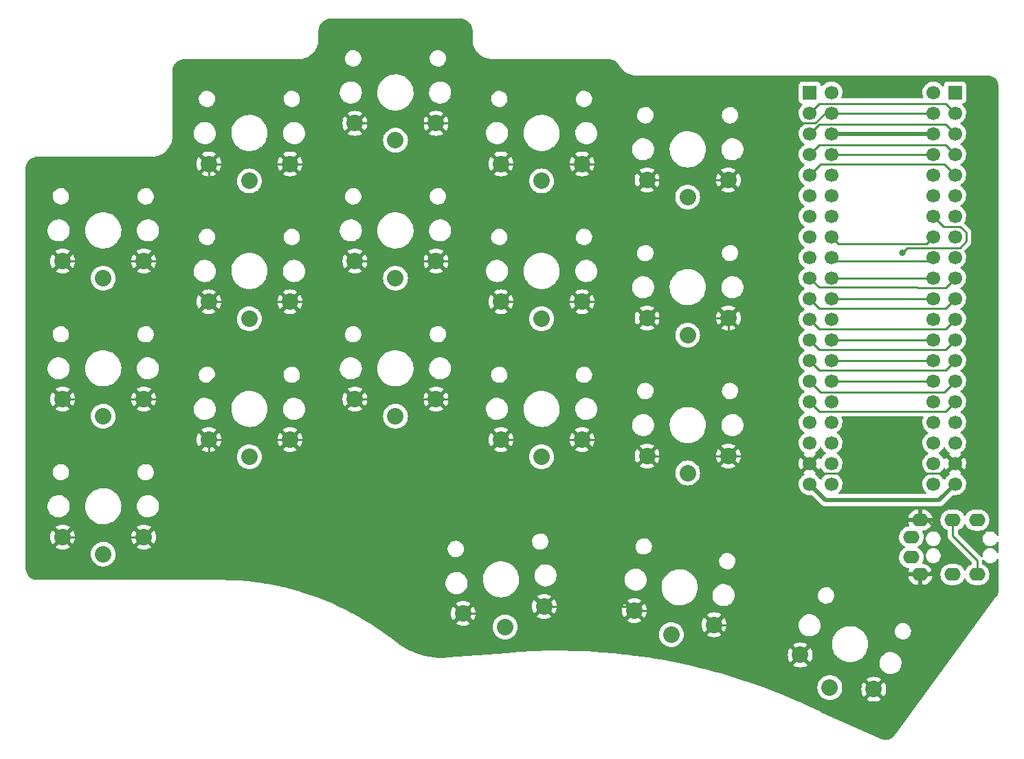
<source format=gbl>
%TF.GenerationSoftware,KiCad,Pcbnew,(6.0.2)*%
%TF.CreationDate,2022-04-17T17:36:21-03:00*%
%TF.ProjectId,keyboard_pcb,6b657962-6f61-4726-945f-7063622e6b69,rev1.0*%
%TF.SameCoordinates,Original*%
%TF.FileFunction,Copper,L2,Bot*%
%TF.FilePolarity,Positive*%
%FSLAX46Y46*%
G04 Gerber Fmt 4.6, Leading zero omitted, Abs format (unit mm)*
G04 Created by KiCad (PCBNEW (6.0.2)) date 2022-04-17 17:36:21*
%MOMM*%
%LPD*%
G01*
G04 APERTURE LIST*
%TA.AperFunction,ComponentPad*%
%ADD10C,2.032000*%
%TD*%
%TA.AperFunction,ComponentPad*%
%ADD11O,2.000000X1.600000*%
%TD*%
%TA.AperFunction,ComponentPad*%
%ADD12R,1.700000X1.700000*%
%TD*%
%TA.AperFunction,ComponentPad*%
%ADD13C,1.700000*%
%TD*%
%TA.AperFunction,ViaPad*%
%ADD14C,0.800000*%
%TD*%
%TA.AperFunction,Conductor*%
%ADD15C,0.500000*%
%TD*%
%TA.AperFunction,Conductor*%
%ADD16C,0.250000*%
%TD*%
G04 APERTURE END LIST*
D10*
%TO.P,K25,1*%
%TO.N,/k25*%
X164000000Y-99900000D03*
%TO.P,K25,2*%
%TO.N,GND*%
X169000000Y-97800000D03*
X159000000Y-97800000D03*
%TD*%
%TO.P,K24,1*%
%TO.N,/k24*%
X146000000Y-97900000D03*
%TO.P,K24,2*%
%TO.N,GND*%
X151000000Y-95800000D03*
X141000000Y-95800000D03*
%TD*%
%TO.P,K21,1*%
%TO.N,/k21*%
X92000000Y-109900000D03*
%TO.P,K21,2*%
%TO.N,GND*%
X87000000Y-107800000D03*
X97000000Y-107800000D03*
%TD*%
%TO.P,K02,1*%
%TO.N,/k02*%
X110000000Y-63900000D03*
%TO.P,K02,2*%
%TO.N,GND*%
X115000000Y-61800000D03*
X105000000Y-61800000D03*
%TD*%
%TO.P,K04,1*%
%TO.N,/k04*%
X146000000Y-63900000D03*
%TO.P,K04,2*%
%TO.N,GND*%
X141000000Y-61800000D03*
X151000000Y-61800000D03*
%TD*%
%TO.P,K12,1*%
%TO.N,/k12*%
X110000000Y-80900000D03*
%TO.P,K12,2*%
%TO.N,GND*%
X105000000Y-78800000D03*
X115000000Y-78800000D03*
%TD*%
%TO.P,K30,1*%
%TO.N,/k30*%
X141514219Y-118877549D03*
%TO.P,K30,2*%
%TO.N,GND*%
X146312165Y-116349761D03*
X136350218Y-117221319D03*
%TD*%
%TO.P,K01,1*%
%TO.N,/k01*%
X92000000Y-75900000D03*
%TO.P,K01,2*%
%TO.N,GND*%
X87000000Y-73800000D03*
X97000000Y-73800000D03*
%TD*%
%TO.P,K14,1*%
%TO.N,/k14*%
X146000000Y-80900000D03*
%TO.P,K14,2*%
%TO.N,GND*%
X141000000Y-78800000D03*
X151000000Y-78800000D03*
%TD*%
%TO.P,K23,1*%
%TO.N,/k23*%
X128000000Y-92900000D03*
%TO.P,K23,2*%
%TO.N,GND*%
X133000000Y-90800000D03*
X123000000Y-90800000D03*
%TD*%
%TO.P,K03,1*%
%TO.N,/k03*%
X128000000Y-58900000D03*
%TO.P,K03,2*%
%TO.N,GND*%
X133000000Y-56800000D03*
X123000000Y-56800000D03*
%TD*%
%TO.P,K22,1*%
%TO.N,/k22*%
X110000000Y-97900000D03*
%TO.P,K22,2*%
%TO.N,GND*%
X105000000Y-95800000D03*
X115000000Y-95800000D03*
%TD*%
D11*
%TO.P,J1,1,SLEEVE*%
%TO.N,+3V3*%
X191550000Y-107800000D03*
X191550000Y-110300000D03*
%TO.P,J1,2,TIP*%
%TO.N,GND*%
X192650000Y-112400000D03*
X192650000Y-105700000D03*
%TO.P,J1,3,RING1*%
%TO.N,/RX*%
X199650000Y-112400000D03*
X196650000Y-105700000D03*
%TO.P,J1,4,RING2*%
%TO.N,/TX*%
X196650000Y-112400000D03*
X199650000Y-105700000D03*
%TD*%
D10*
%TO.P,K15,1*%
%TO.N,/k15*%
X164000000Y-82900000D03*
%TO.P,K15,2*%
%TO.N,GND*%
X159000000Y-80800000D03*
X169000000Y-80800000D03*
%TD*%
%TO.P,K32,1*%
%TO.N,/k32*%
X181506552Y-126347216D03*
%TO.P,K32,2*%
%TO.N,GND*%
X186925590Y-126557061D03*
X177862512Y-122330878D03*
%TD*%
%TO.P,K11,1*%
%TO.N,/k11*%
X92000000Y-92900000D03*
%TO.P,K11,2*%
%TO.N,GND*%
X97000000Y-90800000D03*
X87000000Y-90800000D03*
%TD*%
D12*
%TO.P,U1,1,PB12*%
%TO.N,unconnected-(U1-Pad1)*%
X179035000Y-53020000D03*
X196935000Y-53000000D03*
D13*
%TO.P,U1,2,PB13*%
%TO.N,/k05*%
X196935000Y-55540000D03*
X179035000Y-55560000D03*
%TO.P,U1,3,PB14*%
%TO.N,/k04*%
X179035000Y-58100000D03*
X196935000Y-58080000D03*
%TO.P,U1,4,PB15*%
%TO.N,/k03*%
X196935000Y-60620000D03*
X179035000Y-60640000D03*
%TO.P,U1,5,PA8*%
%TO.N,/k02*%
X179035000Y-63180000D03*
X196935000Y-63160000D03*
%TO.P,U1,6,PA9*%
%TO.N,unconnected-(U1-Pad6)*%
X196935000Y-65700000D03*
X179035000Y-65720000D03*
%TO.P,U1,7,PA10*%
%TO.N,unconnected-(U1-Pad7)*%
X196935000Y-68240000D03*
X179035000Y-68260000D03*
%TO.P,U1,8,PA11*%
%TO.N,unconnected-(U1-Pad8)*%
X196935000Y-70780000D03*
X179035000Y-70800000D03*
%TO.P,U1,9,PA12*%
%TO.N,unconnected-(U1-Pad9)*%
X179035000Y-73340000D03*
X196935000Y-73320000D03*
%TO.P,U1,10,PA15*%
%TO.N,/k15*%
X196935000Y-75860000D03*
X179035000Y-75880000D03*
%TO.P,U1,11,PB3*%
%TO.N,/k14*%
X179035000Y-78420000D03*
X196935000Y-78400000D03*
%TO.P,U1,12,PB4*%
%TO.N,/k13*%
X179035000Y-80960000D03*
X196935000Y-80940000D03*
%TO.P,U1,13,PB5*%
%TO.N,/k12*%
X196935000Y-83480000D03*
X179035000Y-83500000D03*
%TO.P,U1,14,PB6*%
%TO.N,/TX*%
X179035000Y-86040000D03*
X196935000Y-86020000D03*
%TO.P,U1,15,PB7*%
%TO.N,/RX*%
X179035000Y-88580000D03*
X196935000Y-88560000D03*
%TO.P,U1,16,PB8*%
%TO.N,/k11*%
X196935000Y-91100000D03*
X179035000Y-91120000D03*
%TO.P,U1,17,PB9*%
%TO.N,/k10*%
X196935000Y-93640000D03*
X179035000Y-93660000D03*
%TO.P,U1,18,5V*%
%TO.N,unconnected-(U1-Pad18)*%
X179035000Y-96200000D03*
X196935000Y-96180000D03*
%TO.P,U1,19,GND*%
%TO.N,GND*%
X196935000Y-98720000D03*
X179035000Y-98740000D03*
%TO.P,U1,20,3V3*%
%TO.N,+3V3*%
X196935000Y-101260000D03*
X179035000Y-101280000D03*
%TO.P,U1,21,VBat*%
%TO.N,unconnected-(U1-Pad21)*%
X194275000Y-101280000D03*
X181695000Y-101260000D03*
%TO.P,U1,22,PC13*%
%TO.N,unconnected-(U1-Pad22)*%
X181695000Y-98720000D03*
X194275000Y-98740000D03*
%TO.P,U1,23,PC14*%
%TO.N,unconnected-(U1-Pad23)*%
X181695000Y-96180000D03*
X194275000Y-96200000D03*
%TO.P,U1,24,PC15*%
%TO.N,unconnected-(U1-Pad24)*%
X194275000Y-93660000D03*
X181695000Y-93640000D03*
%TO.P,U1,25,RES*%
%TO.N,unconnected-(U1-Pad25)*%
X194275000Y-91120000D03*
X181695000Y-91100000D03*
%TO.P,U1,26,PA0*%
%TO.N,/k32*%
X194275000Y-88580000D03*
X181695000Y-88560000D03*
%TO.P,U1,27,PA1*%
%TO.N,/k31*%
X194275000Y-86040000D03*
X181695000Y-86020000D03*
%TO.P,U1,28,PA2*%
%TO.N,/k30*%
X194275000Y-83500000D03*
X181695000Y-83480000D03*
%TO.P,U1,29,PA3*%
%TO.N,/k20*%
X181695000Y-80940000D03*
X194275000Y-80960000D03*
%TO.P,U1,30,PA4*%
%TO.N,/k21*%
X181695000Y-78400000D03*
X194275000Y-78420000D03*
%TO.P,U1,31,PA5*%
%TO.N,/k22*%
X194275000Y-75880000D03*
X181695000Y-75860000D03*
%TO.P,U1,32,PA6*%
%TO.N,/k23*%
X181695000Y-73320000D03*
X194275000Y-73340000D03*
%TO.P,U1,33,PA7*%
%TO.N,/k24*%
X181695000Y-70780000D03*
X194275000Y-70800000D03*
%TO.P,U1,34,PB0*%
%TO.N,/k25*%
X194275000Y-68260000D03*
X181695000Y-68240000D03*
%TO.P,U1,35,PB1*%
%TO.N,/k00*%
X194275000Y-65720000D03*
X181695000Y-65700000D03*
%TO.P,U1,36,PB2*%
%TO.N,unconnected-(U1-Pad36)*%
X181695000Y-63160000D03*
X194275000Y-63180000D03*
%TO.P,U1,37,PB10*%
%TO.N,/k01*%
X194275000Y-60640000D03*
X181695000Y-60620000D03*
%TO.P,U1,38,3V3*%
%TO.N,+3V3*%
X181695000Y-58080000D03*
X194275000Y-58100000D03*
%TO.P,U1,39,GND*%
%TO.N,GND*%
X181695000Y-55540000D03*
X194275000Y-55560000D03*
%TO.P,U1,40,5V*%
%TO.N,unconnected-(U1-Pad40)*%
X181695000Y-53000000D03*
X194275000Y-53020000D03*
%TD*%
D10*
%TO.P,K05,1*%
%TO.N,/k05*%
X164000000Y-65900000D03*
%TO.P,K05,2*%
%TO.N,GND*%
X169000000Y-63800000D03*
X159000000Y-63800000D03*
%TD*%
%TO.P,K13,1*%
%TO.N,/k13*%
X128000000Y-75900000D03*
%TO.P,K13,2*%
%TO.N,GND*%
X123000000Y-73800000D03*
X133000000Y-73800000D03*
%TD*%
%TO.P,K31,1*%
%TO.N,/k31*%
X161975476Y-119810366D03*
%TO.P,K31,2*%
%TO.N,GND*%
X167264176Y-118610510D03*
X157416098Y-116874029D03*
%TD*%
D14*
%TO.N,GND*%
X176750000Y-65850000D03*
X176300000Y-86700000D03*
X199980000Y-56760000D03*
X176000000Y-69800000D03*
X177100000Y-82500000D03*
X184930000Y-97600000D03*
X199930000Y-84850000D03*
%TO.N,/k25*%
X190450000Y-72750000D03*
%TD*%
D15*
%TO.N,+3V3*%
X179035000Y-101280000D02*
X181005000Y-103250000D01*
X194945000Y-103250000D02*
X196935000Y-101260000D01*
X181005000Y-103250000D02*
X194945000Y-103250000D01*
X181695000Y-58080000D02*
X194255000Y-58080000D01*
D16*
X194255000Y-58080000D02*
X194275000Y-58100000D01*
%TO.N,GND*%
X136000000Y-56800000D02*
X141000000Y-61800000D01*
X146312165Y-116349761D02*
X156891830Y-116349761D01*
X194255000Y-55540000D02*
X194275000Y-55560000D01*
X136350218Y-117221319D02*
X145440607Y-117221319D01*
X97000000Y-90800000D02*
X100000000Y-90800000D01*
X115000000Y-78800000D02*
X118000000Y-78800000D01*
X192664511Y-99914511D02*
X195740489Y-99914511D01*
X115000000Y-95800000D02*
X118000000Y-95800000D01*
X195740489Y-99914511D02*
X196935000Y-98720000D01*
X196106010Y-103750000D02*
X197250000Y-103750000D01*
X87000000Y-107800000D02*
X97000000Y-107800000D01*
X194156010Y-105700000D02*
X192650000Y-105700000D01*
X107700000Y-86110114D02*
X101750000Y-92060114D01*
X136000000Y-90800000D02*
X141000000Y-95800000D01*
X193600000Y-112400000D02*
X192650000Y-112400000D01*
X154550000Y-78700000D02*
X154450000Y-78800000D01*
X151000000Y-61800000D02*
X154550000Y-61800000D01*
X157000000Y-78800000D02*
X159000000Y-80800000D01*
X118000000Y-78800000D02*
X123000000Y-73800000D01*
X141000000Y-78800000D02*
X151000000Y-78800000D01*
X97000000Y-73800000D02*
X105000000Y-65800000D01*
X155550000Y-95800000D02*
X157000000Y-95800000D01*
X159000000Y-63800000D02*
X169000000Y-63800000D01*
X195500000Y-110500000D02*
X195500000Y-107700000D01*
X189250000Y-119250000D02*
X184434264Y-124065736D01*
X154550000Y-61800000D02*
X154550000Y-78700000D01*
X101689886Y-92060114D02*
X101475000Y-92275000D01*
X133000000Y-73800000D02*
X136000000Y-73800000D01*
X118000000Y-95800000D02*
X123000000Y-90800000D01*
X178095000Y-97800000D02*
X179035000Y-98740000D01*
X180209511Y-99914511D02*
X192664511Y-99914511D01*
X105000000Y-65800000D02*
X105000000Y-61800000D01*
X195500000Y-107700000D02*
X193500000Y-105700000D01*
X189250000Y-116850000D02*
X192650000Y-113450000D01*
X87000000Y-73800000D02*
X97000000Y-73800000D01*
X105000000Y-95800000D02*
X115000000Y-95800000D01*
X100000000Y-73800000D02*
X105000000Y-78800000D01*
X172139490Y-118610510D02*
X172139490Y-105635510D01*
X169000000Y-63800000D02*
X176030000Y-56770000D01*
X165527695Y-116874029D02*
X167264176Y-118610510D01*
X87000000Y-90800000D02*
X97000000Y-90800000D01*
X100000000Y-90800000D02*
X101475000Y-92275000D01*
X174142144Y-118610510D02*
X177862512Y-122330878D01*
X123000000Y-90800000D02*
X133000000Y-90800000D01*
X105000000Y-99800000D02*
X105000000Y-95800000D01*
X155550000Y-78800000D02*
X155550000Y-95800000D01*
X101475000Y-92275000D02*
X105000000Y-95800000D01*
X157000000Y-95800000D02*
X159000000Y-97800000D01*
X151000000Y-95800000D02*
X155550000Y-95800000D01*
X107700000Y-78800000D02*
X107700000Y-86110114D01*
X179729282Y-56770000D02*
X180959282Y-55540000D01*
X169000000Y-83500000D02*
X174550000Y-89050000D01*
X97000000Y-73800000D02*
X100000000Y-73800000D01*
X157000000Y-61800000D02*
X159000000Y-63800000D01*
X193500000Y-105700000D02*
X192650000Y-105700000D01*
X198750000Y-100535000D02*
X196935000Y-98720000D01*
X101750000Y-92060114D02*
X101689886Y-92060114D01*
X181695000Y-55540000D02*
X194255000Y-55540000D01*
X192650000Y-113450000D02*
X192650000Y-112400000D01*
X141000000Y-95800000D02*
X151000000Y-95800000D01*
X167264176Y-118610510D02*
X172139490Y-118610510D01*
X169000000Y-80800000D02*
X169000000Y-83500000D01*
X157416098Y-116874029D02*
X165527695Y-116874029D01*
X123000000Y-56800000D02*
X133000000Y-56800000D01*
X136000000Y-73800000D02*
X141000000Y-78800000D01*
X145440607Y-117221319D02*
X146312165Y-116349761D01*
X184434264Y-124065736D02*
X186925590Y-126557061D01*
X172139490Y-105635510D02*
X179035000Y-98740000D01*
X172139490Y-118610510D02*
X174142144Y-118610510D01*
X141000000Y-61800000D02*
X151000000Y-61800000D01*
X154450000Y-78800000D02*
X155550000Y-78800000D01*
X195500000Y-110500000D02*
X193600000Y-112400000D01*
X174550000Y-97800000D02*
X178095000Y-97800000D01*
X151000000Y-78800000D02*
X154450000Y-78800000D01*
X154550000Y-61800000D02*
X157000000Y-61800000D01*
X193200000Y-112300000D02*
X192662500Y-112300000D01*
X177862512Y-122330878D02*
X178878511Y-123346877D01*
X174550000Y-89050000D02*
X174550000Y-97800000D01*
X169000000Y-97800000D02*
X174550000Y-97800000D01*
X196106010Y-103750000D02*
X194156010Y-105700000D01*
X118000000Y-61800000D02*
X123000000Y-56800000D01*
X156891830Y-116349761D02*
X157416098Y-116874029D01*
X105000000Y-61800000D02*
X115000000Y-61800000D01*
X179035000Y-98740000D02*
X180209511Y-99914511D01*
X178878511Y-123346877D02*
X183715406Y-123346877D01*
X192650000Y-99929022D02*
X192664511Y-99914511D01*
X155550000Y-78800000D02*
X157000000Y-78800000D01*
X107700000Y-78800000D02*
X115000000Y-78800000D01*
X123000000Y-73800000D02*
X133000000Y-73800000D01*
X159000000Y-97800000D02*
X169000000Y-97800000D01*
X115000000Y-61800000D02*
X118000000Y-61800000D01*
X183715406Y-123346877D02*
X184434264Y-124065736D01*
X180959282Y-55540000D02*
X181695000Y-55540000D01*
X133000000Y-90800000D02*
X136000000Y-90800000D01*
X189250000Y-116850000D02*
X189250000Y-119250000D01*
X159000000Y-80800000D02*
X169000000Y-80800000D01*
X197250000Y-103750000D02*
X198750000Y-102250000D01*
X198750000Y-102250000D02*
X198750000Y-100535000D01*
X133000000Y-56800000D02*
X136000000Y-56800000D01*
X176030000Y-56770000D02*
X179729282Y-56770000D01*
X105000000Y-78800000D02*
X107700000Y-78800000D01*
X97000000Y-107800000D02*
X105000000Y-99800000D01*
%TO.N,/TX*%
X193786995Y-87213005D02*
X193788501Y-87214511D01*
X179035000Y-86040000D02*
X180208005Y-87213005D01*
X195740489Y-87214511D02*
X196935000Y-86020000D01*
X193788501Y-87214511D02*
X195740489Y-87214511D01*
X180208005Y-87213005D02*
X193786995Y-87213005D01*
%TO.N,/RX*%
X199650000Y-110650000D02*
X199650000Y-112400000D01*
X196650000Y-107650000D02*
X199650000Y-110650000D01*
X180380489Y-89925489D02*
X195569511Y-89925489D01*
X196650000Y-105700000D02*
X196650000Y-107650000D01*
X179035000Y-88580000D02*
X180380489Y-89925489D01*
X195569511Y-89925489D02*
X196935000Y-88560000D01*
%TO.N,/k01*%
X194255000Y-60620000D02*
X194275000Y-60640000D01*
X181695000Y-60620000D02*
X194255000Y-60620000D01*
%TO.N,/k02*%
X180345000Y-61870000D02*
X195645000Y-61870000D01*
X179035000Y-63180000D02*
X180345000Y-61870000D01*
X195645000Y-61870000D02*
X196935000Y-63160000D01*
%TO.N,/k03*%
X179035000Y-60640000D02*
X180229511Y-59445489D01*
X180229511Y-59445489D02*
X195760489Y-59445489D01*
X195760489Y-59445489D02*
X196935000Y-60620000D01*
%TO.N,/k04*%
X179035000Y-58100000D02*
X180229511Y-56905489D01*
X195760489Y-56905489D02*
X196935000Y-58080000D01*
X180229511Y-56905489D02*
X195760489Y-56905489D01*
%TO.N,/k05*%
X179035000Y-55560000D02*
X180229511Y-54365489D01*
X195760489Y-54365489D02*
X196935000Y-55540000D01*
X180229511Y-54365489D02*
X195760489Y-54365489D01*
%TO.N,/k11*%
X195740489Y-92294511D02*
X196935000Y-91100000D01*
X180209511Y-92294511D02*
X195740489Y-92294511D01*
X179035000Y-91120000D02*
X180209511Y-92294511D01*
%TO.N,/k12*%
X195740489Y-84674511D02*
X196935000Y-83480000D01*
X179035000Y-83500000D02*
X180209511Y-84674511D01*
X180209511Y-84674511D02*
X195740489Y-84674511D01*
%TO.N,/k13*%
X179035000Y-80960000D02*
X180209511Y-82134511D01*
X180209511Y-82134511D02*
X195740489Y-82134511D01*
X195740489Y-82134511D02*
X196935000Y-80940000D01*
%TO.N,/k14*%
X195740489Y-79594511D02*
X196935000Y-78400000D01*
X180209511Y-79594511D02*
X195740489Y-79594511D01*
X179035000Y-78420000D02*
X180209511Y-79594511D01*
%TO.N,/k15*%
X179035000Y-75880000D02*
X180189511Y-77034511D01*
X195740489Y-77054511D02*
X196935000Y-75860000D01*
X192275009Y-77034511D02*
X192295009Y-77054511D01*
X180189511Y-77034511D02*
X192275009Y-77034511D01*
X192295009Y-77054511D02*
X195740489Y-77054511D01*
%TO.N,/k20*%
X194255000Y-80940000D02*
X194275000Y-80960000D01*
%TO.N,/k21*%
X194255000Y-78400000D02*
X194275000Y-78420000D01*
X181695000Y-78400000D02*
X194255000Y-78400000D01*
%TO.N,/k22*%
X194255000Y-75860000D02*
X194275000Y-75880000D01*
X181695000Y-75860000D02*
X194255000Y-75860000D01*
%TO.N,/k23*%
X181695000Y-73320000D02*
X182135000Y-73760000D01*
X182135000Y-73760000D02*
X193855000Y-73760000D01*
X193855000Y-73760000D02*
X194275000Y-73340000D01*
%TO.N,/k24*%
X193395000Y-71680000D02*
X194275000Y-70800000D01*
X182595000Y-71680000D02*
X193395000Y-71680000D01*
X194255000Y-70780000D02*
X194275000Y-70800000D01*
X181695000Y-70780000D02*
X182595000Y-71680000D01*
%TO.N,/k25*%
X198310000Y-70260000D02*
X197570000Y-69520000D01*
X198310000Y-71360000D02*
X198310000Y-70260000D01*
X197530000Y-72140000D02*
X198310000Y-71360000D01*
X197570000Y-69520000D02*
X195535000Y-69520000D01*
X194255000Y-68240000D02*
X194275000Y-68260000D01*
X190450000Y-72750000D02*
X191060000Y-72140000D01*
X195535000Y-69520000D02*
X194275000Y-68260000D01*
X191060000Y-72140000D02*
X197530000Y-72140000D01*
%TO.N,/k30*%
X194255000Y-83480000D02*
X194275000Y-83500000D01*
X181695000Y-83480000D02*
X194255000Y-83480000D01*
%TO.N,/k31*%
X181695000Y-86020000D02*
X194255000Y-86020000D01*
X194255000Y-86020000D02*
X194275000Y-86040000D01*
%TO.N,/k32*%
X181695000Y-88560000D02*
X194255000Y-88560000D01*
X194255000Y-88560000D02*
X194275000Y-88580000D01*
%TD*%
%TA.AperFunction,Conductor*%
%TO.N,GND*%
G36*
X135970056Y-43909500D02*
G01*
X135972284Y-43909847D01*
X135984859Y-43911805D01*
X135984861Y-43911805D01*
X135993730Y-43913186D01*
X136002632Y-43912022D01*
X136002634Y-43912022D01*
X136008959Y-43911195D01*
X136034282Y-43910452D01*
X136198126Y-43922170D01*
X136203343Y-43922543D01*
X136221137Y-43925101D01*
X136411540Y-43966521D01*
X136428788Y-43971586D01*
X136611358Y-44039682D01*
X136627710Y-44047149D01*
X136693020Y-44082810D01*
X136798734Y-44140534D01*
X136813848Y-44150248D01*
X136923516Y-44232344D01*
X136969842Y-44267023D01*
X136983428Y-44278796D01*
X137121204Y-44416572D01*
X137132977Y-44430158D01*
X137249752Y-44586152D01*
X137259469Y-44601271D01*
X137352851Y-44772290D01*
X137360318Y-44788642D01*
X137428414Y-44971212D01*
X137433480Y-44988462D01*
X137474899Y-45178863D01*
X137477457Y-45196658D01*
X137489041Y-45358629D01*
X137488297Y-45376533D01*
X137488195Y-45384858D01*
X137486814Y-45393730D01*
X137487978Y-45402632D01*
X137487978Y-45402635D01*
X137490936Y-45425251D01*
X137492000Y-45441589D01*
X137492000Y-46346793D01*
X137490254Y-46367697D01*
X137486929Y-46387461D01*
X137486776Y-46400000D01*
X137487466Y-46404815D01*
X137487627Y-46407290D01*
X137488195Y-46412885D01*
X137489056Y-46427120D01*
X137505735Y-46702858D01*
X137560427Y-47001301D01*
X137650693Y-47290975D01*
X137652255Y-47294445D01*
X137652257Y-47294451D01*
X137712955Y-47429316D01*
X137775217Y-47567656D01*
X137777186Y-47570913D01*
X137777188Y-47570917D01*
X137889783Y-47757171D01*
X137932184Y-47827311D01*
X137934525Y-47830299D01*
X137934527Y-47830302D01*
X137942742Y-47840787D01*
X138119304Y-48066152D01*
X138333848Y-48280696D01*
X138500018Y-48410882D01*
X138555666Y-48454479D01*
X138572689Y-48467816D01*
X138575943Y-48469783D01*
X138829083Y-48622812D01*
X138829087Y-48622814D01*
X138832344Y-48624783D01*
X138958171Y-48681413D01*
X139105549Y-48747743D01*
X139105555Y-48747745D01*
X139109025Y-48749307D01*
X139398699Y-48839573D01*
X139697142Y-48894265D01*
X139700933Y-48894494D01*
X139700939Y-48894495D01*
X139878995Y-48905264D01*
X139969213Y-48910721D01*
X139982517Y-48912239D01*
X139987461Y-48913071D01*
X139993938Y-48913150D01*
X139995141Y-48913165D01*
X139995145Y-48913165D01*
X140000000Y-48913224D01*
X140027588Y-48909273D01*
X140045451Y-48908000D01*
X154250672Y-48908000D01*
X154270057Y-48909500D01*
X154284858Y-48911805D01*
X154284861Y-48911805D01*
X154293730Y-48913186D01*
X154308191Y-48911295D01*
X154334087Y-48910594D01*
X154507913Y-48923824D01*
X154526810Y-48926716D01*
X154646005Y-48954359D01*
X154720594Y-48971657D01*
X154738842Y-48977379D01*
X154923584Y-49051125D01*
X154940755Y-49059542D01*
X155112219Y-49160403D01*
X155127919Y-49171322D01*
X155215048Y-49242306D01*
X155282137Y-49296964D01*
X155295996Y-49310125D01*
X155429441Y-49457680D01*
X155441140Y-49472778D01*
X155498141Y-49559154D01*
X155533274Y-49612394D01*
X155540958Y-49627592D01*
X155541048Y-49627543D01*
X155544317Y-49633598D01*
X155545910Y-49637067D01*
X155548411Y-49643857D01*
X155550403Y-49646547D01*
X155551601Y-49649675D01*
X155557835Y-49660556D01*
X155560874Y-49664355D01*
X155560876Y-49664358D01*
X155561315Y-49664907D01*
X155567601Y-49673483D01*
X155721841Y-49903755D01*
X155912017Y-50127015D01*
X156126629Y-50326900D01*
X156362824Y-50500751D01*
X156617461Y-50646257D01*
X156887154Y-50761484D01*
X157168319Y-50844900D01*
X157386138Y-50882972D01*
X157453630Y-50894769D01*
X157453632Y-50894769D01*
X157457218Y-50895396D01*
X157661637Y-50907198D01*
X157717104Y-50910401D01*
X157730744Y-50911938D01*
X157732671Y-50912262D01*
X157732674Y-50912262D01*
X157737469Y-50913069D01*
X157743768Y-50913146D01*
X157745149Y-50913163D01*
X157745153Y-50913163D01*
X157750008Y-50913222D01*
X157777594Y-50909271D01*
X157795458Y-50907998D01*
X178480095Y-50907999D01*
X200950672Y-50908000D01*
X200970057Y-50909500D01*
X200984858Y-50911805D01*
X200984861Y-50911805D01*
X200993730Y-50913186D01*
X201002631Y-50912022D01*
X201002638Y-50912022D01*
X201007766Y-50911351D01*
X201033989Y-50910675D01*
X201192228Y-50923129D01*
X201211755Y-50926222D01*
X201389614Y-50968922D01*
X201408408Y-50975028D01*
X201577398Y-51045027D01*
X201595003Y-51053997D01*
X201638566Y-51080692D01*
X201750967Y-51149571D01*
X201766955Y-51161187D01*
X201906042Y-51279978D01*
X201920020Y-51293956D01*
X202038813Y-51433045D01*
X202050427Y-51449031D01*
X202146003Y-51604997D01*
X202154973Y-51622602D01*
X202224970Y-51791587D01*
X202231078Y-51810386D01*
X202253384Y-51903295D01*
X202273778Y-51988244D01*
X202276871Y-52007772D01*
X202288774Y-52159012D01*
X202288133Y-52175881D01*
X202288305Y-52175883D01*
X202288195Y-52184859D01*
X202286814Y-52193730D01*
X202287978Y-52202632D01*
X202287978Y-52202635D01*
X202290936Y-52225251D01*
X202292000Y-52241589D01*
X202292000Y-107513954D01*
X202271998Y-107582075D01*
X202218342Y-107628568D01*
X202148068Y-107638672D01*
X202083488Y-107609178D01*
X202050893Y-107565203D01*
X202043803Y-107549278D01*
X202043802Y-107549276D01*
X202041118Y-107543248D01*
X201928866Y-107388747D01*
X201895351Y-107358570D01*
X201791852Y-107265379D01*
X201791851Y-107265378D01*
X201786944Y-107260960D01*
X201621556Y-107165473D01*
X201439928Y-107106458D01*
X201433367Y-107105768D01*
X201433365Y-107105768D01*
X201380111Y-107100171D01*
X201297610Y-107091500D01*
X201202390Y-107091500D01*
X201119889Y-107100171D01*
X201066635Y-107105768D01*
X201066633Y-107105768D01*
X201060072Y-107106458D01*
X200878444Y-107165473D01*
X200713056Y-107260960D01*
X200708149Y-107265378D01*
X200708148Y-107265379D01*
X200604649Y-107358570D01*
X200571134Y-107388747D01*
X200458882Y-107543248D01*
X200456198Y-107549276D01*
X200456197Y-107549278D01*
X200383891Y-107711681D01*
X200381206Y-107717712D01*
X200368208Y-107778861D01*
X200358114Y-107826353D01*
X200341500Y-107904513D01*
X200341500Y-108095487D01*
X200342872Y-108101939D01*
X200342872Y-108101944D01*
X200357081Y-108168790D01*
X200381206Y-108282288D01*
X200383891Y-108288318D01*
X200383891Y-108288319D01*
X200453931Y-108445631D01*
X200458882Y-108456752D01*
X200571134Y-108611253D01*
X200576044Y-108615674D01*
X200576045Y-108615675D01*
X200639396Y-108672716D01*
X200713056Y-108739040D01*
X200813139Y-108796823D01*
X200857516Y-108822444D01*
X200878444Y-108834527D01*
X201060072Y-108893542D01*
X201066633Y-108894232D01*
X201066635Y-108894232D01*
X201119889Y-108899829D01*
X201202390Y-108908500D01*
X201297610Y-108908500D01*
X201380111Y-108899829D01*
X201433365Y-108894232D01*
X201433367Y-108894232D01*
X201439928Y-108893542D01*
X201621556Y-108834527D01*
X201642485Y-108822444D01*
X201686861Y-108796823D01*
X201786944Y-108739040D01*
X201860605Y-108672716D01*
X201923955Y-108615675D01*
X201923956Y-108615674D01*
X201928866Y-108611253D01*
X202041118Y-108456752D01*
X202046070Y-108445631D01*
X202050893Y-108434797D01*
X202096873Y-108380701D01*
X202164801Y-108360052D01*
X202233109Y-108379404D01*
X202280110Y-108432615D01*
X202292000Y-108486046D01*
X202292000Y-109613954D01*
X202271998Y-109682075D01*
X202218342Y-109728568D01*
X202148068Y-109738672D01*
X202083488Y-109709178D01*
X202050893Y-109665203D01*
X202043803Y-109649278D01*
X202043802Y-109649276D01*
X202041118Y-109643248D01*
X202030304Y-109628363D01*
X201948332Y-109515540D01*
X201928866Y-109488747D01*
X201892164Y-109455700D01*
X201791852Y-109365379D01*
X201791851Y-109365378D01*
X201786944Y-109360960D01*
X201621556Y-109265473D01*
X201439928Y-109206458D01*
X201433367Y-109205768D01*
X201433365Y-109205768D01*
X201380111Y-109200171D01*
X201297610Y-109191500D01*
X201202390Y-109191500D01*
X201119889Y-109200171D01*
X201066635Y-109205768D01*
X201066633Y-109205768D01*
X201060072Y-109206458D01*
X200878444Y-109265473D01*
X200713056Y-109360960D01*
X200708149Y-109365378D01*
X200708148Y-109365379D01*
X200607836Y-109455700D01*
X200571134Y-109488747D01*
X200551668Y-109515540D01*
X200469697Y-109628363D01*
X200458882Y-109643248D01*
X200456198Y-109649276D01*
X200456197Y-109649278D01*
X200384350Y-109810650D01*
X200381206Y-109817712D01*
X200365170Y-109893157D01*
X200350735Y-109961068D01*
X200341500Y-110004513D01*
X200341500Y-110136800D01*
X200321498Y-110204921D01*
X200267842Y-110251414D01*
X200197568Y-110261518D01*
X200132988Y-110232024D01*
X200123648Y-110223051D01*
X200120132Y-110219306D01*
X200115472Y-110212893D01*
X200081395Y-110184702D01*
X200072616Y-110176712D01*
X197320405Y-107424500D01*
X197286379Y-107362188D01*
X197283500Y-107335405D01*
X197283500Y-107021896D01*
X197303502Y-106953775D01*
X197356251Y-106907701D01*
X197501758Y-106839851D01*
X197501764Y-106839847D01*
X197506749Y-106837523D01*
X197611611Y-106764098D01*
X197689789Y-106709357D01*
X197689792Y-106709355D01*
X197694300Y-106706198D01*
X197856198Y-106544300D01*
X197883032Y-106505978D01*
X197984366Y-106361257D01*
X197987523Y-106356749D01*
X198035805Y-106253207D01*
X198082722Y-106199922D01*
X198150999Y-106180461D01*
X198218959Y-106201003D01*
X198264195Y-106253207D01*
X198312477Y-106356749D01*
X198315634Y-106361257D01*
X198416969Y-106505978D01*
X198443802Y-106544300D01*
X198605700Y-106706198D01*
X198610208Y-106709355D01*
X198610211Y-106709357D01*
X198688389Y-106764098D01*
X198793251Y-106837523D01*
X198798233Y-106839846D01*
X198798238Y-106839849D01*
X198983530Y-106926251D01*
X199000757Y-106934284D01*
X199006065Y-106935706D01*
X199006067Y-106935707D01*
X199216598Y-106992119D01*
X199216600Y-106992119D01*
X199221913Y-106993543D01*
X199321480Y-107002254D01*
X199390149Y-107008262D01*
X199390156Y-107008262D01*
X199392873Y-107008500D01*
X199907127Y-107008500D01*
X199909844Y-107008262D01*
X199909851Y-107008262D01*
X199978520Y-107002254D01*
X200078087Y-106993543D01*
X200083400Y-106992119D01*
X200083402Y-106992119D01*
X200293933Y-106935707D01*
X200293935Y-106935706D01*
X200299243Y-106934284D01*
X200316470Y-106926251D01*
X200501762Y-106839849D01*
X200501767Y-106839846D01*
X200506749Y-106837523D01*
X200611611Y-106764098D01*
X200689789Y-106709357D01*
X200689792Y-106709355D01*
X200694300Y-106706198D01*
X200856198Y-106544300D01*
X200883032Y-106505978D01*
X200984366Y-106361257D01*
X200987523Y-106356749D01*
X200989846Y-106351767D01*
X200989849Y-106351762D01*
X201081961Y-106154225D01*
X201081961Y-106154224D01*
X201084284Y-106149243D01*
X201101090Y-106086525D01*
X201142119Y-105933402D01*
X201142119Y-105933400D01*
X201143543Y-105928087D01*
X201163498Y-105700000D01*
X201143543Y-105471913D01*
X201133244Y-105433478D01*
X201085707Y-105256067D01*
X201085706Y-105256065D01*
X201084284Y-105250757D01*
X201057955Y-105194293D01*
X200989849Y-105048238D01*
X200989846Y-105048233D01*
X200987523Y-105043251D01*
X200856198Y-104855700D01*
X200694300Y-104693802D01*
X200689792Y-104690645D01*
X200689789Y-104690643D01*
X200562709Y-104601661D01*
X200506749Y-104562477D01*
X200501767Y-104560154D01*
X200501762Y-104560151D01*
X200304225Y-104468039D01*
X200304224Y-104468039D01*
X200299243Y-104465716D01*
X200293935Y-104464294D01*
X200293933Y-104464293D01*
X200083402Y-104407881D01*
X200083400Y-104407881D01*
X200078087Y-104406457D01*
X199978520Y-104397746D01*
X199909851Y-104391738D01*
X199909844Y-104391738D01*
X199907127Y-104391500D01*
X199392873Y-104391500D01*
X199390156Y-104391738D01*
X199390149Y-104391738D01*
X199321480Y-104397746D01*
X199221913Y-104406457D01*
X199216600Y-104407881D01*
X199216598Y-104407881D01*
X199006067Y-104464293D01*
X199006065Y-104464294D01*
X199000757Y-104465716D01*
X198995776Y-104468039D01*
X198995775Y-104468039D01*
X198798238Y-104560151D01*
X198798233Y-104560154D01*
X198793251Y-104562477D01*
X198737291Y-104601661D01*
X198610211Y-104690643D01*
X198610208Y-104690645D01*
X198605700Y-104693802D01*
X198443802Y-104855700D01*
X198312477Y-105043251D01*
X198276230Y-105120984D01*
X198264195Y-105146793D01*
X198217278Y-105200078D01*
X198149001Y-105219539D01*
X198081041Y-105198997D01*
X198035805Y-105146793D01*
X198023770Y-105120984D01*
X197987523Y-105043251D01*
X197856198Y-104855700D01*
X197694300Y-104693802D01*
X197689792Y-104690645D01*
X197689789Y-104690643D01*
X197562709Y-104601661D01*
X197506749Y-104562477D01*
X197501767Y-104560154D01*
X197501762Y-104560151D01*
X197304225Y-104468039D01*
X197304224Y-104468039D01*
X197299243Y-104465716D01*
X197293935Y-104464294D01*
X197293933Y-104464293D01*
X197083402Y-104407881D01*
X197083400Y-104407881D01*
X197078087Y-104406457D01*
X196978520Y-104397746D01*
X196909851Y-104391738D01*
X196909844Y-104391738D01*
X196907127Y-104391500D01*
X196392873Y-104391500D01*
X196390156Y-104391738D01*
X196390149Y-104391738D01*
X196321480Y-104397746D01*
X196221913Y-104406457D01*
X196216600Y-104407881D01*
X196216598Y-104407881D01*
X196006067Y-104464293D01*
X196006065Y-104464294D01*
X196000757Y-104465716D01*
X195995776Y-104468039D01*
X195995775Y-104468039D01*
X195798238Y-104560151D01*
X195798233Y-104560154D01*
X195793251Y-104562477D01*
X195737291Y-104601661D01*
X195610211Y-104690643D01*
X195610208Y-104690645D01*
X195605700Y-104693802D01*
X195443802Y-104855700D01*
X195312477Y-105043251D01*
X195310154Y-105048233D01*
X195310151Y-105048238D01*
X195242045Y-105194293D01*
X195215716Y-105250757D01*
X195214294Y-105256065D01*
X195214293Y-105256067D01*
X195166756Y-105433478D01*
X195156457Y-105471913D01*
X195136502Y-105700000D01*
X195156457Y-105928087D01*
X195157881Y-105933400D01*
X195157881Y-105933402D01*
X195198911Y-106086525D01*
X195215716Y-106149243D01*
X195218039Y-106154224D01*
X195218039Y-106154225D01*
X195310151Y-106351762D01*
X195310154Y-106351767D01*
X195312477Y-106356749D01*
X195315634Y-106361257D01*
X195416969Y-106505978D01*
X195443802Y-106544300D01*
X195605700Y-106706198D01*
X195610208Y-106709355D01*
X195610211Y-106709357D01*
X195688389Y-106764098D01*
X195793251Y-106837523D01*
X195798236Y-106839847D01*
X195798242Y-106839851D01*
X195943749Y-106907701D01*
X195997035Y-106954618D01*
X196016500Y-107021896D01*
X196016500Y-107571233D01*
X196015973Y-107582416D01*
X196014298Y-107589909D01*
X196014547Y-107597835D01*
X196014547Y-107597836D01*
X196016438Y-107657986D01*
X196016500Y-107661945D01*
X196016500Y-107689856D01*
X196016997Y-107693790D01*
X196016997Y-107693791D01*
X196017005Y-107693856D01*
X196017938Y-107705693D01*
X196019327Y-107749889D01*
X196024978Y-107769339D01*
X196028987Y-107788700D01*
X196031526Y-107808797D01*
X196034445Y-107816168D01*
X196034445Y-107816170D01*
X196047804Y-107849912D01*
X196051649Y-107861142D01*
X196063982Y-107903593D01*
X196068015Y-107910412D01*
X196068017Y-107910417D01*
X196074293Y-107921028D01*
X196082988Y-107938776D01*
X196090448Y-107957617D01*
X196095110Y-107964033D01*
X196095110Y-107964034D01*
X196116436Y-107993387D01*
X196122952Y-108003307D01*
X196141228Y-108034209D01*
X196145458Y-108041362D01*
X196159779Y-108055683D01*
X196172619Y-108070716D01*
X196184528Y-108087107D01*
X196190634Y-108092158D01*
X196218605Y-108115298D01*
X196227384Y-108123288D01*
X198979595Y-110875499D01*
X199013621Y-110937811D01*
X199016500Y-110964594D01*
X199016500Y-111078104D01*
X198996498Y-111146225D01*
X198943749Y-111192299D01*
X198798242Y-111260149D01*
X198798239Y-111260151D01*
X198793251Y-111262477D01*
X198730811Y-111306198D01*
X198610211Y-111390643D01*
X198610208Y-111390645D01*
X198605700Y-111393802D01*
X198443802Y-111555700D01*
X198440645Y-111560208D01*
X198440643Y-111560211D01*
X198398144Y-111620906D01*
X198312477Y-111743251D01*
X198273546Y-111826739D01*
X198264195Y-111846793D01*
X198217278Y-111900078D01*
X198149001Y-111919539D01*
X198081041Y-111898997D01*
X198035805Y-111846793D01*
X198026454Y-111826739D01*
X197987523Y-111743251D01*
X197901856Y-111620906D01*
X197859357Y-111560211D01*
X197859355Y-111560208D01*
X197856198Y-111555700D01*
X197694300Y-111393802D01*
X197689792Y-111390645D01*
X197689789Y-111390643D01*
X197569189Y-111306198D01*
X197506749Y-111262477D01*
X197501767Y-111260154D01*
X197501762Y-111260151D01*
X197304225Y-111168039D01*
X197304224Y-111168039D01*
X197299243Y-111165716D01*
X197293935Y-111164294D01*
X197293933Y-111164293D01*
X197083402Y-111107881D01*
X197083400Y-111107881D01*
X197078087Y-111106457D01*
X196978520Y-111097746D01*
X196909851Y-111091738D01*
X196909844Y-111091738D01*
X196907127Y-111091500D01*
X196392873Y-111091500D01*
X196390156Y-111091738D01*
X196390149Y-111091738D01*
X196321480Y-111097746D01*
X196221913Y-111106457D01*
X196216600Y-111107881D01*
X196216598Y-111107881D01*
X196006067Y-111164293D01*
X196006065Y-111164294D01*
X196000757Y-111165716D01*
X195995776Y-111168039D01*
X195995775Y-111168039D01*
X195798238Y-111260151D01*
X195798233Y-111260154D01*
X195793251Y-111262477D01*
X195730811Y-111306198D01*
X195610211Y-111390643D01*
X195610208Y-111390645D01*
X195605700Y-111393802D01*
X195443802Y-111555700D01*
X195440645Y-111560208D01*
X195440643Y-111560211D01*
X195398144Y-111620906D01*
X195312477Y-111743251D01*
X195310154Y-111748233D01*
X195310151Y-111748238D01*
X195234458Y-111910565D01*
X195215716Y-111950757D01*
X195214294Y-111956065D01*
X195214293Y-111956067D01*
X195158586Y-112163968D01*
X195156457Y-112171913D01*
X195136502Y-112400000D01*
X195156457Y-112628087D01*
X195157881Y-112633400D01*
X195157881Y-112633402D01*
X195193855Y-112767656D01*
X195215716Y-112849243D01*
X195218039Y-112854224D01*
X195218039Y-112854225D01*
X195310151Y-113051762D01*
X195310154Y-113051767D01*
X195312477Y-113056749D01*
X195443802Y-113244300D01*
X195605700Y-113406198D01*
X195610208Y-113409355D01*
X195610211Y-113409357D01*
X195649668Y-113436985D01*
X195793251Y-113537523D01*
X195798233Y-113539846D01*
X195798238Y-113539849D01*
X195994765Y-113631490D01*
X196000757Y-113634284D01*
X196006065Y-113635706D01*
X196006067Y-113635707D01*
X196216598Y-113692119D01*
X196216600Y-113692119D01*
X196221913Y-113693543D01*
X196320120Y-113702135D01*
X196390149Y-113708262D01*
X196390156Y-113708262D01*
X196392873Y-113708500D01*
X196907127Y-113708500D01*
X196909844Y-113708262D01*
X196909851Y-113708262D01*
X196979880Y-113702135D01*
X197078087Y-113693543D01*
X197083400Y-113692119D01*
X197083402Y-113692119D01*
X197293933Y-113635707D01*
X197293935Y-113635706D01*
X197299243Y-113634284D01*
X197305235Y-113631490D01*
X197501762Y-113539849D01*
X197501767Y-113539846D01*
X197506749Y-113537523D01*
X197650332Y-113436985D01*
X197689789Y-113409357D01*
X197689792Y-113409355D01*
X197694300Y-113406198D01*
X197856198Y-113244300D01*
X197987523Y-113056749D01*
X198035805Y-112953207D01*
X198082722Y-112899922D01*
X198150999Y-112880461D01*
X198218959Y-112901003D01*
X198264195Y-112953207D01*
X198312477Y-113056749D01*
X198443802Y-113244300D01*
X198605700Y-113406198D01*
X198610208Y-113409355D01*
X198610211Y-113409357D01*
X198649668Y-113436985D01*
X198793251Y-113537523D01*
X198798233Y-113539846D01*
X198798238Y-113539849D01*
X198994765Y-113631490D01*
X199000757Y-113634284D01*
X199006065Y-113635706D01*
X199006067Y-113635707D01*
X199216598Y-113692119D01*
X199216600Y-113692119D01*
X199221913Y-113693543D01*
X199320120Y-113702135D01*
X199390149Y-113708262D01*
X199390156Y-113708262D01*
X199392873Y-113708500D01*
X199907127Y-113708500D01*
X199909844Y-113708262D01*
X199909851Y-113708262D01*
X199979880Y-113702135D01*
X200078087Y-113693543D01*
X200083400Y-113692119D01*
X200083402Y-113692119D01*
X200293933Y-113635707D01*
X200293935Y-113635706D01*
X200299243Y-113634284D01*
X200305235Y-113631490D01*
X200501762Y-113539849D01*
X200501767Y-113539846D01*
X200506749Y-113537523D01*
X200650332Y-113436985D01*
X200689789Y-113409357D01*
X200689792Y-113409355D01*
X200694300Y-113406198D01*
X200856198Y-113244300D01*
X200987523Y-113056749D01*
X200989846Y-113051767D01*
X200989849Y-113051762D01*
X201081961Y-112854225D01*
X201081961Y-112854224D01*
X201084284Y-112849243D01*
X201106146Y-112767656D01*
X201142119Y-112633402D01*
X201142119Y-112633400D01*
X201143543Y-112628087D01*
X201163498Y-112400000D01*
X201143543Y-112171913D01*
X201141414Y-112163968D01*
X201085707Y-111956067D01*
X201085706Y-111956065D01*
X201084284Y-111950757D01*
X201065542Y-111910565D01*
X200989849Y-111748238D01*
X200989846Y-111748233D01*
X200987523Y-111743251D01*
X200901856Y-111620906D01*
X200859357Y-111560211D01*
X200859355Y-111560208D01*
X200856198Y-111555700D01*
X200694300Y-111393802D01*
X200689792Y-111390645D01*
X200689789Y-111390643D01*
X200569189Y-111306198D01*
X200506749Y-111262477D01*
X200501761Y-111260151D01*
X200501758Y-111260149D01*
X200356251Y-111192299D01*
X200302965Y-111145382D01*
X200283500Y-111078104D01*
X200283500Y-110728768D01*
X200284027Y-110717585D01*
X200285702Y-110710092D01*
X200285453Y-110702165D01*
X200286199Y-110694274D01*
X200289548Y-110694591D01*
X200304086Y-110640453D01*
X200356646Y-110592725D01*
X200426666Y-110580990D01*
X200491915Y-110608974D01*
X200513575Y-110632030D01*
X200567251Y-110705908D01*
X200571134Y-110711253D01*
X200576044Y-110715674D01*
X200576045Y-110715675D01*
X200700120Y-110827392D01*
X200713056Y-110839040D01*
X200776205Y-110875499D01*
X200871975Y-110930792D01*
X200878444Y-110934527D01*
X201060072Y-110993542D01*
X201066633Y-110994232D01*
X201066635Y-110994232D01*
X201119889Y-110999829D01*
X201202390Y-111008500D01*
X201297610Y-111008500D01*
X201380111Y-110999829D01*
X201433365Y-110994232D01*
X201433367Y-110994232D01*
X201439928Y-110993542D01*
X201621556Y-110934527D01*
X201628026Y-110930792D01*
X201723795Y-110875499D01*
X201786944Y-110839040D01*
X201799881Y-110827392D01*
X201923955Y-110715675D01*
X201923956Y-110715674D01*
X201928866Y-110711253D01*
X202014982Y-110592725D01*
X202037237Y-110562094D01*
X202037238Y-110562093D01*
X202041118Y-110556752D01*
X202050893Y-110534797D01*
X202096873Y-110480701D01*
X202164801Y-110460052D01*
X202233109Y-110479404D01*
X202280110Y-110532615D01*
X202292000Y-110586046D01*
X202292000Y-114350672D01*
X202290500Y-114370057D01*
X202288426Y-114383379D01*
X202286814Y-114393730D01*
X202288699Y-114408145D01*
X202288953Y-114410085D01*
X202289752Y-114434597D01*
X202281729Y-114558054D01*
X202281663Y-114559062D01*
X202279547Y-114575267D01*
X202278799Y-114579059D01*
X202250293Y-114723613D01*
X202246098Y-114739408D01*
X202197889Y-114882721D01*
X202191685Y-114897840D01*
X202125333Y-115033707D01*
X202117223Y-115047898D01*
X202052405Y-115145952D01*
X202037389Y-115164007D01*
X202035445Y-115166506D01*
X202028983Y-115172738D01*
X202024532Y-115180530D01*
X202024530Y-115180533D01*
X202010902Y-115204392D01*
X202002971Y-115216583D01*
X189560048Y-132122813D01*
X189552023Y-132132639D01*
X189533262Y-132153385D01*
X189524391Y-132163194D01*
X189520480Y-132171274D01*
X189520478Y-132171278D01*
X189517755Y-132176905D01*
X189504428Y-132198555D01*
X189407763Y-132324958D01*
X189395723Y-132338548D01*
X189263845Y-132467379D01*
X189249977Y-132479097D01*
X189100961Y-132587630D01*
X189085554Y-132597234D01*
X188922475Y-132683232D01*
X188905846Y-132690522D01*
X188732105Y-132752186D01*
X188714602Y-132757010D01*
X188657718Y-132768354D01*
X188533800Y-132793065D01*
X188515796Y-132795322D01*
X188417895Y-132800478D01*
X188331683Y-132805018D01*
X188313531Y-132804664D01*
X188221738Y-132796232D01*
X188129940Y-132787799D01*
X188112031Y-132784840D01*
X187932773Y-132741764D01*
X187915472Y-132736262D01*
X187774299Y-132679869D01*
X187759123Y-132671709D01*
X187751095Y-132667688D01*
X187743721Y-132662571D01*
X187735207Y-132659730D01*
X187735202Y-132659727D01*
X187704576Y-132649506D01*
X187692779Y-132644898D01*
X180396863Y-129363280D01*
X180374759Y-129350501D01*
X180371918Y-129348449D01*
X180367967Y-129345594D01*
X180356794Y-129339902D01*
X180353571Y-129338845D01*
X180351257Y-129337810D01*
X178863407Y-128623437D01*
X178863401Y-128623434D01*
X178862782Y-128623137D01*
X178005890Y-128235473D01*
X177353708Y-127940421D01*
X177353667Y-127940403D01*
X177353048Y-127940123D01*
X175828150Y-127291673D01*
X174288878Y-126678122D01*
X173400382Y-126347216D01*
X179977338Y-126347216D01*
X179996165Y-126586438D01*
X179997319Y-126591245D01*
X179997320Y-126591251D01*
X180018119Y-126677883D01*
X180052183Y-126819769D01*
X180054076Y-126824340D01*
X180054077Y-126824342D01*
X180094363Y-126921600D01*
X180144012Y-127041465D01*
X180269392Y-127246065D01*
X180272609Y-127249832D01*
X180272610Y-127249833D01*
X180308572Y-127291939D01*
X180425234Y-127428534D01*
X180607703Y-127584376D01*
X180812303Y-127709756D01*
X180816873Y-127711649D01*
X180816875Y-127711650D01*
X181010931Y-127792030D01*
X181033999Y-127801585D01*
X181074315Y-127811264D01*
X181262517Y-127856448D01*
X181262523Y-127856449D01*
X181267330Y-127857603D01*
X181506552Y-127876430D01*
X181745774Y-127857603D01*
X181750581Y-127856449D01*
X181750587Y-127856448D01*
X181938789Y-127811264D01*
X181979105Y-127801585D01*
X181979631Y-127801367D01*
X186046114Y-127801367D01*
X186051841Y-127809017D01*
X186227349Y-127916568D01*
X186236143Y-127921049D01*
X186448619Y-128009059D01*
X186458004Y-128012108D01*
X186681634Y-128065798D01*
X186691381Y-128067341D01*
X186920660Y-128085386D01*
X186930520Y-128085386D01*
X187159799Y-128067341D01*
X187169546Y-128065798D01*
X187393176Y-128012108D01*
X187402561Y-128009059D01*
X187615037Y-127921049D01*
X187623831Y-127916568D01*
X187795673Y-127811264D01*
X187805133Y-127800808D01*
X187801349Y-127792030D01*
X186938402Y-126929083D01*
X186924458Y-126921469D01*
X186922625Y-126921600D01*
X186916010Y-126925851D01*
X186052874Y-127788987D01*
X186046114Y-127801367D01*
X181979631Y-127801367D01*
X182002173Y-127792030D01*
X182196229Y-127711650D01*
X182196231Y-127711649D01*
X182200801Y-127709756D01*
X182405401Y-127584376D01*
X182587870Y-127428534D01*
X182704532Y-127291939D01*
X182740494Y-127249833D01*
X182740495Y-127249832D01*
X182743712Y-127246065D01*
X182869092Y-127041465D01*
X182918742Y-126921600D01*
X182959027Y-126824342D01*
X182959028Y-126824340D01*
X182960921Y-126819769D01*
X182994985Y-126677883D01*
X183015784Y-126591251D01*
X183015785Y-126591245D01*
X183016939Y-126586438D01*
X183018863Y-126561991D01*
X185397265Y-126561991D01*
X185415310Y-126791270D01*
X185416853Y-126801017D01*
X185470543Y-127024647D01*
X185473592Y-127034032D01*
X185561602Y-127246508D01*
X185566083Y-127255302D01*
X185671387Y-127427144D01*
X185681843Y-127436604D01*
X185690621Y-127432820D01*
X186553568Y-126569873D01*
X186559946Y-126558193D01*
X187289998Y-126558193D01*
X187290129Y-126560026D01*
X187294380Y-126566641D01*
X188157516Y-127429777D01*
X188169896Y-127436537D01*
X188177546Y-127430810D01*
X188285097Y-127255302D01*
X188289578Y-127246508D01*
X188377588Y-127034032D01*
X188380637Y-127024647D01*
X188434327Y-126801017D01*
X188435870Y-126791270D01*
X188453915Y-126561991D01*
X188453915Y-126552131D01*
X188435870Y-126322852D01*
X188434327Y-126313105D01*
X188380637Y-126089475D01*
X188377588Y-126080090D01*
X188289578Y-125867614D01*
X188285097Y-125858820D01*
X188179793Y-125686978D01*
X188169337Y-125677518D01*
X188160559Y-125681302D01*
X187297612Y-126544249D01*
X187289998Y-126558193D01*
X186559946Y-126558193D01*
X186561182Y-126555929D01*
X186561051Y-126554096D01*
X186556800Y-126547481D01*
X185693664Y-125684345D01*
X185681284Y-125677585D01*
X185673634Y-125683312D01*
X185566083Y-125858820D01*
X185561602Y-125867614D01*
X185473592Y-126080090D01*
X185470543Y-126089475D01*
X185416853Y-126313105D01*
X185415310Y-126322852D01*
X185397265Y-126552131D01*
X185397265Y-126561991D01*
X183018863Y-126561991D01*
X183035766Y-126347216D01*
X183016939Y-126107994D01*
X183015785Y-126103187D01*
X183015784Y-126103181D01*
X182962076Y-125879475D01*
X182960921Y-125874663D01*
X182879289Y-125677585D01*
X182870986Y-125657539D01*
X182870985Y-125657537D01*
X182869092Y-125652967D01*
X182743712Y-125448367D01*
X182628367Y-125313314D01*
X186046047Y-125313314D01*
X186049831Y-125322092D01*
X186912778Y-126185039D01*
X186926722Y-126192653D01*
X186928555Y-126192522D01*
X186935170Y-126188271D01*
X187798306Y-125325135D01*
X187805066Y-125312755D01*
X187799339Y-125305105D01*
X187623831Y-125197554D01*
X187615037Y-125193073D01*
X187402561Y-125105063D01*
X187393176Y-125102014D01*
X187169546Y-125048324D01*
X187159799Y-125046781D01*
X186930520Y-125028736D01*
X186920660Y-125028736D01*
X186691381Y-125046781D01*
X186681634Y-125048324D01*
X186458004Y-125102014D01*
X186448619Y-125105063D01*
X186236143Y-125193073D01*
X186227349Y-125197554D01*
X186055507Y-125302858D01*
X186046047Y-125313314D01*
X182628367Y-125313314D01*
X182587870Y-125265898D01*
X182405401Y-125110056D01*
X182200801Y-124984676D01*
X182196231Y-124982783D01*
X182196229Y-124982782D01*
X181983678Y-124894741D01*
X181983676Y-124894740D01*
X181979105Y-124892847D01*
X181897515Y-124873259D01*
X181750587Y-124837984D01*
X181750581Y-124837983D01*
X181745774Y-124836829D01*
X181506552Y-124818002D01*
X181267330Y-124836829D01*
X181262523Y-124837983D01*
X181262517Y-124837984D01*
X181115589Y-124873259D01*
X181033999Y-124892847D01*
X181029428Y-124894740D01*
X181029426Y-124894741D01*
X180816875Y-124982782D01*
X180816873Y-124982783D01*
X180812303Y-124984676D01*
X180607703Y-125110056D01*
X180425234Y-125265898D01*
X180269392Y-125448367D01*
X180144012Y-125652967D01*
X180142119Y-125657537D01*
X180142118Y-125657539D01*
X180133815Y-125677585D01*
X180052183Y-125874663D01*
X180051028Y-125879475D01*
X179997320Y-126103181D01*
X179997319Y-126103187D01*
X179996165Y-126107994D01*
X179977338Y-126347216D01*
X173400382Y-126347216D01*
X172736030Y-126099789D01*
X171170413Y-125556975D01*
X171169768Y-125556768D01*
X171169736Y-125556757D01*
X169593483Y-125050167D01*
X169592839Y-125049960D01*
X168004127Y-124579008D01*
X167286654Y-124383986D01*
X166405786Y-124144550D01*
X166405750Y-124144541D01*
X166405100Y-124144364D01*
X165252950Y-123859203D01*
X164797328Y-123746435D01*
X164797315Y-123746432D01*
X164796588Y-123746252D01*
X164685423Y-123721411D01*
X164031048Y-123575184D01*
X176983036Y-123575184D01*
X176988763Y-123582834D01*
X177164271Y-123690385D01*
X177173065Y-123694866D01*
X177385541Y-123782876D01*
X177394926Y-123785925D01*
X177618556Y-123839615D01*
X177628303Y-123841158D01*
X177857582Y-123859203D01*
X177867442Y-123859203D01*
X178096721Y-123841158D01*
X178106468Y-123839615D01*
X178330098Y-123785925D01*
X178339483Y-123782876D01*
X178551959Y-123694866D01*
X178560753Y-123690385D01*
X178732595Y-123585081D01*
X178742055Y-123574625D01*
X178738271Y-123565847D01*
X178432556Y-123260132D01*
X187621893Y-123260132D01*
X187630547Y-123490668D01*
X187677921Y-123716450D01*
X187762660Y-123931022D01*
X187882340Y-124128249D01*
X187885837Y-124132279D01*
X187972461Y-124232104D01*
X188033540Y-124302492D01*
X188037671Y-124305879D01*
X188207808Y-124445384D01*
X188207814Y-124445388D01*
X188211936Y-124448768D01*
X188412428Y-124562894D01*
X188417444Y-124564715D01*
X188417449Y-124564717D01*
X188624268Y-124639789D01*
X188624272Y-124639790D01*
X188629283Y-124641609D01*
X188634532Y-124642558D01*
X188634535Y-124642559D01*
X188852216Y-124681922D01*
X188852223Y-124681923D01*
X188856300Y-124682660D01*
X188874037Y-124683496D01*
X188878985Y-124683730D01*
X188878992Y-124683730D01*
X188880473Y-124683800D01*
X189042618Y-124683800D01*
X189109574Y-124678119D01*
X189209255Y-124669661D01*
X189209259Y-124669660D01*
X189214566Y-124669210D01*
X189219721Y-124667872D01*
X189219727Y-124667871D01*
X189432696Y-124612595D01*
X189432700Y-124612594D01*
X189437865Y-124611253D01*
X189442731Y-124609061D01*
X189442734Y-124609060D01*
X189643342Y-124518693D01*
X189648208Y-124516501D01*
X189652628Y-124513525D01*
X189652632Y-124513523D01*
X189753841Y-124445384D01*
X189839578Y-124387662D01*
X190006505Y-124228422D01*
X190069046Y-124144364D01*
X190141030Y-124047614D01*
X190141032Y-124047611D01*
X190144214Y-124043334D01*
X190198998Y-123935583D01*
X190246351Y-123842446D01*
X190246351Y-123842445D01*
X190248770Y-123837688D01*
X190295659Y-123686682D01*
X190315598Y-123622470D01*
X190315599Y-123622464D01*
X190317182Y-123617367D01*
X190347493Y-123388668D01*
X190338839Y-123158132D01*
X190291465Y-122932350D01*
X190286315Y-122919308D01*
X190242297Y-122807849D01*
X190206726Y-122717778D01*
X190114566Y-122565903D01*
X190089815Y-122525114D01*
X190089814Y-122525113D01*
X190087046Y-122520551D01*
X190000121Y-122420378D01*
X189939346Y-122350341D01*
X189939344Y-122350339D01*
X189935846Y-122346308D01*
X189881262Y-122301552D01*
X189761578Y-122203416D01*
X189761572Y-122203412D01*
X189757450Y-122200032D01*
X189556958Y-122085906D01*
X189551942Y-122084085D01*
X189551937Y-122084083D01*
X189345118Y-122009011D01*
X189345114Y-122009010D01*
X189340103Y-122007191D01*
X189334854Y-122006242D01*
X189334851Y-122006241D01*
X189117170Y-121966878D01*
X189117163Y-121966877D01*
X189113086Y-121966140D01*
X189095349Y-121965304D01*
X189090401Y-121965070D01*
X189090394Y-121965070D01*
X189088913Y-121965000D01*
X188926768Y-121965000D01*
X188859812Y-121970681D01*
X188760131Y-121979139D01*
X188760127Y-121979140D01*
X188754820Y-121979590D01*
X188749665Y-121980928D01*
X188749659Y-121980929D01*
X188536690Y-122036205D01*
X188536686Y-122036206D01*
X188531521Y-122037547D01*
X188526655Y-122039739D01*
X188526652Y-122039740D01*
X188347961Y-122120234D01*
X188321178Y-122132299D01*
X188316758Y-122135275D01*
X188316754Y-122135277D01*
X188274486Y-122163734D01*
X188129808Y-122261138D01*
X187962881Y-122420378D01*
X187959693Y-122424663D01*
X187847963Y-122574834D01*
X187825172Y-122605466D01*
X187815686Y-122624124D01*
X187727047Y-122798464D01*
X187720616Y-122811112D01*
X187694812Y-122894213D01*
X187653788Y-123026330D01*
X187653787Y-123026336D01*
X187652204Y-123031433D01*
X187648343Y-123060567D01*
X187626833Y-123222861D01*
X187621893Y-123260132D01*
X178432556Y-123260132D01*
X177875324Y-122702900D01*
X177861380Y-122695286D01*
X177859547Y-122695417D01*
X177852932Y-122699668D01*
X176989796Y-123562804D01*
X176983036Y-123575184D01*
X164031048Y-123575184D01*
X163180138Y-123385039D01*
X163180129Y-123385037D01*
X163179426Y-123384880D01*
X161554452Y-123060434D01*
X160752961Y-122919308D01*
X159923200Y-122773204D01*
X159923173Y-122773200D01*
X159922511Y-122773083D01*
X159212967Y-122664747D01*
X158285113Y-122523078D01*
X158285069Y-122523072D01*
X158284448Y-122522977D01*
X158283757Y-122522888D01*
X158283746Y-122522886D01*
X156838588Y-122335808D01*
X176334187Y-122335808D01*
X176352232Y-122565087D01*
X176353775Y-122574834D01*
X176407465Y-122798464D01*
X176410514Y-122807849D01*
X176498524Y-123020325D01*
X176503005Y-123029119D01*
X176608309Y-123200961D01*
X176618765Y-123210421D01*
X176627543Y-123206637D01*
X177490490Y-122343690D01*
X177496868Y-122332010D01*
X178226920Y-122332010D01*
X178227051Y-122333843D01*
X178231302Y-122340458D01*
X179094438Y-123203594D01*
X179106818Y-123210354D01*
X179114468Y-123204627D01*
X179222019Y-123029119D01*
X179226500Y-123020325D01*
X179314510Y-122807849D01*
X179317559Y-122798464D01*
X179371249Y-122574834D01*
X179372792Y-122565087D01*
X179390837Y-122335808D01*
X179390837Y-122325948D01*
X179372792Y-122096669D01*
X179371249Y-122086922D01*
X179317559Y-121863292D01*
X179314510Y-121853907D01*
X179226500Y-121641431D01*
X179222019Y-121632637D01*
X179116715Y-121460795D01*
X179106259Y-121451335D01*
X179097481Y-121455119D01*
X178234534Y-122318066D01*
X178226920Y-122332010D01*
X177496868Y-122332010D01*
X177498104Y-122329746D01*
X177497973Y-122327913D01*
X177493722Y-122321298D01*
X176630586Y-121458162D01*
X176618206Y-121451402D01*
X176610556Y-121457129D01*
X176503005Y-121632637D01*
X176498524Y-121641431D01*
X176410514Y-121853907D01*
X176407465Y-121863292D01*
X176353775Y-122086922D01*
X176352232Y-122096669D01*
X176334187Y-122325948D01*
X176334187Y-122335808D01*
X156838588Y-122335808D01*
X156641827Y-122310337D01*
X156641802Y-122310334D01*
X156641114Y-122310245D01*
X156640405Y-122310170D01*
X156640400Y-122310169D01*
X156179392Y-122261138D01*
X154993360Y-122134996D01*
X154992662Y-122134938D01*
X154992643Y-122134936D01*
X153342802Y-121997387D01*
X153342779Y-121997385D01*
X153342043Y-121997324D01*
X151688018Y-121897297D01*
X150032144Y-121834970D01*
X150031437Y-121834960D01*
X150031418Y-121834959D01*
X148375985Y-121810383D01*
X148375946Y-121810383D01*
X148375280Y-121810373D01*
X147347970Y-121818524D01*
X146719008Y-121823514D01*
X146718985Y-121823514D01*
X146718285Y-121823520D01*
X145128960Y-121872347D01*
X145062703Y-121874383D01*
X145062702Y-121874383D01*
X145062020Y-121874404D01*
X144816590Y-121887545D01*
X143408029Y-121962961D01*
X143408001Y-121962963D01*
X143407344Y-121962998D01*
X143196123Y-121979139D01*
X141774101Y-122087806D01*
X141769697Y-122087970D01*
X141767574Y-122087802D01*
X141762723Y-122088169D01*
X141762718Y-122088169D01*
X141760281Y-122088354D01*
X141755069Y-122088748D01*
X141730757Y-122094438D01*
X141711939Y-122097364D01*
X134509058Y-122664713D01*
X134489712Y-122664747D01*
X134483692Y-122664294D01*
X134474532Y-122663604D01*
X134474529Y-122663604D01*
X134465586Y-122662931D01*
X134442765Y-122667779D01*
X134422656Y-122670383D01*
X134057449Y-122687978D01*
X133894286Y-122695839D01*
X133886431Y-122695972D01*
X133324320Y-122687978D01*
X133316472Y-122687622D01*
X133232920Y-122681211D01*
X132755920Y-122644609D01*
X132748127Y-122643766D01*
X132191348Y-122565901D01*
X132183622Y-122564574D01*
X131632770Y-122452161D01*
X131625124Y-122450350D01*
X131230020Y-122343690D01*
X131082382Y-122303834D01*
X131074867Y-122301552D01*
X130542307Y-122121494D01*
X130534946Y-122118747D01*
X130014633Y-121905845D01*
X130007459Y-121902645D01*
X129501436Y-121657736D01*
X129494474Y-121654095D01*
X129219550Y-121499187D01*
X129004665Y-121378108D01*
X128997960Y-121374049D01*
X128526332Y-121068089D01*
X128519882Y-121063614D01*
X128395431Y-120971371D01*
X128104994Y-120756100D01*
X128086244Y-120739024D01*
X128082787Y-120735171D01*
X128082785Y-120735169D01*
X128079533Y-120731545D01*
X128073377Y-120726515D01*
X128073207Y-120726332D01*
X128073003Y-120726210D01*
X128069822Y-120723611D01*
X128065618Y-120721144D01*
X128064834Y-120720599D01*
X128059841Y-120716940D01*
X128054711Y-120712983D01*
X127368572Y-120183814D01*
X127191387Y-120047164D01*
X127191380Y-120047158D01*
X127190601Y-120046558D01*
X126290873Y-119397025D01*
X126290084Y-119396492D01*
X126290066Y-119396480D01*
X125521076Y-118877549D01*
X139985005Y-118877549D01*
X140003832Y-119116771D01*
X140004986Y-119121578D01*
X140004987Y-119121584D01*
X140020508Y-119186231D01*
X140059850Y-119350102D01*
X140061743Y-119354673D01*
X140061744Y-119354675D01*
X140149415Y-119566331D01*
X140151679Y-119571798D01*
X140277059Y-119776398D01*
X140280276Y-119780165D01*
X140280277Y-119780166D01*
X140356911Y-119869893D01*
X140432901Y-119958867D01*
X140436663Y-119962080D01*
X140586839Y-120090341D01*
X140615370Y-120114709D01*
X140819970Y-120240089D01*
X140824540Y-120241982D01*
X140824542Y-120241983D01*
X141034312Y-120328872D01*
X141041666Y-120331918D01*
X141123256Y-120351506D01*
X141270184Y-120386781D01*
X141270190Y-120386782D01*
X141274997Y-120387936D01*
X141514219Y-120406763D01*
X141753441Y-120387936D01*
X141758248Y-120386782D01*
X141758254Y-120386781D01*
X141905182Y-120351506D01*
X141986772Y-120331918D01*
X141994126Y-120328872D01*
X142203896Y-120241983D01*
X142203898Y-120241982D01*
X142208468Y-120240089D01*
X142413068Y-120114709D01*
X142441600Y-120090341D01*
X142591775Y-119962080D01*
X142595537Y-119958867D01*
X142671527Y-119869893D01*
X142722368Y-119810366D01*
X160446262Y-119810366D01*
X160465089Y-120049588D01*
X160466243Y-120054395D01*
X160466244Y-120054401D01*
X160495449Y-120176046D01*
X160521107Y-120282919D01*
X160523000Y-120287490D01*
X160523001Y-120287492D01*
X160572405Y-120406763D01*
X160612936Y-120504615D01*
X160738316Y-120709215D01*
X160741533Y-120712982D01*
X160741534Y-120712983D01*
X160833445Y-120820598D01*
X160894158Y-120891684D01*
X161076627Y-121047526D01*
X161281227Y-121172906D01*
X161285797Y-121174799D01*
X161285799Y-121174800D01*
X161498350Y-121262841D01*
X161502923Y-121264735D01*
X161584513Y-121284323D01*
X161731441Y-121319598D01*
X161731447Y-121319599D01*
X161736254Y-121320753D01*
X161975476Y-121339580D01*
X162214698Y-121320753D01*
X162219505Y-121319599D01*
X162219511Y-121319598D01*
X162366439Y-121284323D01*
X162448029Y-121264735D01*
X162452602Y-121262841D01*
X162665153Y-121174800D01*
X162665155Y-121174799D01*
X162669725Y-121172906D01*
X162809696Y-121087131D01*
X176982969Y-121087131D01*
X176986753Y-121095909D01*
X177849700Y-121958856D01*
X177863644Y-121966470D01*
X177865477Y-121966339D01*
X177872092Y-121962088D01*
X178735228Y-121098952D01*
X178741988Y-121086572D01*
X178736261Y-121078922D01*
X178683612Y-121046659D01*
X181772514Y-121046659D01*
X181772877Y-121050807D01*
X181772877Y-121050811D01*
X181776006Y-121086572D01*
X181798252Y-121340849D01*
X181799162Y-121344921D01*
X181799163Y-121344926D01*
X181843434Y-121542983D01*
X181862672Y-121629050D01*
X181964644Y-121906199D01*
X181966591Y-121909892D01*
X181966592Y-121909894D01*
X181996247Y-121966140D01*
X182102374Y-122167427D01*
X182104794Y-122170832D01*
X182271019Y-122404735D01*
X182271024Y-122404741D01*
X182273443Y-122408145D01*
X182276287Y-122411195D01*
X182276292Y-122411201D01*
X182374505Y-122516521D01*
X182474846Y-122624124D01*
X182703045Y-122811568D01*
X182954029Y-122967185D01*
X182957846Y-122968901D01*
X182957849Y-122968902D01*
X183000547Y-122988091D01*
X183223390Y-123088241D01*
X183396191Y-123139755D01*
X183475719Y-123163463D01*
X183506395Y-123172608D01*
X183510515Y-123173261D01*
X183510517Y-123173261D01*
X183794592Y-123218255D01*
X183794598Y-123218256D01*
X183798073Y-123218806D01*
X183822632Y-123219921D01*
X183889017Y-123222936D01*
X183889038Y-123222936D01*
X183890437Y-123223000D01*
X184074901Y-123223000D01*
X184294664Y-123208403D01*
X184298763Y-123207577D01*
X184298767Y-123207576D01*
X184472190Y-123172608D01*
X184584151Y-123150033D01*
X184863375Y-123053888D01*
X185033089Y-122968902D01*
X185123695Y-122923530D01*
X185123697Y-122923529D01*
X185127431Y-122921659D01*
X185371678Y-122755668D01*
X185591827Y-122558832D01*
X185649693Y-122491319D01*
X185781289Y-122337784D01*
X185781292Y-122337780D01*
X185784009Y-122334610D01*
X185786283Y-122331108D01*
X185786287Y-122331103D01*
X185942570Y-122090449D01*
X185942573Y-122090444D01*
X185944849Y-122086939D01*
X186071519Y-121820172D01*
X186161795Y-121538996D01*
X186191474Y-121374044D01*
X186213351Y-121252459D01*
X186213352Y-121252454D01*
X186214090Y-121248350D01*
X186217634Y-121170318D01*
X186227297Y-120957511D01*
X186227297Y-120957506D01*
X186227486Y-120953341D01*
X186201748Y-120659151D01*
X186200837Y-120655074D01*
X186138240Y-120375028D01*
X186138238Y-120375021D01*
X186137328Y-120370950D01*
X186035356Y-120093801D01*
X186003856Y-120034055D01*
X185948218Y-119928530D01*
X185897626Y-119832573D01*
X185839851Y-119751276D01*
X185728981Y-119595265D01*
X185728976Y-119595259D01*
X185726557Y-119591855D01*
X185723713Y-119588805D01*
X185723708Y-119588799D01*
X185593215Y-119448863D01*
X189498151Y-119448863D01*
X189528645Y-119650497D01*
X189530851Y-119656492D01*
X189530851Y-119656493D01*
X189594383Y-119829168D01*
X189599060Y-119841881D01*
X189706521Y-120015197D01*
X189710902Y-120019830D01*
X189710903Y-120019831D01*
X189803073Y-120117298D01*
X189846637Y-120163366D01*
X189851867Y-120167028D01*
X189851868Y-120167029D01*
X189952513Y-120237501D01*
X190013684Y-120280333D01*
X190200839Y-120361322D01*
X190207087Y-120362627D01*
X190207086Y-120362627D01*
X190395711Y-120402034D01*
X190395715Y-120402034D01*
X190400456Y-120403025D01*
X190405293Y-120403278D01*
X190405297Y-120403279D01*
X190405363Y-120403282D01*
X190407135Y-120403375D01*
X190556890Y-120403375D01*
X190629536Y-120395996D01*
X190702457Y-120388589D01*
X190702458Y-120388589D01*
X190708806Y-120387944D01*
X190903401Y-120326961D01*
X191081760Y-120228096D01*
X191236596Y-120095385D01*
X191361584Y-119934251D01*
X191451619Y-119751276D01*
X191476156Y-119657079D01*
X191501413Y-119560116D01*
X191501413Y-119560113D01*
X191503023Y-119553934D01*
X191508864Y-119442481D01*
X191513361Y-119356669D01*
X191513361Y-119356665D01*
X191513695Y-119350287D01*
X191483201Y-119148653D01*
X191471230Y-119116117D01*
X191414990Y-118963259D01*
X191414989Y-118963258D01*
X191412786Y-118957269D01*
X191305325Y-118783953D01*
X191298811Y-118777064D01*
X191169594Y-118640421D01*
X191165209Y-118635784D01*
X191147412Y-118623322D01*
X191003395Y-118522481D01*
X191003394Y-118522480D01*
X190998162Y-118518817D01*
X190811007Y-118437828D01*
X190760550Y-118427287D01*
X190616135Y-118397116D01*
X190616131Y-118397116D01*
X190611390Y-118396125D01*
X190606553Y-118395872D01*
X190606549Y-118395871D01*
X190606483Y-118395868D01*
X190604711Y-118395775D01*
X190454956Y-118395775D01*
X190409197Y-118400423D01*
X190309389Y-118410561D01*
X190309388Y-118410561D01*
X190303040Y-118411206D01*
X190108445Y-118472189D01*
X189930086Y-118571054D01*
X189775250Y-118703765D01*
X189650262Y-118864899D01*
X189560227Y-119047874D01*
X189558618Y-119054052D01*
X189558617Y-119054054D01*
X189524188Y-119186231D01*
X189508823Y-119245216D01*
X189504560Y-119326557D01*
X189500868Y-119397025D01*
X189498151Y-119448863D01*
X185593215Y-119448863D01*
X185528000Y-119378928D01*
X185525154Y-119375876D01*
X185296955Y-119188432D01*
X185045971Y-119032815D01*
X184776610Y-118911759D01*
X184602517Y-118859860D01*
X184497604Y-118828584D01*
X184497602Y-118828584D01*
X184493605Y-118827392D01*
X184489485Y-118826739D01*
X184489483Y-118826739D01*
X184205408Y-118781745D01*
X184205402Y-118781744D01*
X184201927Y-118781194D01*
X184177368Y-118780079D01*
X184110983Y-118777064D01*
X184110962Y-118777064D01*
X184109563Y-118777000D01*
X183925099Y-118777000D01*
X183705336Y-118791597D01*
X183701237Y-118792423D01*
X183701233Y-118792424D01*
X183558639Y-118821176D01*
X183415849Y-118849967D01*
X183136625Y-118946112D01*
X183114345Y-118957269D01*
X182884012Y-119072611D01*
X182872569Y-119078341D01*
X182628322Y-119244332D01*
X182408173Y-119441168D01*
X182405456Y-119444338D01*
X182405455Y-119444339D01*
X182223617Y-119656493D01*
X182215991Y-119665390D01*
X182213717Y-119668892D01*
X182213713Y-119668897D01*
X182057430Y-119909551D01*
X182055151Y-119913061D01*
X182053357Y-119916839D01*
X182053356Y-119916841D01*
X182035187Y-119955105D01*
X181928481Y-120179828D01*
X181927202Y-120183811D01*
X181927201Y-120183814D01*
X181855620Y-120406763D01*
X181838205Y-120461004D01*
X181837464Y-120465123D01*
X181788182Y-120739024D01*
X181785910Y-120751650D01*
X181785721Y-120755817D01*
X181785720Y-120755824D01*
X181772703Y-121042489D01*
X181772514Y-121046659D01*
X178683612Y-121046659D01*
X178560753Y-120971371D01*
X178551959Y-120966890D01*
X178339483Y-120878880D01*
X178330098Y-120875831D01*
X178106468Y-120822141D01*
X178096721Y-120820598D01*
X177867442Y-120802553D01*
X177857582Y-120802553D01*
X177628303Y-120820598D01*
X177618556Y-120822141D01*
X177394926Y-120875831D01*
X177385541Y-120878880D01*
X177173065Y-120966890D01*
X177164271Y-120971371D01*
X176992429Y-121076675D01*
X176982969Y-121087131D01*
X162809696Y-121087131D01*
X162874325Y-121047526D01*
X163056794Y-120891684D01*
X163117507Y-120820598D01*
X163209418Y-120712983D01*
X163209419Y-120712982D01*
X163212636Y-120709215D01*
X163338016Y-120504615D01*
X163378548Y-120406763D01*
X163427951Y-120287492D01*
X163427952Y-120287490D01*
X163429845Y-120282919D01*
X163455503Y-120176046D01*
X163484708Y-120054401D01*
X163484709Y-120054395D01*
X163485863Y-120049588D01*
X163501192Y-119854816D01*
X166384700Y-119854816D01*
X166390427Y-119862466D01*
X166565935Y-119970017D01*
X166574729Y-119974498D01*
X166787205Y-120062508D01*
X166796590Y-120065557D01*
X167020220Y-120119247D01*
X167029967Y-120120790D01*
X167259246Y-120138835D01*
X167269106Y-120138835D01*
X167498385Y-120120790D01*
X167508132Y-120119247D01*
X167731762Y-120065557D01*
X167741147Y-120062508D01*
X167953623Y-119974498D01*
X167962417Y-119970017D01*
X168134259Y-119864713D01*
X168143719Y-119854257D01*
X168139935Y-119845479D01*
X167276988Y-118982532D01*
X167263044Y-118974918D01*
X167261211Y-118975049D01*
X167254596Y-118979300D01*
X166391460Y-119842436D01*
X166384700Y-119854816D01*
X163501192Y-119854816D01*
X163504690Y-119810366D01*
X163485863Y-119571144D01*
X163484709Y-119566337D01*
X163484708Y-119566331D01*
X163443930Y-119396480D01*
X163429845Y-119337813D01*
X163388930Y-119239034D01*
X163339910Y-119120689D01*
X163339909Y-119120687D01*
X163338016Y-119116117D01*
X163212636Y-118911517D01*
X163187836Y-118882479D01*
X163081902Y-118758446D01*
X163056794Y-118729048D01*
X162923775Y-118615440D01*
X165735851Y-118615440D01*
X165753896Y-118844719D01*
X165755439Y-118854466D01*
X165809129Y-119078096D01*
X165812178Y-119087481D01*
X165900188Y-119299957D01*
X165904669Y-119308751D01*
X166009973Y-119480593D01*
X166020429Y-119490053D01*
X166029207Y-119486269D01*
X166892154Y-118623322D01*
X166898532Y-118611642D01*
X167628584Y-118611642D01*
X167628715Y-118613475D01*
X167632966Y-118620090D01*
X168496102Y-119483226D01*
X168508482Y-119489986D01*
X168516132Y-119484259D01*
X168623683Y-119308751D01*
X168628164Y-119299957D01*
X168716174Y-119087481D01*
X168719223Y-119078096D01*
X168772913Y-118854466D01*
X168774456Y-118844719D01*
X168792501Y-118615440D01*
X168792501Y-118611332D01*
X177652507Y-118611332D01*
X177652707Y-118616662D01*
X177652707Y-118616663D01*
X177654834Y-118673317D01*
X177661161Y-118841868D01*
X177708535Y-119067650D01*
X177710493Y-119072609D01*
X177710494Y-119072611D01*
X177750905Y-119174936D01*
X177793274Y-119282222D01*
X177912954Y-119479449D01*
X177916451Y-119483479D01*
X178010495Y-119591855D01*
X178064154Y-119653692D01*
X178068285Y-119657079D01*
X178238422Y-119796584D01*
X178238428Y-119796588D01*
X178242550Y-119799968D01*
X178443042Y-119914094D01*
X178448058Y-119915915D01*
X178448063Y-119915917D01*
X178654882Y-119990989D01*
X178654886Y-119990990D01*
X178659897Y-119992809D01*
X178665146Y-119993758D01*
X178665149Y-119993759D01*
X178882830Y-120033122D01*
X178882837Y-120033123D01*
X178886914Y-120033860D01*
X178904651Y-120034696D01*
X178909599Y-120034930D01*
X178909606Y-120034930D01*
X178911087Y-120035000D01*
X179073232Y-120035000D01*
X179140188Y-120029319D01*
X179239869Y-120020861D01*
X179239873Y-120020860D01*
X179245180Y-120020410D01*
X179250335Y-120019072D01*
X179250341Y-120019071D01*
X179463310Y-119963795D01*
X179463314Y-119963794D01*
X179468479Y-119962453D01*
X179473345Y-119960261D01*
X179473348Y-119960260D01*
X179673956Y-119869893D01*
X179678822Y-119867701D01*
X179683242Y-119864725D01*
X179683246Y-119864723D01*
X179814438Y-119776398D01*
X179870192Y-119738862D01*
X180037119Y-119579622D01*
X180103810Y-119489986D01*
X180171644Y-119398814D01*
X180171646Y-119398811D01*
X180174828Y-119394534D01*
X180229612Y-119286783D01*
X180276965Y-119193646D01*
X180276965Y-119193645D01*
X180279384Y-119188888D01*
X180318650Y-119062431D01*
X180346212Y-118973670D01*
X180346213Y-118973664D01*
X180347796Y-118968567D01*
X180362919Y-118854466D01*
X180377407Y-118745153D01*
X180377407Y-118745148D01*
X180378107Y-118739868D01*
X180369453Y-118509332D01*
X180322079Y-118283550D01*
X180305560Y-118241720D01*
X180274200Y-118162312D01*
X180237340Y-118068978D01*
X180117660Y-117871751D01*
X180030735Y-117771578D01*
X179969960Y-117701541D01*
X179969958Y-117701539D01*
X179966460Y-117697508D01*
X179893641Y-117637800D01*
X179792192Y-117554616D01*
X179792186Y-117554612D01*
X179788064Y-117551232D01*
X179587572Y-117437106D01*
X179582556Y-117435285D01*
X179582551Y-117435283D01*
X179375732Y-117360211D01*
X179375728Y-117360210D01*
X179370717Y-117358391D01*
X179365468Y-117357442D01*
X179365465Y-117357441D01*
X179147784Y-117318078D01*
X179147777Y-117318077D01*
X179143700Y-117317340D01*
X179125963Y-117316504D01*
X179121015Y-117316270D01*
X179121008Y-117316270D01*
X179119527Y-117316200D01*
X178957382Y-117316200D01*
X178890426Y-117321881D01*
X178790745Y-117330339D01*
X178790741Y-117330340D01*
X178785434Y-117330790D01*
X178780279Y-117332128D01*
X178780273Y-117332129D01*
X178567304Y-117387405D01*
X178567300Y-117387406D01*
X178562135Y-117388747D01*
X178557269Y-117390939D01*
X178557266Y-117390940D01*
X178392248Y-117465275D01*
X178351792Y-117483499D01*
X178347372Y-117486475D01*
X178347368Y-117486477D01*
X178255107Y-117548592D01*
X178160422Y-117612338D01*
X177993495Y-117771578D01*
X177990307Y-117775863D01*
X177883394Y-117919560D01*
X177855786Y-117956666D01*
X177853371Y-117961416D01*
X177798684Y-118068978D01*
X177751230Y-118162312D01*
X177729114Y-118233536D01*
X177684402Y-118377530D01*
X177684401Y-118377536D01*
X177682818Y-118382633D01*
X177679117Y-118410561D01*
X177653886Y-118600930D01*
X177652507Y-118611332D01*
X168792501Y-118611332D01*
X168792501Y-118605580D01*
X168774456Y-118376301D01*
X168772913Y-118366554D01*
X168719223Y-118142924D01*
X168716174Y-118133539D01*
X168628164Y-117921063D01*
X168623683Y-117912269D01*
X168518379Y-117740427D01*
X168507923Y-117730967D01*
X168499145Y-117734751D01*
X167636198Y-118597698D01*
X167628584Y-118611642D01*
X166898532Y-118611642D01*
X166899768Y-118609378D01*
X166899637Y-118607545D01*
X166895386Y-118600930D01*
X166032250Y-117737794D01*
X166019870Y-117731034D01*
X166012220Y-117736761D01*
X165904669Y-117912269D01*
X165900188Y-117921063D01*
X165812178Y-118133539D01*
X165809129Y-118142924D01*
X165755439Y-118366554D01*
X165753896Y-118376301D01*
X165735851Y-118605580D01*
X165735851Y-118615440D01*
X162923775Y-118615440D01*
X162912777Y-118606047D01*
X162878093Y-118576424D01*
X162878092Y-118576423D01*
X162874325Y-118573206D01*
X162669725Y-118447826D01*
X162665155Y-118445933D01*
X162665153Y-118445932D01*
X162452602Y-118357891D01*
X162452600Y-118357890D01*
X162448029Y-118355997D01*
X162366439Y-118336409D01*
X162219511Y-118301134D01*
X162219505Y-118301133D01*
X162214698Y-118299979D01*
X161975476Y-118281152D01*
X161736254Y-118299979D01*
X161731447Y-118301133D01*
X161731441Y-118301134D01*
X161584513Y-118336409D01*
X161502923Y-118355997D01*
X161498352Y-118357890D01*
X161498350Y-118357891D01*
X161285799Y-118445932D01*
X161285797Y-118445933D01*
X161281227Y-118447826D01*
X161076627Y-118573206D01*
X161072860Y-118576423D01*
X161072859Y-118576424D01*
X161038175Y-118606047D01*
X160894158Y-118729048D01*
X160869050Y-118758446D01*
X160763117Y-118882479D01*
X160738316Y-118911517D01*
X160612936Y-119116117D01*
X160611043Y-119120687D01*
X160611042Y-119120689D01*
X160562022Y-119239034D01*
X160521107Y-119337813D01*
X160507022Y-119396480D01*
X160466244Y-119566331D01*
X160466243Y-119566337D01*
X160465089Y-119571144D01*
X160446262Y-119810366D01*
X142722368Y-119810366D01*
X142748161Y-119780166D01*
X142748162Y-119780165D01*
X142751379Y-119776398D01*
X142876759Y-119571798D01*
X142879024Y-119566331D01*
X142966694Y-119354675D01*
X142966695Y-119354673D01*
X142968588Y-119350102D01*
X143007930Y-119186231D01*
X143023451Y-119121584D01*
X143023452Y-119121578D01*
X143024606Y-119116771D01*
X143043433Y-118877549D01*
X143024606Y-118638327D01*
X143023452Y-118633520D01*
X143023451Y-118633514D01*
X142980902Y-118456288D01*
X142968588Y-118404996D01*
X142964914Y-118396125D01*
X142878653Y-118187872D01*
X142878652Y-118187870D01*
X142876759Y-118183300D01*
X142836948Y-118118335D01*
X156536622Y-118118335D01*
X156542349Y-118125985D01*
X156717857Y-118233536D01*
X156726651Y-118238017D01*
X156939127Y-118326027D01*
X156948512Y-118329076D01*
X157172142Y-118382766D01*
X157181889Y-118384309D01*
X157411168Y-118402354D01*
X157421028Y-118402354D01*
X157650307Y-118384309D01*
X157660054Y-118382766D01*
X157883684Y-118329076D01*
X157893069Y-118326027D01*
X158105545Y-118238017D01*
X158114339Y-118233536D01*
X158286181Y-118128232D01*
X158295641Y-118117776D01*
X158291857Y-118108998D01*
X157428910Y-117246051D01*
X157414966Y-117238437D01*
X157413133Y-117238568D01*
X157406518Y-117242819D01*
X156543382Y-118105955D01*
X156536622Y-118118335D01*
X142836948Y-118118335D01*
X142751379Y-117978700D01*
X142595537Y-117796231D01*
X142475981Y-117694121D01*
X142416836Y-117643607D01*
X142416835Y-117643606D01*
X142413068Y-117640389D01*
X142337478Y-117594067D01*
X145432689Y-117594067D01*
X145438416Y-117601717D01*
X145613924Y-117709268D01*
X145622718Y-117713749D01*
X145835194Y-117801759D01*
X145844579Y-117804808D01*
X146068209Y-117858498D01*
X146077956Y-117860041D01*
X146307235Y-117878086D01*
X146317095Y-117878086D01*
X146546374Y-117860041D01*
X146556121Y-117858498D01*
X146779751Y-117804808D01*
X146789136Y-117801759D01*
X147001612Y-117713749D01*
X147010406Y-117709268D01*
X147182248Y-117603964D01*
X147191708Y-117593508D01*
X147187924Y-117584730D01*
X146324977Y-116721783D01*
X146311033Y-116714169D01*
X146309200Y-116714300D01*
X146302585Y-116718551D01*
X145439449Y-117581687D01*
X145432689Y-117594067D01*
X142337478Y-117594067D01*
X142208468Y-117515009D01*
X142203898Y-117513116D01*
X142203896Y-117513115D01*
X141991345Y-117425074D01*
X141991343Y-117425073D01*
X141986772Y-117423180D01*
X141905182Y-117403592D01*
X141758254Y-117368317D01*
X141758248Y-117368316D01*
X141753441Y-117367162D01*
X141514219Y-117348335D01*
X141274997Y-117367162D01*
X141270190Y-117368316D01*
X141270184Y-117368317D01*
X141123256Y-117403592D01*
X141041666Y-117423180D01*
X141037095Y-117425073D01*
X141037093Y-117425074D01*
X140824542Y-117513115D01*
X140824540Y-117513116D01*
X140819970Y-117515009D01*
X140615370Y-117640389D01*
X140611603Y-117643606D01*
X140611602Y-117643607D01*
X140552457Y-117694121D01*
X140432901Y-117796231D01*
X140277059Y-117978700D01*
X140151679Y-118183300D01*
X140149786Y-118187870D01*
X140149785Y-118187872D01*
X140063524Y-118396125D01*
X140059850Y-118404996D01*
X140047536Y-118456288D01*
X140004987Y-118633514D01*
X140004986Y-118633520D01*
X140003832Y-118638327D01*
X139985005Y-118877549D01*
X125521076Y-118877549D01*
X125371868Y-118776860D01*
X125371849Y-118776847D01*
X125371036Y-118776299D01*
X125304715Y-118734537D01*
X124877662Y-118465625D01*
X135470742Y-118465625D01*
X135476469Y-118473275D01*
X135651977Y-118580826D01*
X135660771Y-118585307D01*
X135873247Y-118673317D01*
X135882632Y-118676366D01*
X136106262Y-118730056D01*
X136116009Y-118731599D01*
X136345288Y-118749644D01*
X136355148Y-118749644D01*
X136584427Y-118731599D01*
X136594174Y-118730056D01*
X136817804Y-118676366D01*
X136827189Y-118673317D01*
X137039665Y-118585307D01*
X137048459Y-118580826D01*
X137220301Y-118475522D01*
X137229761Y-118465066D01*
X137225977Y-118456288D01*
X136363030Y-117593341D01*
X136349086Y-117585727D01*
X136347253Y-117585858D01*
X136340638Y-117590109D01*
X135477502Y-118453245D01*
X135470742Y-118465625D01*
X124877662Y-118465625D01*
X124432886Y-118185553D01*
X124432859Y-118185536D01*
X124432010Y-118185002D01*
X123474736Y-117623728D01*
X123473886Y-117623265D01*
X123473861Y-117623251D01*
X122744806Y-117226249D01*
X134821893Y-117226249D01*
X134839938Y-117455528D01*
X134841481Y-117465275D01*
X134895171Y-117688905D01*
X134898220Y-117698290D01*
X134986230Y-117910766D01*
X134990711Y-117919560D01*
X135096015Y-118091402D01*
X135106471Y-118100862D01*
X135115249Y-118097078D01*
X135978196Y-117234131D01*
X135984574Y-117222451D01*
X136714626Y-117222451D01*
X136714757Y-117224284D01*
X136719008Y-117230899D01*
X137582144Y-118094035D01*
X137594524Y-118100795D01*
X137602174Y-118095068D01*
X137709725Y-117919560D01*
X137714206Y-117910766D01*
X137802216Y-117698290D01*
X137805265Y-117688905D01*
X137858955Y-117465275D01*
X137860498Y-117455528D01*
X137878543Y-117226249D01*
X137878543Y-117216389D01*
X137860498Y-116987110D01*
X137858955Y-116977363D01*
X137805265Y-116753733D01*
X137802216Y-116744348D01*
X137714206Y-116531872D01*
X137709725Y-116523078D01*
X137606538Y-116354691D01*
X144783840Y-116354691D01*
X144801885Y-116583970D01*
X144803428Y-116593717D01*
X144857118Y-116817347D01*
X144860167Y-116826732D01*
X144948177Y-117039208D01*
X144952658Y-117048002D01*
X145057962Y-117219844D01*
X145068418Y-117229304D01*
X145077196Y-117225520D01*
X145940143Y-116362573D01*
X145946521Y-116350893D01*
X146676573Y-116350893D01*
X146676704Y-116352726D01*
X146680955Y-116359341D01*
X147544091Y-117222477D01*
X147556471Y-117229237D01*
X147564121Y-117223510D01*
X147671672Y-117048002D01*
X147676153Y-117039208D01*
X147742530Y-116878959D01*
X155887773Y-116878959D01*
X155905818Y-117108238D01*
X155907361Y-117117985D01*
X155961051Y-117341615D01*
X155964100Y-117351000D01*
X156052110Y-117563476D01*
X156056591Y-117572270D01*
X156161895Y-117744112D01*
X156172351Y-117753572D01*
X156181129Y-117749788D01*
X157044076Y-116886841D01*
X157050454Y-116875161D01*
X157780506Y-116875161D01*
X157780637Y-116876994D01*
X157784888Y-116883609D01*
X158648024Y-117746745D01*
X158660404Y-117753505D01*
X158668054Y-117747778D01*
X158775605Y-117572270D01*
X158780086Y-117563476D01*
X158861567Y-117366763D01*
X166384633Y-117366763D01*
X166388417Y-117375541D01*
X167251364Y-118238488D01*
X167265308Y-118246102D01*
X167267141Y-118245971D01*
X167273756Y-118241720D01*
X168136892Y-117378584D01*
X168143652Y-117366204D01*
X168137925Y-117358554D01*
X167962417Y-117251003D01*
X167953623Y-117246522D01*
X167741147Y-117158512D01*
X167731762Y-117155463D01*
X167508132Y-117101773D01*
X167498385Y-117100230D01*
X167269106Y-117082185D01*
X167259246Y-117082185D01*
X167029967Y-117100230D01*
X167020220Y-117101773D01*
X166796590Y-117155463D01*
X166787205Y-117158512D01*
X166574729Y-117246522D01*
X166565935Y-117251003D01*
X166394093Y-117356307D01*
X166384633Y-117366763D01*
X158861567Y-117366763D01*
X158868096Y-117351000D01*
X158871145Y-117341615D01*
X158924835Y-117117985D01*
X158926378Y-117108238D01*
X158944423Y-116878959D01*
X158944423Y-116869099D01*
X158926378Y-116639820D01*
X158924835Y-116630073D01*
X158871145Y-116406443D01*
X158868096Y-116397058D01*
X158780086Y-116184582D01*
X158775605Y-116175788D01*
X158670301Y-116003946D01*
X158659845Y-115994486D01*
X158651067Y-115998270D01*
X157788120Y-116861217D01*
X157780506Y-116875161D01*
X157050454Y-116875161D01*
X157051690Y-116872897D01*
X157051559Y-116871064D01*
X157047308Y-116864449D01*
X156184172Y-116001313D01*
X156171792Y-115994553D01*
X156164142Y-116000280D01*
X156056591Y-116175788D01*
X156052110Y-116184582D01*
X155964100Y-116397058D01*
X155961051Y-116406443D01*
X155907361Y-116630073D01*
X155905818Y-116639820D01*
X155887773Y-116869099D01*
X155887773Y-116878959D01*
X147742530Y-116878959D01*
X147764163Y-116826732D01*
X147767212Y-116817347D01*
X147820902Y-116593717D01*
X147822445Y-116583970D01*
X147840490Y-116354691D01*
X147840490Y-116344831D01*
X147822445Y-116115552D01*
X147820902Y-116105805D01*
X147767212Y-115882175D01*
X147764163Y-115872790D01*
X147676153Y-115660314D01*
X147671672Y-115651520D01*
X147658657Y-115630282D01*
X156536555Y-115630282D01*
X156540339Y-115639060D01*
X157403286Y-116502007D01*
X157417230Y-116509621D01*
X157419063Y-116509490D01*
X157425678Y-116505239D01*
X158288814Y-115642103D01*
X158295574Y-115629723D01*
X158289847Y-115622073D01*
X158114339Y-115514522D01*
X158105545Y-115510041D01*
X157893069Y-115422031D01*
X157883684Y-115418982D01*
X157660054Y-115365292D01*
X157650307Y-115363749D01*
X157421028Y-115345704D01*
X157411168Y-115345704D01*
X157181889Y-115363749D01*
X157172142Y-115365292D01*
X156948512Y-115418982D01*
X156939127Y-115422031D01*
X156726651Y-115510041D01*
X156717857Y-115514522D01*
X156546015Y-115619826D01*
X156536555Y-115630282D01*
X147658657Y-115630282D01*
X147566368Y-115479678D01*
X147555912Y-115470218D01*
X147547134Y-115474002D01*
X146684187Y-116336949D01*
X146676573Y-116350893D01*
X145946521Y-116350893D01*
X145947757Y-116348629D01*
X145947626Y-116346796D01*
X145943375Y-116340181D01*
X145080239Y-115477045D01*
X145067859Y-115470285D01*
X145060209Y-115476012D01*
X144952658Y-115651520D01*
X144948177Y-115660314D01*
X144860167Y-115872790D01*
X144857118Y-115882175D01*
X144803428Y-116105805D01*
X144801885Y-116115552D01*
X144783840Y-116344831D01*
X144783840Y-116354691D01*
X137606538Y-116354691D01*
X137604421Y-116351236D01*
X137593965Y-116341776D01*
X137585187Y-116345560D01*
X136722240Y-117208507D01*
X136714626Y-117222451D01*
X135984574Y-117222451D01*
X135985810Y-117220187D01*
X135985679Y-117218354D01*
X135981428Y-117211739D01*
X135118292Y-116348603D01*
X135105912Y-116341843D01*
X135098262Y-116347570D01*
X134990711Y-116523078D01*
X134986230Y-116531872D01*
X134898220Y-116744348D01*
X134895171Y-116753733D01*
X134841481Y-116977363D01*
X134839938Y-116987110D01*
X134821893Y-117216389D01*
X134821893Y-117226249D01*
X122744806Y-117226249D01*
X122501072Y-117093525D01*
X122501050Y-117093514D01*
X122500175Y-117093037D01*
X121748713Y-116714169D01*
X121510205Y-116593919D01*
X121510191Y-116593912D01*
X121509302Y-116593464D01*
X121508422Y-116593055D01*
X121508404Y-116593046D01*
X120974697Y-116344831D01*
X120503112Y-116125507D01*
X120156753Y-115977572D01*
X135470675Y-115977572D01*
X135474459Y-115986350D01*
X136337406Y-116849297D01*
X136351350Y-116856911D01*
X136353183Y-116856780D01*
X136359798Y-116852529D01*
X137222934Y-115989393D01*
X137229694Y-115977013D01*
X137223967Y-115969363D01*
X137048459Y-115861812D01*
X137039665Y-115857331D01*
X136827189Y-115769321D01*
X136817804Y-115766272D01*
X136594174Y-115712582D01*
X136584427Y-115711039D01*
X136355148Y-115692994D01*
X136345288Y-115692994D01*
X136116009Y-115711039D01*
X136106262Y-115712582D01*
X135882632Y-115766272D01*
X135873247Y-115769321D01*
X135660771Y-115857331D01*
X135651977Y-115861812D01*
X135480135Y-115967116D01*
X135470675Y-115977572D01*
X120156753Y-115977572D01*
X119482613Y-115689637D01*
X119053254Y-115522116D01*
X118449774Y-115286659D01*
X118449747Y-115286649D01*
X118448827Y-115286290D01*
X117402791Y-114915870D01*
X116345553Y-114578749D01*
X116205552Y-114538943D01*
X115279174Y-114275549D01*
X115279155Y-114275544D01*
X115278174Y-114275265D01*
X115277190Y-114275018D01*
X115277169Y-114275013D01*
X114291602Y-114028227D01*
X114201722Y-114005721D01*
X114200719Y-114005503D01*
X114200709Y-114005501D01*
X113905114Y-113941355D01*
X113117277Y-113770388D01*
X113116334Y-113770214D01*
X113116307Y-113770209D01*
X112174250Y-113596805D01*
X112025926Y-113569503D01*
X111184056Y-113441946D01*
X111006801Y-113415089D01*
X134158129Y-113415089D01*
X134166783Y-113645625D01*
X134214157Y-113871407D01*
X134216115Y-113876366D01*
X134216116Y-113876368D01*
X134226349Y-113902279D01*
X134298896Y-114085979D01*
X134418576Y-114283206D01*
X134422073Y-114287236D01*
X134565711Y-114452764D01*
X134569776Y-114457449D01*
X134573907Y-114460836D01*
X134744044Y-114600341D01*
X134744050Y-114600345D01*
X134748172Y-114603725D01*
X134948664Y-114717851D01*
X134953680Y-114719672D01*
X134953685Y-114719674D01*
X135160504Y-114794746D01*
X135160508Y-114794747D01*
X135165519Y-114796566D01*
X135170768Y-114797515D01*
X135170771Y-114797516D01*
X135388452Y-114836879D01*
X135388459Y-114836880D01*
X135392536Y-114837617D01*
X135410273Y-114838453D01*
X135415221Y-114838687D01*
X135415228Y-114838687D01*
X135416709Y-114838757D01*
X135578854Y-114838757D01*
X135645810Y-114833076D01*
X135745491Y-114824618D01*
X135745495Y-114824617D01*
X135750802Y-114824167D01*
X135755957Y-114822829D01*
X135755963Y-114822828D01*
X135968932Y-114767552D01*
X135968936Y-114767551D01*
X135974101Y-114766210D01*
X135978967Y-114764018D01*
X135978970Y-114764017D01*
X136179578Y-114673650D01*
X136184444Y-114671458D01*
X136188864Y-114668482D01*
X136188868Y-114668480D01*
X136321688Y-114579059D01*
X136375814Y-114542619D01*
X136542741Y-114383379D01*
X136614273Y-114287236D01*
X136677266Y-114202571D01*
X136677268Y-114202568D01*
X136680450Y-114198291D01*
X136726356Y-114108000D01*
X136782587Y-113997403D01*
X136782587Y-113997402D01*
X136785006Y-113992645D01*
X136824272Y-113866188D01*
X136851834Y-113777427D01*
X136851835Y-113777421D01*
X136853418Y-113772324D01*
X136876832Y-113595665D01*
X136883029Y-113548910D01*
X136883029Y-113548905D01*
X136883729Y-113543625D01*
X136883382Y-113534366D01*
X136875275Y-113318420D01*
X136875075Y-113313089D01*
X136827701Y-113087307D01*
X136813565Y-113051511D01*
X136811649Y-113046659D01*
X138772514Y-113046659D01*
X138772877Y-113050807D01*
X138772877Y-113050811D01*
X138787366Y-113216421D01*
X138798252Y-113340849D01*
X138799162Y-113344921D01*
X138799163Y-113344926D01*
X138858471Y-113610255D01*
X138862672Y-113629050D01*
X138864115Y-113632973D01*
X138864116Y-113632975D01*
X138886401Y-113693543D01*
X138964644Y-113906199D01*
X138966591Y-113909892D01*
X138966592Y-113909894D01*
X139006181Y-113984981D01*
X139102374Y-114167427D01*
X139139726Y-114219986D01*
X139271019Y-114404735D01*
X139271024Y-114404741D01*
X139273443Y-114408145D01*
X139276287Y-114411195D01*
X139276292Y-114411201D01*
X139465378Y-114613971D01*
X139474846Y-114624124D01*
X139703045Y-114811568D01*
X139954029Y-114967185D01*
X140223390Y-115088241D01*
X140281134Y-115105455D01*
X140489016Y-115167427D01*
X140506395Y-115172608D01*
X140510515Y-115173261D01*
X140510517Y-115173261D01*
X140794592Y-115218255D01*
X140794598Y-115218256D01*
X140798073Y-115218806D01*
X140822632Y-115219921D01*
X140889017Y-115222936D01*
X140889038Y-115222936D01*
X140890437Y-115223000D01*
X141074901Y-115223000D01*
X141294664Y-115208403D01*
X141298763Y-115207577D01*
X141298767Y-115207576D01*
X141472190Y-115172608D01*
X141584151Y-115150033D01*
X141711991Y-115106014D01*
X145432622Y-115106014D01*
X145436406Y-115114792D01*
X146299353Y-115977739D01*
X146313297Y-115985353D01*
X146315130Y-115985222D01*
X146321745Y-115980971D01*
X147184881Y-115117835D01*
X147191641Y-115105455D01*
X147185914Y-115097805D01*
X147010406Y-114990254D01*
X147001612Y-114985773D01*
X146789136Y-114897763D01*
X146779751Y-114894714D01*
X146556121Y-114841024D01*
X146546374Y-114839481D01*
X146317095Y-114821436D01*
X146307235Y-114821436D01*
X146077956Y-114839481D01*
X146068209Y-114841024D01*
X145844579Y-114894714D01*
X145835194Y-114897763D01*
X145622718Y-114985773D01*
X145613924Y-114990254D01*
X145442082Y-115095558D01*
X145432622Y-115106014D01*
X141711991Y-115106014D01*
X141863375Y-115053888D01*
X142033089Y-114968902D01*
X142123695Y-114923530D01*
X142123697Y-114923529D01*
X142127431Y-114921659D01*
X142371678Y-114755668D01*
X142591827Y-114558832D01*
X142682739Y-114452764D01*
X142781289Y-114337784D01*
X142781292Y-114337780D01*
X142784009Y-114334610D01*
X142786283Y-114331108D01*
X142786287Y-114331103D01*
X142942570Y-114090449D01*
X142942573Y-114090444D01*
X142944849Y-114086939D01*
X142947661Y-114081018D01*
X143010257Y-113949189D01*
X143071519Y-113820172D01*
X143086882Y-113772324D01*
X143160515Y-113542983D01*
X143160515Y-113542982D01*
X143161795Y-113538996D01*
X143192737Y-113367025D01*
X143213351Y-113252459D01*
X143213352Y-113252454D01*
X143214090Y-113248350D01*
X143214489Y-113239577D01*
X143227297Y-112957511D01*
X143227297Y-112957506D01*
X143227486Y-112953341D01*
X143222813Y-112899922D01*
X143202112Y-112663312D01*
X143201748Y-112659151D01*
X143200597Y-112654000D01*
X143156423Y-112456375D01*
X145116271Y-112456375D01*
X145116471Y-112461705D01*
X145116471Y-112461706D01*
X145118918Y-112526889D01*
X145124925Y-112686911D01*
X145172299Y-112912693D01*
X145174257Y-112917652D01*
X145174258Y-112917654D01*
X145197056Y-112975382D01*
X145257038Y-113127265D01*
X145325319Y-113239789D01*
X145369799Y-113313089D01*
X145376718Y-113324492D01*
X145380215Y-113328522D01*
X145512265Y-113480696D01*
X145527918Y-113498735D01*
X145532049Y-113502122D01*
X145702186Y-113641627D01*
X145702192Y-113641631D01*
X145706314Y-113645011D01*
X145906806Y-113759137D01*
X145911822Y-113760958D01*
X145911827Y-113760960D01*
X146118646Y-113836032D01*
X146118650Y-113836033D01*
X146123661Y-113837852D01*
X146128910Y-113838801D01*
X146128913Y-113838802D01*
X146346594Y-113878165D01*
X146346601Y-113878166D01*
X146350678Y-113878903D01*
X146368415Y-113879739D01*
X146373363Y-113879973D01*
X146373370Y-113879973D01*
X146374851Y-113880043D01*
X146536996Y-113880043D01*
X146603952Y-113874362D01*
X146703633Y-113865904D01*
X146703637Y-113865903D01*
X146708944Y-113865453D01*
X146714099Y-113864115D01*
X146714105Y-113864114D01*
X146927074Y-113808838D01*
X146927078Y-113808837D01*
X146932243Y-113807496D01*
X146937109Y-113805304D01*
X146937112Y-113805303D01*
X147137720Y-113714936D01*
X147142586Y-113712744D01*
X147147006Y-113709768D01*
X147147010Y-113709766D01*
X147295487Y-113609804D01*
X147333956Y-113583905D01*
X147500883Y-113424665D01*
X147587780Y-113307871D01*
X147635408Y-113243857D01*
X147635410Y-113243854D01*
X147638592Y-113239577D01*
X147693376Y-113131826D01*
X147740729Y-113038689D01*
X147740729Y-113038688D01*
X147743148Y-113033931D01*
X147759687Y-112980667D01*
X156220757Y-112980667D01*
X156220957Y-112985997D01*
X156220957Y-112985998D01*
X156224747Y-113086947D01*
X156229411Y-113211203D01*
X156276785Y-113436985D01*
X156278743Y-113441944D01*
X156278744Y-113441946D01*
X156287897Y-113465123D01*
X156361524Y-113651557D01*
X156430934Y-113765942D01*
X156470229Y-113830697D01*
X156481204Y-113848784D01*
X156484701Y-113852814D01*
X156617387Y-114005721D01*
X156632404Y-114023027D01*
X156636535Y-114026414D01*
X156806672Y-114165919D01*
X156806678Y-114165923D01*
X156810800Y-114169303D01*
X157011292Y-114283429D01*
X157016308Y-114285250D01*
X157016313Y-114285252D01*
X157223132Y-114360324D01*
X157223136Y-114360325D01*
X157228147Y-114362144D01*
X157233396Y-114363093D01*
X157233399Y-114363094D01*
X157451080Y-114402457D01*
X157451087Y-114402458D01*
X157455164Y-114403195D01*
X157472901Y-114404031D01*
X157477849Y-114404265D01*
X157477856Y-114404265D01*
X157479337Y-114404335D01*
X157641482Y-114404335D01*
X157708438Y-114398654D01*
X157808119Y-114390196D01*
X157808123Y-114390195D01*
X157813430Y-114389745D01*
X157818585Y-114388407D01*
X157818591Y-114388406D01*
X158031560Y-114333130D01*
X158031564Y-114333129D01*
X158036729Y-114331788D01*
X158041595Y-114329596D01*
X158041598Y-114329595D01*
X158242206Y-114239228D01*
X158247072Y-114237036D01*
X158251492Y-114234060D01*
X158251496Y-114234058D01*
X158352705Y-114165919D01*
X158438442Y-114108197D01*
X158502951Y-114046659D01*
X160772514Y-114046659D01*
X160772877Y-114050807D01*
X160772877Y-114050811D01*
X160783475Y-114171943D01*
X160798252Y-114340849D01*
X160799162Y-114344921D01*
X160799163Y-114344926D01*
X160861571Y-114624124D01*
X160862672Y-114629050D01*
X160864115Y-114632973D01*
X160864116Y-114632975D01*
X160878275Y-114671458D01*
X160964644Y-114906199D01*
X160966591Y-114909892D01*
X160966592Y-114909894D01*
X161006599Y-114985773D01*
X161102374Y-115167427D01*
X161138887Y-115218806D01*
X161271019Y-115404735D01*
X161271024Y-115404741D01*
X161273443Y-115408145D01*
X161276287Y-115411195D01*
X161276292Y-115411201D01*
X161413960Y-115558832D01*
X161474846Y-115624124D01*
X161703045Y-115811568D01*
X161954029Y-115967185D01*
X161957846Y-115968901D01*
X161957849Y-115968902D01*
X162014776Y-115994486D01*
X162223390Y-116088241D01*
X162506395Y-116172608D01*
X162510515Y-116173261D01*
X162510517Y-116173261D01*
X162794592Y-116218255D01*
X162794598Y-116218256D01*
X162798073Y-116218806D01*
X162822632Y-116219921D01*
X162889017Y-116222936D01*
X162889038Y-116222936D01*
X162890437Y-116223000D01*
X163074901Y-116223000D01*
X163294664Y-116208403D01*
X163298763Y-116207577D01*
X163298767Y-116207576D01*
X163441361Y-116178824D01*
X163584151Y-116150033D01*
X163863375Y-116053888D01*
X164008987Y-115980971D01*
X164123695Y-115923530D01*
X164123697Y-115923529D01*
X164127431Y-115921659D01*
X164371678Y-115755668D01*
X164458315Y-115678206D01*
X164588712Y-115561617D01*
X164591827Y-115558832D01*
X164628200Y-115516395D01*
X164781289Y-115337784D01*
X164781292Y-115337780D01*
X164784009Y-115334610D01*
X164786283Y-115331108D01*
X164786287Y-115331103D01*
X164942570Y-115090449D01*
X164942573Y-115090444D01*
X164944849Y-115086939D01*
X164959898Y-115055247D01*
X165022441Y-114923530D01*
X165037984Y-114890797D01*
X167053643Y-114890797D01*
X167053843Y-114896127D01*
X167053843Y-114896128D01*
X167054872Y-114923530D01*
X167062297Y-115121333D01*
X167109671Y-115347115D01*
X167194410Y-115561687D01*
X167314090Y-115758914D01*
X167317587Y-115762944D01*
X167455313Y-115921659D01*
X167465290Y-115933157D01*
X167469421Y-115936544D01*
X167639558Y-116076049D01*
X167639564Y-116076053D01*
X167643686Y-116079433D01*
X167844178Y-116193559D01*
X167849194Y-116195380D01*
X167849199Y-116195382D01*
X168056018Y-116270454D01*
X168056022Y-116270455D01*
X168061033Y-116272274D01*
X168066282Y-116273223D01*
X168066285Y-116273224D01*
X168283966Y-116312587D01*
X168283973Y-116312588D01*
X168288050Y-116313325D01*
X168305787Y-116314161D01*
X168310735Y-116314395D01*
X168310742Y-116314395D01*
X168312223Y-116314465D01*
X168474368Y-116314465D01*
X168541324Y-116308784D01*
X168641005Y-116300326D01*
X168641009Y-116300325D01*
X168646316Y-116299875D01*
X168651471Y-116298537D01*
X168651477Y-116298536D01*
X168864446Y-116243260D01*
X168864450Y-116243259D01*
X168869615Y-116241918D01*
X168874481Y-116239726D01*
X168874484Y-116239725D01*
X169075092Y-116149358D01*
X169079958Y-116147166D01*
X169084378Y-116144190D01*
X169084382Y-116144188D01*
X169185591Y-116076049D01*
X169271328Y-116018327D01*
X169438255Y-115859087D01*
X169548406Y-115711039D01*
X169572780Y-115678279D01*
X169572782Y-115678276D01*
X169575964Y-115673999D01*
X169630748Y-115566248D01*
X169678101Y-115473111D01*
X169678101Y-115473110D01*
X169680520Y-115468353D01*
X169736938Y-115286659D01*
X169747348Y-115253135D01*
X169747349Y-115253129D01*
X169748932Y-115248032D01*
X169768843Y-115097805D01*
X169776938Y-115036728D01*
X180036298Y-115036728D01*
X180066792Y-115238362D01*
X180137207Y-115429746D01*
X180244668Y-115603062D01*
X180249049Y-115607695D01*
X180249050Y-115607696D01*
X180315728Y-115678206D01*
X180384784Y-115751231D01*
X180390014Y-115754893D01*
X180390015Y-115754894D01*
X180546598Y-115864534D01*
X180551831Y-115868198D01*
X180738986Y-115949187D01*
X180745234Y-115950492D01*
X180745233Y-115950492D01*
X180933858Y-115989899D01*
X180933862Y-115989899D01*
X180938603Y-115990890D01*
X180943440Y-115991143D01*
X180943444Y-115991144D01*
X180943510Y-115991147D01*
X180945282Y-115991240D01*
X181095037Y-115991240D01*
X181196134Y-115980971D01*
X181240604Y-115976454D01*
X181240605Y-115976454D01*
X181246953Y-115975809D01*
X181441548Y-115914826D01*
X181619907Y-115815961D01*
X181774743Y-115683250D01*
X181899731Y-115522116D01*
X181989766Y-115339141D01*
X182013498Y-115248032D01*
X182039560Y-115147981D01*
X182039560Y-115147978D01*
X182041170Y-115141799D01*
X182046676Y-115036728D01*
X182051508Y-114944534D01*
X182051508Y-114944530D01*
X182051842Y-114938152D01*
X182021348Y-114736518D01*
X181993967Y-114662098D01*
X181953137Y-114551124D01*
X181953136Y-114551123D01*
X181950933Y-114545134D01*
X181863882Y-114404735D01*
X181846834Y-114377240D01*
X181846833Y-114377239D01*
X181843472Y-114371818D01*
X181821368Y-114348443D01*
X181707741Y-114228286D01*
X181703356Y-114223649D01*
X181673254Y-114202571D01*
X181541542Y-114110346D01*
X181541541Y-114110345D01*
X181536309Y-114106682D01*
X181349154Y-114025693D01*
X181298697Y-114015152D01*
X181154282Y-113984981D01*
X181154278Y-113984981D01*
X181149537Y-113983990D01*
X181144700Y-113983737D01*
X181144696Y-113983736D01*
X181144630Y-113983733D01*
X181142858Y-113983640D01*
X180993103Y-113983640D01*
X180920457Y-113991019D01*
X180847536Y-113998426D01*
X180847535Y-113998426D01*
X180841187Y-113999071D01*
X180646592Y-114060054D01*
X180468233Y-114158919D01*
X180313397Y-114291630D01*
X180188409Y-114452764D01*
X180098374Y-114635739D01*
X180096765Y-114641917D01*
X180096764Y-114641919D01*
X180049641Y-114822828D01*
X180046970Y-114833081D01*
X180043740Y-114894714D01*
X180036933Y-115024618D01*
X180036298Y-115036728D01*
X169776938Y-115036728D01*
X169778543Y-115024618D01*
X169778543Y-115024613D01*
X169779243Y-115019333D01*
X169778152Y-114990254D01*
X169774115Y-114882721D01*
X169770589Y-114788797D01*
X169723215Y-114563015D01*
X169716154Y-114545134D01*
X169675336Y-114441777D01*
X169638476Y-114348443D01*
X169530699Y-114170832D01*
X169521565Y-114155779D01*
X169521564Y-114155778D01*
X169518796Y-114151216D01*
X169481295Y-114108000D01*
X169371096Y-113981006D01*
X169371094Y-113981004D01*
X169367596Y-113976973D01*
X169325461Y-113942425D01*
X169193328Y-113834081D01*
X169193322Y-113834077D01*
X169189200Y-113830697D01*
X168988708Y-113716571D01*
X168983692Y-113714750D01*
X168983687Y-113714748D01*
X168776868Y-113639676D01*
X168776864Y-113639675D01*
X168771853Y-113637856D01*
X168766604Y-113636907D01*
X168766601Y-113636906D01*
X168548920Y-113597543D01*
X168548913Y-113597542D01*
X168544836Y-113596805D01*
X168527099Y-113595969D01*
X168522151Y-113595735D01*
X168522144Y-113595735D01*
X168520663Y-113595665D01*
X168358518Y-113595665D01*
X168291562Y-113601346D01*
X168191881Y-113609804D01*
X168191877Y-113609805D01*
X168186570Y-113610255D01*
X168181415Y-113611593D01*
X168181409Y-113611594D01*
X167968440Y-113666870D01*
X167968436Y-113666871D01*
X167963271Y-113668212D01*
X167958405Y-113670404D01*
X167958402Y-113670405D01*
X167873834Y-113708500D01*
X167752928Y-113762964D01*
X167748508Y-113765940D01*
X167748504Y-113765942D01*
X167662337Y-113823954D01*
X167561558Y-113891803D01*
X167394631Y-114051043D01*
X167387927Y-114060054D01*
X167262759Y-114228286D01*
X167256922Y-114236131D01*
X167254507Y-114240881D01*
X167156017Y-114434597D01*
X167152366Y-114441777D01*
X167120273Y-114545134D01*
X167085538Y-114656995D01*
X167085537Y-114657001D01*
X167083954Y-114662098D01*
X167082423Y-114673650D01*
X167060240Y-114841024D01*
X167053643Y-114890797D01*
X165037984Y-114890797D01*
X165071519Y-114820172D01*
X165074282Y-114811568D01*
X165160515Y-114542983D01*
X165160515Y-114542982D01*
X165161795Y-114538996D01*
X165193367Y-114363523D01*
X165213351Y-114252459D01*
X165213352Y-114252454D01*
X165214090Y-114248350D01*
X165214430Y-114240881D01*
X165227297Y-113957511D01*
X165227297Y-113957506D01*
X165227486Y-113953341D01*
X165227103Y-113948957D01*
X165202112Y-113663312D01*
X165201748Y-113659151D01*
X165199891Y-113650843D01*
X165138240Y-113375028D01*
X165138238Y-113375021D01*
X165137328Y-113370950D01*
X165123222Y-113332610D01*
X165093731Y-113252459D01*
X165035356Y-113093801D01*
X165029317Y-113082346D01*
X164942484Y-112917654D01*
X164897626Y-112832573D01*
X164843310Y-112756143D01*
X164779620Y-112666522D01*
X191167273Y-112666522D01*
X191214764Y-112843761D01*
X191218510Y-112854053D01*
X191310586Y-113051511D01*
X191316069Y-113061007D01*
X191441028Y-113239467D01*
X191448084Y-113247875D01*
X191602125Y-113401916D01*
X191610533Y-113408972D01*
X191788993Y-113533931D01*
X191798489Y-113539414D01*
X191995947Y-113631490D01*
X192006239Y-113635236D01*
X192216688Y-113691625D01*
X192227481Y-113693528D01*
X192381330Y-113706988D01*
X192393124Y-113703525D01*
X192394329Y-113702135D01*
X192396000Y-113694452D01*
X192396000Y-113689885D01*
X192904000Y-113689885D01*
X192908475Y-113705124D01*
X192909865Y-113706329D01*
X192914553Y-113707348D01*
X193072519Y-113693528D01*
X193083312Y-113691625D01*
X193293761Y-113635236D01*
X193304053Y-113631490D01*
X193501511Y-113539414D01*
X193511007Y-113533931D01*
X193689467Y-113408972D01*
X193697875Y-113401916D01*
X193851916Y-113247875D01*
X193858972Y-113239467D01*
X193983931Y-113061007D01*
X193989414Y-113051511D01*
X194081490Y-112854053D01*
X194085236Y-112843761D01*
X194131394Y-112671497D01*
X194131058Y-112657401D01*
X194123116Y-112654000D01*
X192922115Y-112654000D01*
X192906876Y-112658475D01*
X192905671Y-112659865D01*
X192904000Y-112667548D01*
X192904000Y-113689885D01*
X192396000Y-113689885D01*
X192396000Y-112672115D01*
X192391525Y-112656876D01*
X192390135Y-112655671D01*
X192382452Y-112654000D01*
X191182033Y-112654000D01*
X191168502Y-112657973D01*
X191167273Y-112666522D01*
X164779620Y-112666522D01*
X164728981Y-112595265D01*
X164728976Y-112595259D01*
X164726557Y-112591855D01*
X164723713Y-112588805D01*
X164723708Y-112588799D01*
X164528000Y-112378928D01*
X164525154Y-112375876D01*
X164296955Y-112188432D01*
X164045971Y-112032815D01*
X163776610Y-111911759D01*
X163558685Y-111846793D01*
X163497604Y-111828584D01*
X163497602Y-111828584D01*
X163493605Y-111827392D01*
X163489485Y-111826739D01*
X163489483Y-111826739D01*
X163205408Y-111781745D01*
X163205402Y-111781744D01*
X163201927Y-111781194D01*
X163177368Y-111780079D01*
X163110983Y-111777064D01*
X163110962Y-111777064D01*
X163109563Y-111777000D01*
X162925099Y-111777000D01*
X162705336Y-111791597D01*
X162701237Y-111792423D01*
X162701233Y-111792424D01*
X162602490Y-111812334D01*
X162415849Y-111849967D01*
X162136625Y-111946112D01*
X162116402Y-111956239D01*
X161902294Y-112063456D01*
X161872569Y-112078341D01*
X161628322Y-112244332D01*
X161408173Y-112441168D01*
X161405456Y-112444338D01*
X161405455Y-112444339D01*
X161220727Y-112659865D01*
X161215991Y-112665390D01*
X161213717Y-112668892D01*
X161213713Y-112668897D01*
X161058779Y-112907474D01*
X161055151Y-112913061D01*
X160928481Y-113179828D01*
X160927202Y-113183811D01*
X160927201Y-113183814D01*
X160852947Y-113415089D01*
X160838205Y-113461004D01*
X160837464Y-113465123D01*
X160792222Y-113716571D01*
X160785910Y-113751650D01*
X160785721Y-113755817D01*
X160785720Y-113755824D01*
X160772703Y-114042489D01*
X160772514Y-114046659D01*
X158502951Y-114046659D01*
X158605369Y-113948957D01*
X158656810Y-113879818D01*
X158739894Y-113768149D01*
X158739896Y-113768146D01*
X158743078Y-113763869D01*
X158794204Y-113663312D01*
X158845215Y-113562981D01*
X158845215Y-113562980D01*
X158847634Y-113558223D01*
X158893720Y-113409804D01*
X158914462Y-113343005D01*
X158914463Y-113342999D01*
X158916046Y-113337902D01*
X158943359Y-113131826D01*
X158945657Y-113114488D01*
X158945657Y-113114483D01*
X158946357Y-113109203D01*
X158945563Y-113088037D01*
X158941334Y-112975382D01*
X158937703Y-112878667D01*
X158890329Y-112652885D01*
X158805590Y-112438313D01*
X158685910Y-112241086D01*
X158667438Y-112219799D01*
X158538210Y-112070876D01*
X158538208Y-112070874D01*
X158534710Y-112066843D01*
X158467261Y-112011538D01*
X158360442Y-111923951D01*
X158360436Y-111923947D01*
X158356314Y-111920567D01*
X158155822Y-111806441D01*
X158150806Y-111804620D01*
X158150801Y-111804618D01*
X157943982Y-111729546D01*
X157943978Y-111729545D01*
X157938967Y-111727726D01*
X157933718Y-111726777D01*
X157933715Y-111726776D01*
X157716034Y-111687413D01*
X157716027Y-111687412D01*
X157711950Y-111686675D01*
X157694213Y-111685839D01*
X157689265Y-111685605D01*
X157689258Y-111685605D01*
X157687777Y-111685535D01*
X157525632Y-111685535D01*
X157458676Y-111691216D01*
X157358995Y-111699674D01*
X157358991Y-111699675D01*
X157353684Y-111700125D01*
X157348529Y-111701463D01*
X157348523Y-111701464D01*
X157135554Y-111756740D01*
X157135550Y-111756741D01*
X157130385Y-111758082D01*
X157125519Y-111760274D01*
X157125516Y-111760275D01*
X156924908Y-111850642D01*
X156920042Y-111852834D01*
X156915622Y-111855810D01*
X156915618Y-111855812D01*
X156851474Y-111898997D01*
X156728672Y-111981673D01*
X156561745Y-112140913D01*
X156529826Y-112183814D01*
X156488737Y-112239040D01*
X156424036Y-112326001D01*
X156421621Y-112330751D01*
X156332877Y-112505298D01*
X156319480Y-112531647D01*
X156302941Y-112584911D01*
X156252652Y-112746865D01*
X156252651Y-112746871D01*
X156251068Y-112751968D01*
X156238108Y-112849749D01*
X156222692Y-112966069D01*
X156220757Y-112980667D01*
X147759687Y-112980667D01*
X147791661Y-112877696D01*
X147809976Y-112818713D01*
X147809977Y-112818707D01*
X147811560Y-112813610D01*
X147831937Y-112659865D01*
X147841171Y-112590196D01*
X147841171Y-112590191D01*
X147841871Y-112584911D01*
X147833217Y-112354375D01*
X147785843Y-112128593D01*
X147782522Y-112120182D01*
X147739979Y-112012458D01*
X147701104Y-111914021D01*
X147600505Y-111748238D01*
X147584193Y-111721357D01*
X147584192Y-111721356D01*
X147581424Y-111716794D01*
X147566459Y-111699548D01*
X147433724Y-111546584D01*
X147433722Y-111546582D01*
X147430224Y-111542551D01*
X147336938Y-111466061D01*
X147255956Y-111399659D01*
X147255950Y-111399655D01*
X147251828Y-111396275D01*
X147051336Y-111282149D01*
X147046320Y-111280328D01*
X147046315Y-111280326D01*
X146839496Y-111205254D01*
X146839492Y-111205253D01*
X146834481Y-111203434D01*
X146829232Y-111202485D01*
X146829229Y-111202484D01*
X146611548Y-111163121D01*
X146611541Y-111163120D01*
X146607464Y-111162383D01*
X146589727Y-111161547D01*
X146584779Y-111161313D01*
X146584772Y-111161313D01*
X146583291Y-111161243D01*
X146421146Y-111161243D01*
X146354190Y-111166924D01*
X146254509Y-111175382D01*
X146254505Y-111175383D01*
X146249198Y-111175833D01*
X146244043Y-111177171D01*
X146244037Y-111177172D01*
X146031068Y-111232448D01*
X146031064Y-111232449D01*
X146025899Y-111233790D01*
X146021033Y-111235982D01*
X146021030Y-111235983D01*
X145865158Y-111306198D01*
X145815556Y-111328542D01*
X145811136Y-111331518D01*
X145811132Y-111331520D01*
X145738453Y-111380451D01*
X145624186Y-111457381D01*
X145457259Y-111616621D01*
X145450536Y-111625657D01*
X145327074Y-111791597D01*
X145319550Y-111801709D01*
X145317135Y-111806459D01*
X145246823Y-111944753D01*
X145214994Y-112007355D01*
X145180788Y-112117515D01*
X145148166Y-112222573D01*
X145148165Y-112222579D01*
X145146582Y-112227676D01*
X145138291Y-112290234D01*
X145118656Y-112438383D01*
X145116271Y-112456375D01*
X143156423Y-112456375D01*
X143138240Y-112375028D01*
X143138238Y-112375021D01*
X143137328Y-112370950D01*
X143131456Y-112354989D01*
X143066112Y-112177393D01*
X143035356Y-112093801D01*
X143028445Y-112080692D01*
X142942628Y-111917927D01*
X142897626Y-111832573D01*
X142845529Y-111759265D01*
X142728981Y-111595265D01*
X142728976Y-111595259D01*
X142726557Y-111591855D01*
X142723713Y-111588805D01*
X142723708Y-111588799D01*
X142528000Y-111378928D01*
X142525154Y-111375876D01*
X142296955Y-111188432D01*
X142045971Y-111032815D01*
X142033409Y-111027169D01*
X141954046Y-110991502D01*
X141776610Y-110911759D01*
X141532678Y-110839040D01*
X141497604Y-110828584D01*
X141497602Y-110828584D01*
X141493605Y-110827392D01*
X141489485Y-110826739D01*
X141489483Y-110826739D01*
X141444025Y-110819539D01*
X167862247Y-110819539D01*
X167892741Y-111021173D01*
X167894947Y-111027168D01*
X167894947Y-111027169D01*
X167955703Y-111192299D01*
X167963156Y-111212557D01*
X168033711Y-111326350D01*
X168064419Y-111375876D01*
X168070617Y-111385873D01*
X168074998Y-111390506D01*
X168074999Y-111390507D01*
X168141677Y-111461017D01*
X168210733Y-111534042D01*
X168215963Y-111537704D01*
X168215964Y-111537705D01*
X168341573Y-111625657D01*
X168377780Y-111651009D01*
X168491281Y-111700125D01*
X168552868Y-111726776D01*
X168564935Y-111731998D01*
X168571183Y-111733303D01*
X168571182Y-111733303D01*
X168759807Y-111772710D01*
X168759811Y-111772710D01*
X168764552Y-111773701D01*
X168769389Y-111773954D01*
X168769393Y-111773955D01*
X168769459Y-111773958D01*
X168771231Y-111774051D01*
X168920986Y-111774051D01*
X168993632Y-111766672D01*
X169066553Y-111759265D01*
X169066554Y-111759265D01*
X169072902Y-111758620D01*
X169267497Y-111697637D01*
X169445856Y-111598772D01*
X169600692Y-111466061D01*
X169725680Y-111304927D01*
X169815715Y-111121952D01*
X169819876Y-111105978D01*
X169865509Y-110930792D01*
X169865509Y-110930789D01*
X169867119Y-110924610D01*
X169873512Y-110802617D01*
X169877457Y-110727345D01*
X169877457Y-110727341D01*
X169877791Y-110720963D01*
X169847297Y-110519329D01*
X169832608Y-110479404D01*
X169779086Y-110333935D01*
X169779085Y-110333934D01*
X169776882Y-110327945D01*
X169759555Y-110300000D01*
X190036502Y-110300000D01*
X190056457Y-110528087D01*
X190057881Y-110533400D01*
X190057881Y-110533402D01*
X190105537Y-110711253D01*
X190115716Y-110749243D01*
X190118039Y-110754224D01*
X190118039Y-110754225D01*
X190210151Y-110951762D01*
X190210154Y-110951767D01*
X190212477Y-110956749D01*
X190238240Y-110993542D01*
X190338803Y-111137160D01*
X190343802Y-111144300D01*
X190505700Y-111306198D01*
X190510208Y-111309355D01*
X190510211Y-111309357D01*
X190511081Y-111309966D01*
X190693251Y-111437523D01*
X190698233Y-111439846D01*
X190698238Y-111439849D01*
X190890294Y-111529405D01*
X190900757Y-111534284D01*
X190906065Y-111535706D01*
X190906067Y-111535707D01*
X191116598Y-111592119D01*
X191116600Y-111592119D01*
X191121913Y-111593543D01*
X191173644Y-111598069D01*
X191193349Y-111599793D01*
X191259467Y-111625657D01*
X191301107Y-111683160D01*
X191305047Y-111754048D01*
X191296562Y-111778564D01*
X191218510Y-111945947D01*
X191214764Y-111956239D01*
X191168606Y-112128503D01*
X191168942Y-112142599D01*
X191176884Y-112146000D01*
X194117967Y-112146000D01*
X194131498Y-112142027D01*
X194132727Y-112133478D01*
X194085236Y-111956239D01*
X194081490Y-111945947D01*
X193989414Y-111748489D01*
X193983931Y-111738993D01*
X193858972Y-111560533D01*
X193851916Y-111552125D01*
X193697875Y-111398084D01*
X193689467Y-111391028D01*
X193511007Y-111266069D01*
X193501511Y-111260586D01*
X193304053Y-111168510D01*
X193293761Y-111164764D01*
X193083312Y-111108375D01*
X193072520Y-111106472D01*
X193006957Y-111100736D01*
X192940839Y-111074873D01*
X192899199Y-111017369D01*
X192895258Y-110946482D01*
X192903743Y-110921965D01*
X192981961Y-110754225D01*
X192981961Y-110754224D01*
X192984284Y-110749243D01*
X192994464Y-110711253D01*
X193042119Y-110533402D01*
X193042119Y-110533400D01*
X193043543Y-110528087D01*
X193063498Y-110300000D01*
X193054354Y-110195487D01*
X193341500Y-110195487D01*
X193342872Y-110201939D01*
X193342872Y-110201944D01*
X193347359Y-110223051D01*
X193381206Y-110382288D01*
X193383891Y-110388318D01*
X193383891Y-110388319D01*
X193448136Y-110532615D01*
X193458882Y-110556752D01*
X193462762Y-110562093D01*
X193462763Y-110562094D01*
X193485018Y-110592725D01*
X193571134Y-110711253D01*
X193576044Y-110715674D01*
X193576045Y-110715675D01*
X193700120Y-110827392D01*
X193713056Y-110839040D01*
X193776205Y-110875499D01*
X193871975Y-110930792D01*
X193878444Y-110934527D01*
X194060072Y-110993542D01*
X194066633Y-110994232D01*
X194066635Y-110994232D01*
X194119889Y-110999829D01*
X194202390Y-111008500D01*
X194297610Y-111008500D01*
X194380111Y-110999829D01*
X194433365Y-110994232D01*
X194433367Y-110994232D01*
X194439928Y-110993542D01*
X194621556Y-110934527D01*
X194628026Y-110930792D01*
X194723795Y-110875499D01*
X194786944Y-110839040D01*
X194799881Y-110827392D01*
X194923955Y-110715675D01*
X194923956Y-110715674D01*
X194928866Y-110711253D01*
X195014982Y-110592725D01*
X195037237Y-110562094D01*
X195037238Y-110562093D01*
X195041118Y-110556752D01*
X195051865Y-110532615D01*
X195116109Y-110388319D01*
X195116109Y-110388318D01*
X195118794Y-110382288D01*
X195152641Y-110223051D01*
X195157128Y-110201944D01*
X195157128Y-110201939D01*
X195158500Y-110195487D01*
X195158500Y-110004513D01*
X195149266Y-109961068D01*
X195134830Y-109893157D01*
X195118794Y-109817712D01*
X195115650Y-109810650D01*
X195043803Y-109649278D01*
X195043802Y-109649276D01*
X195041118Y-109643248D01*
X195030304Y-109628363D01*
X194948332Y-109515540D01*
X194928866Y-109488747D01*
X194892164Y-109455700D01*
X194791852Y-109365379D01*
X194791851Y-109365378D01*
X194786944Y-109360960D01*
X194621556Y-109265473D01*
X194439928Y-109206458D01*
X194433367Y-109205768D01*
X194433365Y-109205768D01*
X194380111Y-109200171D01*
X194297610Y-109191500D01*
X194202390Y-109191500D01*
X194119889Y-109200171D01*
X194066635Y-109205768D01*
X194066633Y-109205768D01*
X194060072Y-109206458D01*
X193878444Y-109265473D01*
X193713056Y-109360960D01*
X193708149Y-109365378D01*
X193708148Y-109365379D01*
X193607836Y-109455700D01*
X193571134Y-109488747D01*
X193551668Y-109515540D01*
X193469697Y-109628363D01*
X193458882Y-109643248D01*
X193456198Y-109649276D01*
X193456197Y-109649278D01*
X193384350Y-109810650D01*
X193381206Y-109817712D01*
X193365170Y-109893157D01*
X193350735Y-109961068D01*
X193341500Y-110004513D01*
X193341500Y-110195487D01*
X193054354Y-110195487D01*
X193043543Y-110071913D01*
X193032336Y-110030089D01*
X192985707Y-109856067D01*
X192985706Y-109856065D01*
X192984284Y-109850757D01*
X192963232Y-109805611D01*
X192889849Y-109648238D01*
X192889846Y-109648233D01*
X192887523Y-109643251D01*
X192785172Y-109497079D01*
X192759357Y-109460211D01*
X192759355Y-109460208D01*
X192756198Y-109455700D01*
X192594300Y-109293802D01*
X192589792Y-109290645D01*
X192589789Y-109290643D01*
X192411253Y-109165631D01*
X192406749Y-109162477D01*
X192401767Y-109160154D01*
X192399973Y-109159118D01*
X192350981Y-109107734D01*
X192337546Y-109038021D01*
X192363934Y-108972110D01*
X192399973Y-108940882D01*
X192401767Y-108939846D01*
X192406749Y-108937523D01*
X192558561Y-108831223D01*
X192589789Y-108809357D01*
X192589792Y-108809355D01*
X192594300Y-108806198D01*
X192756198Y-108644300D01*
X192776242Y-108615675D01*
X192831008Y-108537460D01*
X192887523Y-108456749D01*
X192889846Y-108451767D01*
X192889849Y-108451762D01*
X192981961Y-108254225D01*
X192981961Y-108254224D01*
X192984284Y-108249243D01*
X192995692Y-108206670D01*
X193025483Y-108095487D01*
X193341500Y-108095487D01*
X193342872Y-108101939D01*
X193342872Y-108101944D01*
X193357081Y-108168790D01*
X193381206Y-108282288D01*
X193383891Y-108288318D01*
X193383891Y-108288319D01*
X193453931Y-108445631D01*
X193458882Y-108456752D01*
X193571134Y-108611253D01*
X193576044Y-108615674D01*
X193576045Y-108615675D01*
X193639396Y-108672716D01*
X193713056Y-108739040D01*
X193813139Y-108796823D01*
X193857516Y-108822444D01*
X193878444Y-108834527D01*
X194060072Y-108893542D01*
X194066633Y-108894232D01*
X194066635Y-108894232D01*
X194119889Y-108899829D01*
X194202390Y-108908500D01*
X194297610Y-108908500D01*
X194380111Y-108899829D01*
X194433365Y-108894232D01*
X194433367Y-108894232D01*
X194439928Y-108893542D01*
X194621556Y-108834527D01*
X194642485Y-108822444D01*
X194686861Y-108796823D01*
X194786944Y-108739040D01*
X194860605Y-108672716D01*
X194923955Y-108615675D01*
X194923956Y-108615674D01*
X194928866Y-108611253D01*
X195041118Y-108456752D01*
X195046070Y-108445631D01*
X195116109Y-108288319D01*
X195116109Y-108288318D01*
X195118794Y-108282288D01*
X195142919Y-108168790D01*
X195157128Y-108101944D01*
X195157128Y-108101939D01*
X195158500Y-108095487D01*
X195158500Y-107904513D01*
X195141887Y-107826353D01*
X195131792Y-107778861D01*
X195118794Y-107717712D01*
X195116109Y-107711681D01*
X195043803Y-107549278D01*
X195043802Y-107549276D01*
X195041118Y-107543248D01*
X194928866Y-107388747D01*
X194895351Y-107358570D01*
X194791852Y-107265379D01*
X194791851Y-107265378D01*
X194786944Y-107260960D01*
X194621556Y-107165473D01*
X194439928Y-107106458D01*
X194433367Y-107105768D01*
X194433365Y-107105768D01*
X194380111Y-107100171D01*
X194297610Y-107091500D01*
X194202390Y-107091500D01*
X194119889Y-107100171D01*
X194066635Y-107105768D01*
X194066633Y-107105768D01*
X194060072Y-107106458D01*
X193878444Y-107165473D01*
X193713056Y-107260960D01*
X193708149Y-107265378D01*
X193708148Y-107265379D01*
X193604649Y-107358570D01*
X193571134Y-107388747D01*
X193458882Y-107543248D01*
X193456198Y-107549276D01*
X193456197Y-107549278D01*
X193383891Y-107711681D01*
X193381206Y-107717712D01*
X193368208Y-107778861D01*
X193358114Y-107826353D01*
X193341500Y-107904513D01*
X193341500Y-108095487D01*
X193025483Y-108095487D01*
X193042119Y-108033402D01*
X193042119Y-108033400D01*
X193043543Y-108028087D01*
X193063498Y-107800000D01*
X193043543Y-107571913D01*
X193034097Y-107536659D01*
X192985707Y-107356067D01*
X192985706Y-107356065D01*
X192984284Y-107350757D01*
X192903743Y-107178035D01*
X192893082Y-107107843D01*
X192922062Y-107043030D01*
X192981482Y-107004174D01*
X193006957Y-106999264D01*
X193072520Y-106993528D01*
X193083312Y-106991625D01*
X193293761Y-106935236D01*
X193304053Y-106931490D01*
X193501511Y-106839414D01*
X193511007Y-106833931D01*
X193689467Y-106708972D01*
X193697875Y-106701916D01*
X193851916Y-106547875D01*
X193858972Y-106539467D01*
X193983931Y-106361007D01*
X193989414Y-106351511D01*
X194081490Y-106154053D01*
X194085236Y-106143761D01*
X194131394Y-105971497D01*
X194131058Y-105957401D01*
X194123116Y-105954000D01*
X191182033Y-105954000D01*
X191168502Y-105957973D01*
X191167273Y-105966522D01*
X191214764Y-106143761D01*
X191218510Y-106154053D01*
X191296562Y-106321436D01*
X191307223Y-106391628D01*
X191278243Y-106456440D01*
X191218823Y-106495297D01*
X191193349Y-106500207D01*
X191173644Y-106501931D01*
X191121913Y-106506457D01*
X191116600Y-106507881D01*
X191116598Y-106507881D01*
X190906067Y-106564293D01*
X190906065Y-106564294D01*
X190900757Y-106565716D01*
X190895776Y-106568039D01*
X190895775Y-106568039D01*
X190698238Y-106660151D01*
X190698233Y-106660154D01*
X190693251Y-106662477D01*
X190626300Y-106709357D01*
X190510211Y-106790643D01*
X190510208Y-106790645D01*
X190505700Y-106793802D01*
X190343802Y-106955700D01*
X190340645Y-106960208D01*
X190340643Y-106960211D01*
X190306831Y-107008500D01*
X190212477Y-107143251D01*
X190210154Y-107148233D01*
X190210151Y-107148238D01*
X190155528Y-107265379D01*
X190115716Y-107350757D01*
X190114294Y-107356065D01*
X190114293Y-107356067D01*
X190065903Y-107536659D01*
X190056457Y-107571913D01*
X190036502Y-107800000D01*
X190056457Y-108028087D01*
X190057881Y-108033400D01*
X190057881Y-108033402D01*
X190104309Y-108206670D01*
X190115716Y-108249243D01*
X190118039Y-108254224D01*
X190118039Y-108254225D01*
X190210151Y-108451762D01*
X190210154Y-108451767D01*
X190212477Y-108456749D01*
X190268992Y-108537460D01*
X190323759Y-108615675D01*
X190343802Y-108644300D01*
X190505700Y-108806198D01*
X190510208Y-108809355D01*
X190510211Y-108809357D01*
X190541439Y-108831223D01*
X190693251Y-108937523D01*
X190698233Y-108939846D01*
X190700027Y-108940882D01*
X190749019Y-108992266D01*
X190762454Y-109061979D01*
X190736066Y-109127890D01*
X190700027Y-109159118D01*
X190698233Y-109160154D01*
X190693251Y-109162477D01*
X190688747Y-109165631D01*
X190510211Y-109290643D01*
X190510208Y-109290645D01*
X190505700Y-109293802D01*
X190343802Y-109455700D01*
X190340645Y-109460208D01*
X190340643Y-109460211D01*
X190314828Y-109497079D01*
X190212477Y-109643251D01*
X190210154Y-109648233D01*
X190210151Y-109648238D01*
X190136768Y-109805611D01*
X190115716Y-109850757D01*
X190114294Y-109856065D01*
X190114293Y-109856067D01*
X190067664Y-110030089D01*
X190056457Y-110071913D01*
X190036502Y-110300000D01*
X169759555Y-110300000D01*
X169694754Y-110195487D01*
X169672783Y-110160051D01*
X169672782Y-110160050D01*
X169669421Y-110154629D01*
X169654852Y-110139222D01*
X169533690Y-110011097D01*
X169529305Y-110006460D01*
X169478519Y-109970899D01*
X169367491Y-109893157D01*
X169367490Y-109893156D01*
X169362258Y-109889493D01*
X169211303Y-109824169D01*
X169180959Y-109811038D01*
X169180958Y-109811038D01*
X169175103Y-109808504D01*
X169124646Y-109797963D01*
X168980231Y-109767792D01*
X168980227Y-109767792D01*
X168975486Y-109766801D01*
X168970649Y-109766548D01*
X168970645Y-109766547D01*
X168970579Y-109766544D01*
X168968807Y-109766451D01*
X168819052Y-109766451D01*
X168746406Y-109773830D01*
X168673485Y-109781237D01*
X168673484Y-109781237D01*
X168667136Y-109781882D01*
X168472541Y-109842865D01*
X168294182Y-109941730D01*
X168139346Y-110074441D01*
X168014358Y-110235575D01*
X167995749Y-110273394D01*
X167939199Y-110388319D01*
X167924323Y-110418550D01*
X167922714Y-110424728D01*
X167922713Y-110424730D01*
X167877457Y-110598472D01*
X167872919Y-110615892D01*
X167871654Y-110640029D01*
X167863134Y-110802617D01*
X167862247Y-110819539D01*
X141444025Y-110819539D01*
X141205408Y-110781745D01*
X141205402Y-110781744D01*
X141201927Y-110781194D01*
X141177368Y-110780079D01*
X141110983Y-110777064D01*
X141110962Y-110777064D01*
X141109563Y-110777000D01*
X140925099Y-110777000D01*
X140705336Y-110791597D01*
X140701237Y-110792423D01*
X140701233Y-110792424D01*
X140566757Y-110819539D01*
X140415849Y-110849967D01*
X140136625Y-110946112D01*
X140106381Y-110961257D01*
X139963483Y-111032815D01*
X139872569Y-111078341D01*
X139628322Y-111244332D01*
X139625208Y-111247116D01*
X139625207Y-111247117D01*
X139554914Y-111309966D01*
X139408173Y-111441168D01*
X139405456Y-111444338D01*
X139405455Y-111444339D01*
X139236578Y-111641371D01*
X139215991Y-111665390D01*
X139213717Y-111668892D01*
X139213713Y-111668897D01*
X139057430Y-111909551D01*
X139055151Y-111913061D01*
X139053357Y-111916839D01*
X139053356Y-111916841D01*
X139039617Y-111945775D01*
X138928481Y-112179828D01*
X138927202Y-112183811D01*
X138927201Y-112183814D01*
X138841388Y-112451090D01*
X138838205Y-112461004D01*
X138837464Y-112465123D01*
X138789270Y-112732977D01*
X138785910Y-112751650D01*
X138785721Y-112755817D01*
X138785720Y-112755824D01*
X138773199Y-113031564D01*
X138772514Y-113046659D01*
X136811649Y-113046659D01*
X136779822Y-112966069D01*
X136742962Y-112872735D01*
X136633368Y-112692129D01*
X136626051Y-112680071D01*
X136626050Y-112680070D01*
X136623282Y-112675508D01*
X136540040Y-112579580D01*
X136475582Y-112505298D01*
X136475580Y-112505296D01*
X136472082Y-112501265D01*
X136389744Y-112433752D01*
X136297814Y-112358373D01*
X136297808Y-112358369D01*
X136293686Y-112354989D01*
X136093194Y-112240863D01*
X136088178Y-112239042D01*
X136088173Y-112239040D01*
X135881354Y-112163968D01*
X135881350Y-112163967D01*
X135876339Y-112162148D01*
X135871090Y-112161199D01*
X135871087Y-112161198D01*
X135653406Y-112121835D01*
X135653399Y-112121834D01*
X135649322Y-112121097D01*
X135631585Y-112120261D01*
X135626637Y-112120027D01*
X135626630Y-112120027D01*
X135625149Y-112119957D01*
X135463004Y-112119957D01*
X135396048Y-112125638D01*
X135296367Y-112134096D01*
X135296363Y-112134097D01*
X135291056Y-112134547D01*
X135285901Y-112135885D01*
X135285895Y-112135886D01*
X135072926Y-112191162D01*
X135072922Y-112191163D01*
X135067757Y-112192504D01*
X135062891Y-112194696D01*
X135062888Y-112194697D01*
X134946520Y-112247117D01*
X134857414Y-112287256D01*
X134852994Y-112290232D01*
X134852990Y-112290234D01*
X134799864Y-112326001D01*
X134666044Y-112416095D01*
X134499117Y-112575335D01*
X134495929Y-112579620D01*
X134364830Y-112755824D01*
X134361408Y-112760423D01*
X134358993Y-112765173D01*
X134303943Y-112873449D01*
X134256852Y-112966069D01*
X134228695Y-113056749D01*
X134190024Y-113181287D01*
X134190023Y-113181293D01*
X134188440Y-113186390D01*
X134177869Y-113266152D01*
X134158889Y-113409357D01*
X134158129Y-113415089D01*
X111006801Y-113415089D01*
X110929747Y-113403414D01*
X110929741Y-113403413D01*
X110928763Y-113403265D01*
X110927788Y-113403149D01*
X110927768Y-113403146D01*
X109827906Y-113271964D01*
X109827873Y-113271961D01*
X109826887Y-113271843D01*
X108721404Y-113175367D01*
X108720465Y-113175315D01*
X108720438Y-113175313D01*
X107764378Y-113122304D01*
X107613420Y-113113934D01*
X107612461Y-113113911D01*
X107612455Y-113113911D01*
X106527738Y-113088168D01*
X106520455Y-113087726D01*
X106516590Y-113087045D01*
X106511729Y-113086947D01*
X106511726Y-113086947D01*
X106510713Y-113086927D01*
X106504053Y-113086793D01*
X106499246Y-113087443D01*
X106499241Y-113087443D01*
X106473926Y-113090865D01*
X106457049Y-113092000D01*
X83949328Y-113092000D01*
X83929943Y-113090500D01*
X83929661Y-113090456D01*
X83927413Y-113090106D01*
X83915141Y-113088195D01*
X83915139Y-113088195D01*
X83906270Y-113086814D01*
X83897368Y-113087978D01*
X83897366Y-113087978D01*
X83891041Y-113088805D01*
X83865718Y-113089548D01*
X83696657Y-113077457D01*
X83678863Y-113074899D01*
X83651978Y-113069051D01*
X83488460Y-113033479D01*
X83471212Y-113028414D01*
X83288642Y-112960318D01*
X83272290Y-112952851D01*
X83177336Y-112901003D01*
X83101266Y-112859466D01*
X83086152Y-112849752D01*
X82930159Y-112732977D01*
X82916572Y-112721204D01*
X82778796Y-112583428D01*
X82767023Y-112569842D01*
X82715687Y-112501265D01*
X82650248Y-112413848D01*
X82640531Y-112398729D01*
X82638236Y-112394525D01*
X82554943Y-112241984D01*
X82547149Y-112227710D01*
X82539682Y-112211358D01*
X82471586Y-112028788D01*
X82466520Y-112011538D01*
X82454491Y-111956239D01*
X82425101Y-111821137D01*
X82422543Y-111803342D01*
X82410959Y-111641371D01*
X82411703Y-111623467D01*
X82411805Y-111615142D01*
X82413186Y-111606270D01*
X82411585Y-111594022D01*
X82409064Y-111574749D01*
X82408000Y-111558411D01*
X82408000Y-109900000D01*
X90470786Y-109900000D01*
X90489613Y-110139222D01*
X90490767Y-110144029D01*
X90490768Y-110144035D01*
X90511893Y-110232024D01*
X90545631Y-110372553D01*
X90547524Y-110377124D01*
X90547525Y-110377126D01*
X90619431Y-110550722D01*
X90637460Y-110594249D01*
X90762840Y-110798849D01*
X90766057Y-110802616D01*
X90766058Y-110802617D01*
X90807661Y-110851328D01*
X90918682Y-110981318D01*
X90922444Y-110984531D01*
X91083345Y-111121952D01*
X91101151Y-111137160D01*
X91305751Y-111262540D01*
X91310321Y-111264433D01*
X91310323Y-111264434D01*
X91472284Y-111331520D01*
X91527447Y-111354369D01*
X91605996Y-111373227D01*
X91755965Y-111409232D01*
X91755971Y-111409233D01*
X91760778Y-111410387D01*
X92000000Y-111429214D01*
X92239222Y-111410387D01*
X92244029Y-111409233D01*
X92244035Y-111409232D01*
X92394004Y-111373227D01*
X92472553Y-111354369D01*
X92527716Y-111331520D01*
X92689677Y-111264434D01*
X92689679Y-111264433D01*
X92694249Y-111262540D01*
X92898849Y-111137160D01*
X92916656Y-111121952D01*
X93077556Y-110984531D01*
X93081318Y-110981318D01*
X93192339Y-110851328D01*
X93233942Y-110802617D01*
X93233943Y-110802616D01*
X93237160Y-110798849D01*
X93362540Y-110594249D01*
X93380570Y-110550722D01*
X93452475Y-110377126D01*
X93452476Y-110377124D01*
X93454369Y-110372553D01*
X93488107Y-110232024D01*
X93509232Y-110144035D01*
X93509233Y-110144029D01*
X93510387Y-110139222D01*
X93529214Y-109900000D01*
X93510387Y-109660778D01*
X93509233Y-109655971D01*
X93509232Y-109655965D01*
X93455524Y-109432259D01*
X93454369Y-109427447D01*
X93445110Y-109405093D01*
X93364434Y-109210323D01*
X93364433Y-109210321D01*
X93362540Y-109205751D01*
X93263606Y-109044306D01*
X96120524Y-109044306D01*
X96126251Y-109051956D01*
X96301759Y-109159507D01*
X96310553Y-109163988D01*
X96523029Y-109251998D01*
X96532414Y-109255047D01*
X96756044Y-109308737D01*
X96765791Y-109310280D01*
X96995070Y-109328325D01*
X97004930Y-109328325D01*
X97107874Y-109320223D01*
X134426038Y-109320223D01*
X134456532Y-109521857D01*
X134458738Y-109527852D01*
X134458738Y-109527853D01*
X134509273Y-109665203D01*
X134526947Y-109713241D01*
X134587584Y-109811038D01*
X134609239Y-109845963D01*
X134634408Y-109886557D01*
X134638789Y-109891190D01*
X134638790Y-109891191D01*
X134690368Y-109945733D01*
X134774524Y-110034726D01*
X134779754Y-110038388D01*
X134779755Y-110038389D01*
X134916714Y-110134288D01*
X134941571Y-110151693D01*
X135128726Y-110232682D01*
X135134974Y-110233987D01*
X135134973Y-110233987D01*
X135323598Y-110273394D01*
X135323602Y-110273394D01*
X135328343Y-110274385D01*
X135333180Y-110274638D01*
X135333184Y-110274639D01*
X135333250Y-110274642D01*
X135335022Y-110274735D01*
X135484777Y-110274735D01*
X135557423Y-110267356D01*
X135630344Y-110259949D01*
X135630345Y-110259949D01*
X135636693Y-110259304D01*
X135831288Y-110198321D01*
X136009647Y-110099456D01*
X136164483Y-109966745D01*
X136289471Y-109805611D01*
X136364479Y-109653174D01*
X136376688Y-109628363D01*
X136379506Y-109622636D01*
X136393851Y-109567564D01*
X136429300Y-109431476D01*
X136429300Y-109431473D01*
X136430910Y-109425294D01*
X136437801Y-109293802D01*
X136441248Y-109228029D01*
X136441248Y-109228025D01*
X136441582Y-109221647D01*
X136411088Y-109020013D01*
X136380738Y-108937523D01*
X136342877Y-108834619D01*
X136342876Y-108834618D01*
X136340673Y-108828629D01*
X136244643Y-108673749D01*
X136236574Y-108660735D01*
X136236573Y-108660734D01*
X136233212Y-108655313D01*
X136186261Y-108605663D01*
X136097481Y-108511781D01*
X136093096Y-108507144D01*
X136027563Y-108461257D01*
X135954812Y-108410317D01*
X144826310Y-108410317D01*
X144856804Y-108611951D01*
X144859010Y-108617946D01*
X144859010Y-108617947D01*
X144889364Y-108700446D01*
X144927219Y-108803335D01*
X145034680Y-108976651D01*
X145039061Y-108981284D01*
X145039062Y-108981285D01*
X145158639Y-109107734D01*
X145174796Y-109124820D01*
X145180026Y-109128482D01*
X145180027Y-109128483D01*
X145304057Y-109215329D01*
X145341843Y-109241787D01*
X145528998Y-109322776D01*
X145535246Y-109324081D01*
X145535245Y-109324081D01*
X145723870Y-109363488D01*
X145723874Y-109363488D01*
X145728615Y-109364479D01*
X145733452Y-109364732D01*
X145733456Y-109364733D01*
X145733522Y-109364736D01*
X145735294Y-109364829D01*
X145885049Y-109364829D01*
X145957695Y-109357450D01*
X146030616Y-109350043D01*
X146030617Y-109350043D01*
X146036965Y-109349398D01*
X146231560Y-109288415D01*
X146409919Y-109189550D01*
X146564755Y-109056839D01*
X146603684Y-109006652D01*
X157580854Y-109006652D01*
X157611348Y-109208286D01*
X157613554Y-109214281D01*
X157613554Y-109214282D01*
X157667521Y-109360960D01*
X157681763Y-109399670D01*
X157789224Y-109572986D01*
X157793605Y-109577619D01*
X157793606Y-109577620D01*
X157865054Y-109653174D01*
X157929340Y-109721155D01*
X157934570Y-109724817D01*
X157934571Y-109724818D01*
X158057707Y-109811038D01*
X158096387Y-109838122D01*
X158196979Y-109881652D01*
X158250772Y-109904930D01*
X158283542Y-109919111D01*
X158289790Y-109920416D01*
X158289789Y-109920416D01*
X158478414Y-109959823D01*
X158478418Y-109959823D01*
X158483159Y-109960814D01*
X158487996Y-109961067D01*
X158488000Y-109961068D01*
X158488066Y-109961071D01*
X158489838Y-109961164D01*
X158639593Y-109961164D01*
X158712239Y-109953785D01*
X158785160Y-109946378D01*
X158785161Y-109946378D01*
X158791509Y-109945733D01*
X158986104Y-109884750D01*
X159164463Y-109785885D01*
X159319299Y-109653174D01*
X159444287Y-109492040D01*
X159534322Y-109309065D01*
X159540508Y-109285317D01*
X159584116Y-109117905D01*
X159584116Y-109117902D01*
X159585726Y-109111723D01*
X159591299Y-109005376D01*
X159596064Y-108914458D01*
X159596064Y-108914454D01*
X159596398Y-108908076D01*
X159565904Y-108706442D01*
X159554615Y-108675759D01*
X159497693Y-108521048D01*
X159497692Y-108521047D01*
X159495489Y-108515058D01*
X159388028Y-108341742D01*
X159333874Y-108284475D01*
X159252297Y-108198210D01*
X159247912Y-108193573D01*
X159151051Y-108125750D01*
X159086098Y-108080270D01*
X159086097Y-108080269D01*
X159080865Y-108076606D01*
X158911481Y-108003307D01*
X158899566Y-107998151D01*
X158899565Y-107998151D01*
X158893710Y-107995617D01*
X158843253Y-107985076D01*
X158698838Y-107954905D01*
X158698834Y-107954905D01*
X158694093Y-107953914D01*
X158689256Y-107953661D01*
X158689252Y-107953660D01*
X158689186Y-107953657D01*
X158687414Y-107953564D01*
X158537659Y-107953564D01*
X158497758Y-107957617D01*
X158392092Y-107968350D01*
X158392091Y-107968350D01*
X158385743Y-107968995D01*
X158191148Y-108029978D01*
X158012789Y-108128843D01*
X157857953Y-108261554D01*
X157732965Y-108422688D01*
X157642930Y-108605663D01*
X157641321Y-108611841D01*
X157641320Y-108611843D01*
X157608188Y-108739040D01*
X157591526Y-108803005D01*
X157590183Y-108828629D01*
X157581340Y-108997383D01*
X157580854Y-109006652D01*
X146603684Y-109006652D01*
X146689743Y-108895705D01*
X146779778Y-108712730D01*
X146788440Y-108679476D01*
X146829572Y-108521570D01*
X146829572Y-108521567D01*
X146831182Y-108515388D01*
X146837773Y-108389613D01*
X146841520Y-108318123D01*
X146841520Y-108318119D01*
X146841854Y-108311741D01*
X146811360Y-108110107D01*
X146798101Y-108074070D01*
X146743149Y-107924713D01*
X146743148Y-107924712D01*
X146740945Y-107918723D01*
X146659389Y-107787188D01*
X146636846Y-107750829D01*
X146636845Y-107750828D01*
X146633484Y-107745407D01*
X146493368Y-107597238D01*
X146468833Y-107580058D01*
X146331554Y-107483935D01*
X146331553Y-107483934D01*
X146326321Y-107480271D01*
X146139166Y-107399282D01*
X146083225Y-107387595D01*
X145944294Y-107358570D01*
X145944290Y-107358570D01*
X145939549Y-107357579D01*
X145934712Y-107357326D01*
X145934708Y-107357325D01*
X145934642Y-107357322D01*
X145932870Y-107357229D01*
X145783115Y-107357229D01*
X145710469Y-107364608D01*
X145637548Y-107372015D01*
X145637547Y-107372015D01*
X145631199Y-107372660D01*
X145436604Y-107433643D01*
X145258245Y-107532508D01*
X145103409Y-107665219D01*
X144978421Y-107826353D01*
X144888386Y-108009328D01*
X144886777Y-108015506D01*
X144886776Y-108015508D01*
X144839186Y-108198210D01*
X144836982Y-108206670D01*
X144833795Y-108267485D01*
X144828382Y-108370786D01*
X144826310Y-108410317D01*
X135954812Y-108410317D01*
X135931282Y-108393841D01*
X135931281Y-108393840D01*
X135926049Y-108390177D01*
X135738894Y-108309188D01*
X135639002Y-108288319D01*
X135544022Y-108268476D01*
X135544018Y-108268476D01*
X135539277Y-108267485D01*
X135534440Y-108267232D01*
X135534436Y-108267231D01*
X135534370Y-108267228D01*
X135532598Y-108267135D01*
X135382843Y-108267135D01*
X135310197Y-108274514D01*
X135237276Y-108281921D01*
X135237275Y-108281921D01*
X135230927Y-108282566D01*
X135036332Y-108343549D01*
X134857973Y-108442414D01*
X134703137Y-108575125D01*
X134578149Y-108736259D01*
X134488114Y-108919234D01*
X134486505Y-108925412D01*
X134486504Y-108925414D01*
X134439636Y-109105344D01*
X134436710Y-109116576D01*
X134434139Y-109165631D01*
X134426623Y-109309065D01*
X134426038Y-109320223D01*
X97107874Y-109320223D01*
X97234209Y-109310280D01*
X97243956Y-109308737D01*
X97467586Y-109255047D01*
X97476971Y-109251998D01*
X97689447Y-109163988D01*
X97698241Y-109159507D01*
X97870083Y-109054203D01*
X97879543Y-109043747D01*
X97875759Y-109034969D01*
X97012812Y-108172022D01*
X96998868Y-108164408D01*
X96997035Y-108164539D01*
X96990420Y-108168790D01*
X96127284Y-109031926D01*
X96120524Y-109044306D01*
X93263606Y-109044306D01*
X93237160Y-109001151D01*
X93211605Y-108971229D01*
X93084531Y-108822444D01*
X93081318Y-108818682D01*
X93051921Y-108793574D01*
X92902617Y-108666058D01*
X92902616Y-108666057D01*
X92898849Y-108662840D01*
X92694249Y-108537460D01*
X92689679Y-108535567D01*
X92689677Y-108535566D01*
X92477126Y-108447525D01*
X92477124Y-108447524D01*
X92472553Y-108445631D01*
X92356000Y-108417649D01*
X92244035Y-108390768D01*
X92244029Y-108390767D01*
X92239222Y-108389613D01*
X92000000Y-108370786D01*
X91760778Y-108389613D01*
X91755971Y-108390767D01*
X91755965Y-108390768D01*
X91644000Y-108417649D01*
X91527447Y-108445631D01*
X91522876Y-108447524D01*
X91522874Y-108447525D01*
X91310323Y-108535566D01*
X91310321Y-108535567D01*
X91305751Y-108537460D01*
X91101151Y-108662840D01*
X91097384Y-108666057D01*
X91097383Y-108666058D01*
X90948079Y-108793574D01*
X90918682Y-108818682D01*
X90915469Y-108822444D01*
X90788396Y-108971229D01*
X90762840Y-109001151D01*
X90637460Y-109205751D01*
X90635567Y-109210321D01*
X90635566Y-109210323D01*
X90554890Y-109405093D01*
X90545631Y-109427447D01*
X90544476Y-109432259D01*
X90490768Y-109655965D01*
X90490767Y-109655971D01*
X90489613Y-109660778D01*
X90470786Y-109900000D01*
X82408000Y-109900000D01*
X82408000Y-109044306D01*
X86120524Y-109044306D01*
X86126251Y-109051956D01*
X86301759Y-109159507D01*
X86310553Y-109163988D01*
X86523029Y-109251998D01*
X86532414Y-109255047D01*
X86756044Y-109308737D01*
X86765791Y-109310280D01*
X86995070Y-109328325D01*
X87004930Y-109328325D01*
X87234209Y-109310280D01*
X87243956Y-109308737D01*
X87467586Y-109255047D01*
X87476971Y-109251998D01*
X87689447Y-109163988D01*
X87698241Y-109159507D01*
X87870083Y-109054203D01*
X87879543Y-109043747D01*
X87875759Y-109034969D01*
X87012812Y-108172022D01*
X86998868Y-108164408D01*
X86997035Y-108164539D01*
X86990420Y-108168790D01*
X86127284Y-109031926D01*
X86120524Y-109044306D01*
X82408000Y-109044306D01*
X82408000Y-107804930D01*
X85471675Y-107804930D01*
X85489720Y-108034209D01*
X85491263Y-108043956D01*
X85544953Y-108267586D01*
X85548002Y-108276971D01*
X85636012Y-108489447D01*
X85640493Y-108498241D01*
X85745797Y-108670083D01*
X85756253Y-108679543D01*
X85765031Y-108675759D01*
X86627978Y-107812812D01*
X86634356Y-107801132D01*
X87364408Y-107801132D01*
X87364539Y-107802965D01*
X87368790Y-107809580D01*
X88231926Y-108672716D01*
X88244306Y-108679476D01*
X88251956Y-108673749D01*
X88359507Y-108498241D01*
X88363988Y-108489447D01*
X88451998Y-108276971D01*
X88455047Y-108267586D01*
X88508737Y-108043956D01*
X88510280Y-108034209D01*
X88528325Y-107804930D01*
X95471675Y-107804930D01*
X95489720Y-108034209D01*
X95491263Y-108043956D01*
X95544953Y-108267586D01*
X95548002Y-108276971D01*
X95636012Y-108489447D01*
X95640493Y-108498241D01*
X95745797Y-108670083D01*
X95756253Y-108679543D01*
X95765031Y-108675759D01*
X96627978Y-107812812D01*
X96634356Y-107801132D01*
X97364408Y-107801132D01*
X97364539Y-107802965D01*
X97368790Y-107809580D01*
X98231926Y-108672716D01*
X98244306Y-108679476D01*
X98251956Y-108673749D01*
X98359507Y-108498241D01*
X98363988Y-108489447D01*
X98451998Y-108276971D01*
X98455047Y-108267586D01*
X98508737Y-108043956D01*
X98510280Y-108034209D01*
X98528325Y-107804930D01*
X98528325Y-107795070D01*
X98510280Y-107565791D01*
X98508737Y-107556044D01*
X98455047Y-107332414D01*
X98451998Y-107323029D01*
X98363988Y-107110553D01*
X98359507Y-107101759D01*
X98254203Y-106929917D01*
X98243747Y-106920457D01*
X98234969Y-106924241D01*
X97372022Y-107787188D01*
X97364408Y-107801132D01*
X96634356Y-107801132D01*
X96635592Y-107798868D01*
X96635461Y-107797035D01*
X96631210Y-107790420D01*
X95768074Y-106927284D01*
X95755694Y-106920524D01*
X95748044Y-106926251D01*
X95640493Y-107101759D01*
X95636012Y-107110553D01*
X95548002Y-107323029D01*
X95544953Y-107332414D01*
X95491263Y-107556044D01*
X95489720Y-107565791D01*
X95471675Y-107795070D01*
X95471675Y-107804930D01*
X88528325Y-107804930D01*
X88528325Y-107795070D01*
X88510280Y-107565791D01*
X88508737Y-107556044D01*
X88455047Y-107332414D01*
X88451998Y-107323029D01*
X88363988Y-107110553D01*
X88359507Y-107101759D01*
X88254203Y-106929917D01*
X88243747Y-106920457D01*
X88234969Y-106924241D01*
X87372022Y-107787188D01*
X87364408Y-107801132D01*
X86634356Y-107801132D01*
X86635592Y-107798868D01*
X86635461Y-107797035D01*
X86631210Y-107790420D01*
X85768074Y-106927284D01*
X85755694Y-106920524D01*
X85748044Y-106926251D01*
X85640493Y-107101759D01*
X85636012Y-107110553D01*
X85548002Y-107323029D01*
X85544953Y-107332414D01*
X85491263Y-107556044D01*
X85489720Y-107565791D01*
X85471675Y-107795070D01*
X85471675Y-107804930D01*
X82408000Y-107804930D01*
X82408000Y-106556253D01*
X86120457Y-106556253D01*
X86124241Y-106565031D01*
X86987188Y-107427978D01*
X87001132Y-107435592D01*
X87002965Y-107435461D01*
X87009580Y-107431210D01*
X87872716Y-106568074D01*
X87879171Y-106556253D01*
X96120457Y-106556253D01*
X96124241Y-106565031D01*
X96987188Y-107427978D01*
X97001132Y-107435592D01*
X97002965Y-107435461D01*
X97009580Y-107431210D01*
X97872716Y-106568074D01*
X97879476Y-106555694D01*
X97873749Y-106548044D01*
X97698241Y-106440493D01*
X97689447Y-106436012D01*
X97476971Y-106348002D01*
X97467586Y-106344953D01*
X97243956Y-106291263D01*
X97234209Y-106289720D01*
X97004930Y-106271675D01*
X96995070Y-106271675D01*
X96765791Y-106289720D01*
X96756044Y-106291263D01*
X96532414Y-106344953D01*
X96523029Y-106348002D01*
X96310553Y-106436012D01*
X96301759Y-106440493D01*
X96129917Y-106545797D01*
X96120457Y-106556253D01*
X87879171Y-106556253D01*
X87879476Y-106555694D01*
X87873749Y-106548044D01*
X87698241Y-106440493D01*
X87689447Y-106436012D01*
X87476971Y-106348002D01*
X87467586Y-106344953D01*
X87243956Y-106291263D01*
X87234209Y-106289720D01*
X87004930Y-106271675D01*
X86995070Y-106271675D01*
X86765791Y-106289720D01*
X86756044Y-106291263D01*
X86532414Y-106344953D01*
X86523029Y-106348002D01*
X86310553Y-106436012D01*
X86301759Y-106440493D01*
X86129917Y-106545797D01*
X86120457Y-106556253D01*
X82408000Y-106556253D01*
X82408000Y-103935732D01*
X85137200Y-103935732D01*
X85137400Y-103941062D01*
X85137400Y-103941063D01*
X85141364Y-104046659D01*
X85145854Y-104166268D01*
X85193228Y-104392050D01*
X85195186Y-104397009D01*
X85195187Y-104397011D01*
X85199480Y-104407881D01*
X85277967Y-104606622D01*
X85397647Y-104803849D01*
X85401144Y-104807879D01*
X85487768Y-104907704D01*
X85548847Y-104978092D01*
X85552978Y-104981479D01*
X85723115Y-105120984D01*
X85723121Y-105120988D01*
X85727243Y-105124368D01*
X85927735Y-105238494D01*
X85932751Y-105240315D01*
X85932756Y-105240317D01*
X86139575Y-105315389D01*
X86139579Y-105315390D01*
X86144590Y-105317209D01*
X86149839Y-105318158D01*
X86149842Y-105318159D01*
X86367523Y-105357522D01*
X86367530Y-105357523D01*
X86371607Y-105358260D01*
X86389344Y-105359096D01*
X86394292Y-105359330D01*
X86394299Y-105359330D01*
X86395780Y-105359400D01*
X86557925Y-105359400D01*
X86624881Y-105353719D01*
X86724562Y-105345261D01*
X86724566Y-105345260D01*
X86729873Y-105344810D01*
X86735028Y-105343472D01*
X86735034Y-105343471D01*
X86948003Y-105288195D01*
X86948007Y-105288194D01*
X86953172Y-105286853D01*
X86958038Y-105284661D01*
X86958041Y-105284660D01*
X87158649Y-105194293D01*
X87163515Y-105192101D01*
X87167935Y-105189125D01*
X87167939Y-105189123D01*
X87314503Y-105090449D01*
X87354885Y-105063262D01*
X87521812Y-104904022D01*
X87659521Y-104718934D01*
X87714305Y-104611183D01*
X87761658Y-104518046D01*
X87761658Y-104518045D01*
X87764077Y-104513288D01*
X87801820Y-104391738D01*
X87830905Y-104298070D01*
X87830906Y-104298064D01*
X87832489Y-104292967D01*
X87862800Y-104064268D01*
X87862139Y-104046659D01*
X89772514Y-104046659D01*
X89772877Y-104050807D01*
X89772877Y-104050811D01*
X89774517Y-104069553D01*
X89798252Y-104340849D01*
X89799162Y-104344921D01*
X89799163Y-104344926D01*
X89857659Y-104606622D01*
X89862672Y-104629050D01*
X89964644Y-104906199D01*
X89966591Y-104909892D01*
X89966592Y-104909894D01*
X90002549Y-104978092D01*
X90102374Y-105167427D01*
X90104794Y-105170832D01*
X90271019Y-105404735D01*
X90271024Y-105404741D01*
X90273443Y-105408145D01*
X90276287Y-105411195D01*
X90276292Y-105411201D01*
X90411003Y-105555661D01*
X90474846Y-105624124D01*
X90703045Y-105811568D01*
X90954029Y-105967185D01*
X90957846Y-105968901D01*
X90957849Y-105968902D01*
X91030708Y-106001646D01*
X91223390Y-106088241D01*
X91506395Y-106172608D01*
X91510515Y-106173261D01*
X91510517Y-106173261D01*
X91794592Y-106218255D01*
X91794598Y-106218256D01*
X91798073Y-106218806D01*
X91822632Y-106219921D01*
X91889017Y-106222936D01*
X91889038Y-106222936D01*
X91890437Y-106223000D01*
X92074901Y-106223000D01*
X92294664Y-106208403D01*
X92298763Y-106207577D01*
X92298767Y-106207576D01*
X92472190Y-106172608D01*
X92584151Y-106150033D01*
X92863375Y-106053888D01*
X93033089Y-105968902D01*
X93123695Y-105923530D01*
X93123697Y-105923529D01*
X93127431Y-105921659D01*
X93371678Y-105755668D01*
X93591827Y-105558832D01*
X93666326Y-105471913D01*
X93703533Y-105428503D01*
X191168606Y-105428503D01*
X191168942Y-105442599D01*
X191176884Y-105446000D01*
X192377885Y-105446000D01*
X192393124Y-105441525D01*
X192394329Y-105440135D01*
X192396000Y-105432452D01*
X192396000Y-105427885D01*
X192904000Y-105427885D01*
X192908475Y-105443124D01*
X192909865Y-105444329D01*
X192917548Y-105446000D01*
X194117967Y-105446000D01*
X194131498Y-105442027D01*
X194132727Y-105433478D01*
X194085236Y-105256239D01*
X194081490Y-105245947D01*
X193989414Y-105048489D01*
X193983931Y-105038993D01*
X193858972Y-104860533D01*
X193851916Y-104852125D01*
X193697875Y-104698084D01*
X193689467Y-104691028D01*
X193511007Y-104566069D01*
X193501511Y-104560586D01*
X193304053Y-104468510D01*
X193293761Y-104464764D01*
X193083312Y-104408375D01*
X193072519Y-104406472D01*
X192918670Y-104393012D01*
X192906876Y-104396475D01*
X192905671Y-104397865D01*
X192904000Y-104405548D01*
X192904000Y-105427885D01*
X192396000Y-105427885D01*
X192396000Y-104410115D01*
X192391525Y-104394876D01*
X192390135Y-104393671D01*
X192385447Y-104392652D01*
X192227481Y-104406472D01*
X192216688Y-104408375D01*
X192006239Y-104464764D01*
X191995947Y-104468510D01*
X191798489Y-104560586D01*
X191788993Y-104566069D01*
X191610533Y-104691028D01*
X191602125Y-104698084D01*
X191448084Y-104852125D01*
X191441028Y-104860533D01*
X191316069Y-105038993D01*
X191310586Y-105048489D01*
X191218510Y-105245947D01*
X191214764Y-105256239D01*
X191168606Y-105428503D01*
X93703533Y-105428503D01*
X93781289Y-105337784D01*
X93781292Y-105337780D01*
X93784009Y-105334610D01*
X93786283Y-105331108D01*
X93786287Y-105331103D01*
X93942570Y-105090449D01*
X93942573Y-105090444D01*
X93944849Y-105086939D01*
X93954680Y-105066236D01*
X94054649Y-104855700D01*
X94071519Y-104820172D01*
X94141676Y-104601661D01*
X94160515Y-104542983D01*
X94160515Y-104542982D01*
X94161795Y-104538996D01*
X94187943Y-104393671D01*
X94213351Y-104252459D01*
X94213352Y-104252454D01*
X94214090Y-104248350D01*
X94217581Y-104171486D01*
X94227297Y-103957511D01*
X94227297Y-103957506D01*
X94227486Y-103953341D01*
X94226700Y-103944351D01*
X94225946Y-103935732D01*
X96137200Y-103935732D01*
X96137400Y-103941062D01*
X96137400Y-103941063D01*
X96141364Y-104046659D01*
X96145854Y-104166268D01*
X96193228Y-104392050D01*
X96195186Y-104397009D01*
X96195187Y-104397011D01*
X96199480Y-104407881D01*
X96277967Y-104606622D01*
X96397647Y-104803849D01*
X96401144Y-104807879D01*
X96487768Y-104907704D01*
X96548847Y-104978092D01*
X96552978Y-104981479D01*
X96723115Y-105120984D01*
X96723121Y-105120988D01*
X96727243Y-105124368D01*
X96927735Y-105238494D01*
X96932751Y-105240315D01*
X96932756Y-105240317D01*
X97139575Y-105315389D01*
X97139579Y-105315390D01*
X97144590Y-105317209D01*
X97149839Y-105318158D01*
X97149842Y-105318159D01*
X97367523Y-105357522D01*
X97367530Y-105357523D01*
X97371607Y-105358260D01*
X97389344Y-105359096D01*
X97394292Y-105359330D01*
X97394299Y-105359330D01*
X97395780Y-105359400D01*
X97557925Y-105359400D01*
X97624881Y-105353719D01*
X97724562Y-105345261D01*
X97724566Y-105345260D01*
X97729873Y-105344810D01*
X97735028Y-105343472D01*
X97735034Y-105343471D01*
X97948003Y-105288195D01*
X97948007Y-105288194D01*
X97953172Y-105286853D01*
X97958038Y-105284661D01*
X97958041Y-105284660D01*
X98158649Y-105194293D01*
X98163515Y-105192101D01*
X98167935Y-105189125D01*
X98167939Y-105189123D01*
X98314503Y-105090449D01*
X98354885Y-105063262D01*
X98521812Y-104904022D01*
X98659521Y-104718934D01*
X98714305Y-104611183D01*
X98761658Y-104518046D01*
X98761658Y-104518045D01*
X98764077Y-104513288D01*
X98801820Y-104391738D01*
X98830905Y-104298070D01*
X98830906Y-104298064D01*
X98832489Y-104292967D01*
X98862800Y-104064268D01*
X98861983Y-104042489D01*
X98854854Y-103852595D01*
X98854146Y-103833732D01*
X98806772Y-103607950D01*
X98722033Y-103393378D01*
X98602353Y-103196151D01*
X98515428Y-103095978D01*
X98454653Y-103025941D01*
X98454651Y-103025939D01*
X98451153Y-103021908D01*
X98409018Y-102987360D01*
X98276885Y-102879016D01*
X98276879Y-102879012D01*
X98272757Y-102875632D01*
X98072265Y-102761506D01*
X98067249Y-102759685D01*
X98067244Y-102759683D01*
X97860425Y-102684611D01*
X97860421Y-102684610D01*
X97855410Y-102682791D01*
X97850161Y-102681842D01*
X97850158Y-102681841D01*
X97632477Y-102642478D01*
X97632470Y-102642477D01*
X97628393Y-102641740D01*
X97610656Y-102640904D01*
X97605708Y-102640670D01*
X97605701Y-102640670D01*
X97604220Y-102640600D01*
X97442075Y-102640600D01*
X97375119Y-102646281D01*
X97275438Y-102654739D01*
X97275434Y-102654740D01*
X97270127Y-102655190D01*
X97264972Y-102656528D01*
X97264966Y-102656529D01*
X97051997Y-102711805D01*
X97051993Y-102711806D01*
X97046828Y-102713147D01*
X97041962Y-102715339D01*
X97041959Y-102715340D01*
X96943521Y-102759683D01*
X96836485Y-102807899D01*
X96832065Y-102810875D01*
X96832061Y-102810877D01*
X96794350Y-102836266D01*
X96645115Y-102936738D01*
X96478188Y-103095978D01*
X96340479Y-103281066D01*
X96338064Y-103285816D01*
X96283377Y-103393378D01*
X96235923Y-103486712D01*
X96201717Y-103596873D01*
X96169095Y-103701930D01*
X96169094Y-103701936D01*
X96167511Y-103707033D01*
X96159839Y-103764918D01*
X96143048Y-103891610D01*
X96137200Y-103935732D01*
X94225946Y-103935732D01*
X94202112Y-103663312D01*
X94201748Y-103659151D01*
X94191470Y-103613169D01*
X94138240Y-103375028D01*
X94138238Y-103375021D01*
X94137328Y-103370950D01*
X94035356Y-103093801D01*
X93999578Y-103025941D01*
X93950978Y-102933764D01*
X93897626Y-102832573D01*
X93781308Y-102668897D01*
X93728981Y-102595265D01*
X93728976Y-102595259D01*
X93726557Y-102591855D01*
X93723713Y-102588805D01*
X93723708Y-102588799D01*
X93528000Y-102378928D01*
X93525154Y-102375876D01*
X93296955Y-102188432D01*
X93045971Y-102032815D01*
X92776610Y-101911759D01*
X92493605Y-101827392D01*
X92489485Y-101826739D01*
X92489483Y-101826739D01*
X92205408Y-101781745D01*
X92205402Y-101781744D01*
X92201927Y-101781194D01*
X92177368Y-101780079D01*
X92110983Y-101777064D01*
X92110962Y-101777064D01*
X92109563Y-101777000D01*
X91925099Y-101777000D01*
X91705336Y-101791597D01*
X91701237Y-101792423D01*
X91701233Y-101792424D01*
X91558639Y-101821176D01*
X91415849Y-101849967D01*
X91136625Y-101946112D01*
X91002147Y-102013453D01*
X90963483Y-102032815D01*
X90872569Y-102078341D01*
X90628322Y-102244332D01*
X90408173Y-102441168D01*
X90405456Y-102444338D01*
X90405455Y-102444339D01*
X90220874Y-102659693D01*
X90215991Y-102665390D01*
X90213717Y-102668892D01*
X90213713Y-102668897D01*
X90077260Y-102879016D01*
X90055151Y-102913061D01*
X90053357Y-102916839D01*
X90053356Y-102916841D01*
X90043908Y-102936738D01*
X89928481Y-103179828D01*
X89927202Y-103183811D01*
X89927201Y-103183814D01*
X89839485Y-103457017D01*
X89838205Y-103461004D01*
X89832661Y-103491815D01*
X89786989Y-103745655D01*
X89785910Y-103751650D01*
X89785721Y-103755817D01*
X89785720Y-103755824D01*
X89774083Y-104012099D01*
X89772514Y-104046659D01*
X87862139Y-104046659D01*
X87861983Y-104042489D01*
X87854854Y-103852595D01*
X87854146Y-103833732D01*
X87806772Y-103607950D01*
X87722033Y-103393378D01*
X87602353Y-103196151D01*
X87515428Y-103095978D01*
X87454653Y-103025941D01*
X87454651Y-103025939D01*
X87451153Y-103021908D01*
X87409018Y-102987360D01*
X87276885Y-102879016D01*
X87276879Y-102879012D01*
X87272757Y-102875632D01*
X87072265Y-102761506D01*
X87067249Y-102759685D01*
X87067244Y-102759683D01*
X86860425Y-102684611D01*
X86860421Y-102684610D01*
X86855410Y-102682791D01*
X86850161Y-102681842D01*
X86850158Y-102681841D01*
X86632477Y-102642478D01*
X86632470Y-102642477D01*
X86628393Y-102641740D01*
X86610656Y-102640904D01*
X86605708Y-102640670D01*
X86605701Y-102640670D01*
X86604220Y-102640600D01*
X86442075Y-102640600D01*
X86375119Y-102646281D01*
X86275438Y-102654739D01*
X86275434Y-102654740D01*
X86270127Y-102655190D01*
X86264972Y-102656528D01*
X86264966Y-102656529D01*
X86051997Y-102711805D01*
X86051993Y-102711806D01*
X86046828Y-102713147D01*
X86041962Y-102715339D01*
X86041959Y-102715340D01*
X85943521Y-102759683D01*
X85836485Y-102807899D01*
X85832065Y-102810875D01*
X85832061Y-102810877D01*
X85794350Y-102836266D01*
X85645115Y-102936738D01*
X85478188Y-103095978D01*
X85340479Y-103281066D01*
X85338064Y-103285816D01*
X85283377Y-103393378D01*
X85235923Y-103486712D01*
X85201717Y-103596873D01*
X85169095Y-103701930D01*
X85169094Y-103701936D01*
X85167511Y-103707033D01*
X85159839Y-103764918D01*
X85143048Y-103891610D01*
X85137200Y-103935732D01*
X82408000Y-103935732D01*
X82408000Y-99849288D01*
X85772228Y-99849288D01*
X85802722Y-100050922D01*
X85804928Y-100056917D01*
X85804928Y-100056918D01*
X85828911Y-100122101D01*
X85873137Y-100242306D01*
X85950910Y-100367741D01*
X85972238Y-100402138D01*
X85980598Y-100415622D01*
X85984979Y-100420255D01*
X85984980Y-100420256D01*
X85992565Y-100428277D01*
X86120714Y-100563791D01*
X86125944Y-100567453D01*
X86125945Y-100567454D01*
X86282528Y-100677094D01*
X86287761Y-100680758D01*
X86474916Y-100761747D01*
X86481164Y-100763052D01*
X86481163Y-100763052D01*
X86669788Y-100802459D01*
X86669792Y-100802459D01*
X86674533Y-100803450D01*
X86679370Y-100803703D01*
X86679374Y-100803704D01*
X86679440Y-100803707D01*
X86681212Y-100803800D01*
X86830967Y-100803800D01*
X86903613Y-100796421D01*
X86976534Y-100789014D01*
X86976535Y-100789014D01*
X86982883Y-100788369D01*
X87177478Y-100727386D01*
X87355837Y-100628521D01*
X87510673Y-100495810D01*
X87635661Y-100334676D01*
X87725696Y-100151701D01*
X87732756Y-100124598D01*
X87775490Y-99960541D01*
X87775490Y-99960538D01*
X87777100Y-99954359D01*
X87782607Y-99849288D01*
X96212228Y-99849288D01*
X96242722Y-100050922D01*
X96244928Y-100056917D01*
X96244928Y-100056918D01*
X96268911Y-100122101D01*
X96313137Y-100242306D01*
X96390910Y-100367741D01*
X96412238Y-100402138D01*
X96420598Y-100415622D01*
X96424979Y-100420255D01*
X96424980Y-100420256D01*
X96432565Y-100428277D01*
X96560714Y-100563791D01*
X96565944Y-100567453D01*
X96565945Y-100567454D01*
X96722528Y-100677094D01*
X96727761Y-100680758D01*
X96914916Y-100761747D01*
X96921164Y-100763052D01*
X96921163Y-100763052D01*
X97109788Y-100802459D01*
X97109792Y-100802459D01*
X97114533Y-100803450D01*
X97119370Y-100803703D01*
X97119374Y-100803704D01*
X97119440Y-100803707D01*
X97121212Y-100803800D01*
X97270967Y-100803800D01*
X97343613Y-100796421D01*
X97416534Y-100789014D01*
X97416535Y-100789014D01*
X97422883Y-100788369D01*
X97617478Y-100727386D01*
X97795837Y-100628521D01*
X97950673Y-100495810D01*
X98075661Y-100334676D01*
X98165696Y-100151701D01*
X98172756Y-100124598D01*
X98215490Y-99960541D01*
X98215490Y-99960538D01*
X98217100Y-99954359D01*
X98219949Y-99900000D01*
X162470786Y-99900000D01*
X162489613Y-100139222D01*
X162490767Y-100144029D01*
X162490768Y-100144035D01*
X162515663Y-100247729D01*
X162545631Y-100372553D01*
X162547524Y-100377124D01*
X162547525Y-100377126D01*
X162568713Y-100428277D01*
X162637460Y-100594249D01*
X162762840Y-100798849D01*
X162766057Y-100802616D01*
X162766058Y-100802617D01*
X162893574Y-100951921D01*
X162918682Y-100981318D01*
X163101151Y-101137160D01*
X163305751Y-101262540D01*
X163310321Y-101264433D01*
X163310323Y-101264434D01*
X163522874Y-101352475D01*
X163527447Y-101354369D01*
X163609037Y-101373957D01*
X163755965Y-101409232D01*
X163755971Y-101409233D01*
X163760778Y-101410387D01*
X164000000Y-101429214D01*
X164239222Y-101410387D01*
X164244029Y-101409233D01*
X164244035Y-101409232D01*
X164390963Y-101373957D01*
X164472553Y-101354369D01*
X164477126Y-101352475D01*
X164689677Y-101264434D01*
X164689679Y-101264433D01*
X164694249Y-101262540D01*
X164720105Y-101246695D01*
X177672251Y-101246695D01*
X177672548Y-101251848D01*
X177672548Y-101251851D01*
X177677049Y-101329908D01*
X177685110Y-101469715D01*
X177686247Y-101474761D01*
X177686248Y-101474767D01*
X177710304Y-101581508D01*
X177734222Y-101687639D01*
X177818266Y-101894616D01*
X177820965Y-101899020D01*
X177904307Y-102035022D01*
X177934987Y-102085088D01*
X178081250Y-102253938D01*
X178253126Y-102396632D01*
X178446000Y-102509338D01*
X178654692Y-102589030D01*
X178659760Y-102590061D01*
X178659763Y-102590062D01*
X178767379Y-102611957D01*
X178873597Y-102633567D01*
X178878772Y-102633757D01*
X178878774Y-102633757D01*
X179091673Y-102641564D01*
X179091677Y-102641564D01*
X179096837Y-102641753D01*
X179236908Y-102623809D01*
X179307017Y-102634993D01*
X179342012Y-102659693D01*
X180421230Y-103738911D01*
X180433616Y-103753323D01*
X180442149Y-103764918D01*
X180442154Y-103764923D01*
X180446492Y-103770818D01*
X180452070Y-103775557D01*
X180452073Y-103775560D01*
X180486768Y-103805035D01*
X180494284Y-103811965D01*
X180499980Y-103817661D01*
X180502841Y-103819924D01*
X180502846Y-103819929D01*
X180522266Y-103835293D01*
X180525667Y-103838082D01*
X180581285Y-103885333D01*
X180587798Y-103888659D01*
X180592837Y-103892020D01*
X180597979Y-103895196D01*
X180603716Y-103899734D01*
X180669875Y-103930655D01*
X180673769Y-103932558D01*
X180738808Y-103965769D01*
X180745917Y-103967508D01*
X180751551Y-103969604D01*
X180757321Y-103971523D01*
X180763950Y-103974622D01*
X180771113Y-103976112D01*
X180771116Y-103976113D01*
X180821830Y-103986661D01*
X180835435Y-103989491D01*
X180839701Y-103990457D01*
X180910610Y-104007808D01*
X180916212Y-104008156D01*
X180916215Y-104008156D01*
X180921764Y-104008500D01*
X180921762Y-104008535D01*
X180925734Y-104008775D01*
X180929955Y-104009152D01*
X180937115Y-104010641D01*
X181014542Y-104008546D01*
X181017950Y-104008500D01*
X194877930Y-104008500D01*
X194896880Y-104009933D01*
X194911115Y-104012099D01*
X194911119Y-104012099D01*
X194918349Y-104013199D01*
X194925641Y-104012606D01*
X194925644Y-104012606D01*
X194971018Y-104008915D01*
X194981233Y-104008500D01*
X194989293Y-104008500D01*
X195006680Y-104006473D01*
X195017507Y-104005211D01*
X195021882Y-104004778D01*
X195087339Y-103999454D01*
X195087342Y-103999453D01*
X195094637Y-103998860D01*
X195101601Y-103996604D01*
X195107560Y-103995413D01*
X195113415Y-103994029D01*
X195120681Y-103993182D01*
X195189327Y-103968265D01*
X195193455Y-103966848D01*
X195255936Y-103946607D01*
X195255938Y-103946606D01*
X195262899Y-103944351D01*
X195269154Y-103940555D01*
X195274628Y-103938049D01*
X195280058Y-103935330D01*
X195286937Y-103932833D01*
X195293058Y-103928820D01*
X195347976Y-103892814D01*
X195351680Y-103890477D01*
X195414107Y-103852595D01*
X195422484Y-103845197D01*
X195422508Y-103845224D01*
X195425500Y-103842571D01*
X195428733Y-103839868D01*
X195434852Y-103835856D01*
X195488128Y-103779617D01*
X195490506Y-103777175D01*
X196626441Y-102641240D01*
X196688753Y-102607214D01*
X196740657Y-102606865D01*
X196773597Y-102613567D01*
X196778772Y-102613757D01*
X196778774Y-102613757D01*
X196991673Y-102621564D01*
X196991677Y-102621564D01*
X196996837Y-102621753D01*
X197001957Y-102621097D01*
X197001959Y-102621097D01*
X197213288Y-102594025D01*
X197213289Y-102594025D01*
X197218416Y-102593368D01*
X197223459Y-102591855D01*
X197427429Y-102530661D01*
X197427434Y-102530659D01*
X197432384Y-102529174D01*
X197632994Y-102430896D01*
X197814860Y-102301173D01*
X197973096Y-102143489D01*
X198103453Y-101962077D01*
X198111344Y-101946112D01*
X198200136Y-101766453D01*
X198200137Y-101766451D01*
X198202430Y-101761811D01*
X198267370Y-101548069D01*
X198296529Y-101326590D01*
X198298156Y-101260000D01*
X198279852Y-101037361D01*
X198225431Y-100820702D01*
X198136354Y-100615840D01*
X198096906Y-100554862D01*
X198017822Y-100432617D01*
X198017820Y-100432614D01*
X198015014Y-100428277D01*
X197864670Y-100263051D01*
X197860619Y-100259852D01*
X197860615Y-100259848D01*
X197693414Y-100127800D01*
X197693410Y-100127798D01*
X197689359Y-100124598D01*
X197683800Y-100121529D01*
X197652259Y-100104118D01*
X197647569Y-100101529D01*
X197597598Y-100051097D01*
X197582826Y-99981654D01*
X197607942Y-99915248D01*
X197635293Y-99888642D01*
X197684247Y-99853723D01*
X197692648Y-99843023D01*
X197685660Y-99829870D01*
X196947812Y-99092022D01*
X196933868Y-99084408D01*
X196932035Y-99084539D01*
X196925420Y-99088790D01*
X196181737Y-99832473D01*
X196174977Y-99844853D01*
X196180258Y-99851907D01*
X196226969Y-99879203D01*
X196275693Y-99930841D01*
X196288764Y-100000624D01*
X196262033Y-100066396D01*
X196221584Y-100099752D01*
X196208607Y-100106507D01*
X196204474Y-100109610D01*
X196204471Y-100109612D01*
X196148414Y-100151701D01*
X196029965Y-100240635D01*
X196004894Y-100266870D01*
X195908500Y-100367741D01*
X195875629Y-100402138D01*
X195872715Y-100406410D01*
X195872714Y-100406411D01*
X195815171Y-100490766D01*
X195749743Y-100586680D01*
X195715588Y-100660261D01*
X195668765Y-100713627D01*
X195600522Y-100733208D01*
X195532526Y-100712785D01*
X195485752Y-100657454D01*
X195476354Y-100635840D01*
X195388452Y-100499964D01*
X195357822Y-100452617D01*
X195357820Y-100452614D01*
X195355014Y-100448277D01*
X195204670Y-100283051D01*
X195200619Y-100279852D01*
X195200615Y-100279848D01*
X195033414Y-100147800D01*
X195033410Y-100147798D01*
X195029359Y-100144598D01*
X194988053Y-100121796D01*
X194938084Y-100071364D01*
X194923312Y-100001921D01*
X194948428Y-99935516D01*
X194975780Y-99908909D01*
X195040110Y-99863023D01*
X195154860Y-99781173D01*
X195313096Y-99623489D01*
X195327468Y-99603489D01*
X195440435Y-99446277D01*
X195443453Y-99442077D01*
X195494991Y-99337796D01*
X195543103Y-99285591D01*
X195611804Y-99267684D01*
X195679281Y-99289762D01*
X195718440Y-99334558D01*
X195718714Y-99334390D01*
X195719699Y-99335997D01*
X195720412Y-99336813D01*
X195721412Y-99338793D01*
X195801460Y-99469420D01*
X195811916Y-99478880D01*
X195820694Y-99475096D01*
X196562978Y-98732812D01*
X196569356Y-98721132D01*
X197299408Y-98721132D01*
X197299539Y-98722965D01*
X197303790Y-98729580D01*
X198045474Y-99471264D01*
X198057484Y-99477823D01*
X198069223Y-99468855D01*
X198100004Y-99426019D01*
X198105315Y-99417180D01*
X198199670Y-99226267D01*
X198203469Y-99216672D01*
X198265376Y-99012915D01*
X198267555Y-99002834D01*
X198295590Y-98789887D01*
X198296109Y-98783212D01*
X198297572Y-98723364D01*
X198297378Y-98716646D01*
X198279781Y-98502604D01*
X198278096Y-98492424D01*
X198226214Y-98285875D01*
X198222894Y-98276124D01*
X198137972Y-98080814D01*
X198133105Y-98071739D01*
X198068063Y-97971197D01*
X198057377Y-97961995D01*
X198047812Y-97966398D01*
X197307022Y-98707188D01*
X197299408Y-98721132D01*
X196569356Y-98721132D01*
X196570592Y-98718868D01*
X196570461Y-98717035D01*
X196566210Y-98710420D01*
X195824849Y-97969059D01*
X195813313Y-97962759D01*
X195801031Y-97972382D01*
X195753089Y-98042662D01*
X195748004Y-98051613D01*
X195715855Y-98120873D01*
X195669031Y-98174240D01*
X195600787Y-98193821D01*
X195532792Y-98173397D01*
X195486019Y-98118067D01*
X195476354Y-98095840D01*
X195402704Y-97981995D01*
X195357822Y-97912617D01*
X195357820Y-97912614D01*
X195355014Y-97908277D01*
X195204670Y-97743051D01*
X195200619Y-97739852D01*
X195200615Y-97739848D01*
X195033414Y-97607800D01*
X195033410Y-97607798D01*
X195029359Y-97604598D01*
X194988053Y-97581796D01*
X194938084Y-97531364D01*
X194923312Y-97461921D01*
X194948428Y-97395516D01*
X194975780Y-97368909D01*
X195040101Y-97323029D01*
X195154860Y-97241173D01*
X195313096Y-97083489D01*
X195327468Y-97063489D01*
X195440435Y-96906277D01*
X195443453Y-96902077D01*
X195494713Y-96798360D01*
X195542825Y-96746154D01*
X195611526Y-96728247D01*
X195679003Y-96750325D01*
X195717912Y-96794833D01*
X195718266Y-96794616D01*
X195834987Y-96985088D01*
X195981250Y-97153938D01*
X196153126Y-97296632D01*
X196187352Y-97316632D01*
X196226955Y-97339774D01*
X196275679Y-97391412D01*
X196288750Y-97461195D01*
X196262019Y-97526967D01*
X196221562Y-97560327D01*
X196213460Y-97564544D01*
X196204734Y-97570039D01*
X196184677Y-97585099D01*
X196176223Y-97596427D01*
X196182968Y-97608758D01*
X196922188Y-98347978D01*
X196936132Y-98355592D01*
X196937965Y-98355461D01*
X196944580Y-98351210D01*
X197688389Y-97607401D01*
X197695410Y-97594544D01*
X197688611Y-97585213D01*
X197684559Y-97582521D01*
X197647602Y-97562120D01*
X197597631Y-97511687D01*
X197582859Y-97442245D01*
X197607975Y-97375839D01*
X197635327Y-97349232D01*
X197672062Y-97323029D01*
X197814860Y-97221173D01*
X197973096Y-97063489D01*
X198032594Y-96980689D01*
X198100435Y-96886277D01*
X198103453Y-96882077D01*
X198132926Y-96822444D01*
X198200136Y-96686453D01*
X198200137Y-96686451D01*
X198202430Y-96681811D01*
X198267370Y-96468069D01*
X198296529Y-96246590D01*
X198296611Y-96243240D01*
X198298074Y-96183365D01*
X198298074Y-96183361D01*
X198298156Y-96180000D01*
X198279852Y-95957361D01*
X198225431Y-95740702D01*
X198136354Y-95535840D01*
X198066575Y-95427978D01*
X198017822Y-95352617D01*
X198017820Y-95352614D01*
X198015014Y-95348277D01*
X197864670Y-95183051D01*
X197860619Y-95179852D01*
X197860615Y-95179848D01*
X197693414Y-95047800D01*
X197693410Y-95047798D01*
X197689359Y-95044598D01*
X197648053Y-95021796D01*
X197598084Y-94971364D01*
X197583312Y-94901921D01*
X197608428Y-94835516D01*
X197635780Y-94808909D01*
X197685664Y-94773327D01*
X197814860Y-94681173D01*
X197867166Y-94629050D01*
X197928355Y-94568074D01*
X197973096Y-94523489D01*
X198032594Y-94440689D01*
X198100435Y-94346277D01*
X198103453Y-94342077D01*
X198106117Y-94336688D01*
X198200136Y-94146453D01*
X198200137Y-94146451D01*
X198202430Y-94141811D01*
X198234900Y-94034940D01*
X198265865Y-93933023D01*
X198265865Y-93933021D01*
X198267370Y-93928069D01*
X198296529Y-93706590D01*
X198296643Y-93701930D01*
X198298074Y-93643365D01*
X198298074Y-93643361D01*
X198298156Y-93640000D01*
X198279852Y-93417361D01*
X198225431Y-93200702D01*
X198136354Y-92995840D01*
X198025156Y-92823954D01*
X198017822Y-92812617D01*
X198017820Y-92812614D01*
X198015014Y-92808277D01*
X197864670Y-92643051D01*
X197860619Y-92639852D01*
X197860615Y-92639848D01*
X197693414Y-92507800D01*
X197693410Y-92507798D01*
X197689359Y-92504598D01*
X197648053Y-92481796D01*
X197598084Y-92431364D01*
X197583312Y-92361921D01*
X197608428Y-92295516D01*
X197635780Y-92268909D01*
X197685664Y-92233327D01*
X197814860Y-92141173D01*
X197973096Y-91983489D01*
X197994760Y-91953341D01*
X198100435Y-91806277D01*
X198103453Y-91802077D01*
X198108770Y-91791320D01*
X198200136Y-91606453D01*
X198200137Y-91606451D01*
X198202430Y-91601811D01*
X198267370Y-91388069D01*
X198296529Y-91166590D01*
X198298156Y-91100000D01*
X198279852Y-90877361D01*
X198225431Y-90660702D01*
X198136354Y-90455840D01*
X198061229Y-90339715D01*
X198017822Y-90272617D01*
X198017820Y-90272614D01*
X198015014Y-90268277D01*
X197864670Y-90103051D01*
X197860619Y-90099852D01*
X197860615Y-90099848D01*
X197693414Y-89967800D01*
X197693410Y-89967798D01*
X197689359Y-89964598D01*
X197648053Y-89941796D01*
X197598084Y-89891364D01*
X197583312Y-89821921D01*
X197608428Y-89755516D01*
X197635780Y-89728909D01*
X197685664Y-89693327D01*
X197814860Y-89601173D01*
X197973096Y-89443489D01*
X198103453Y-89262077D01*
X198129844Y-89208680D01*
X198200136Y-89066453D01*
X198200137Y-89066451D01*
X198202430Y-89061811D01*
X198267370Y-88848069D01*
X198296529Y-88626590D01*
X198297974Y-88567454D01*
X198298074Y-88563365D01*
X198298074Y-88563361D01*
X198298156Y-88560000D01*
X198279852Y-88337361D01*
X198225431Y-88120702D01*
X198136354Y-87915840D01*
X198015014Y-87728277D01*
X197864670Y-87563051D01*
X197860619Y-87559852D01*
X197860615Y-87559848D01*
X197693414Y-87427800D01*
X197693410Y-87427798D01*
X197689359Y-87424598D01*
X197648053Y-87401796D01*
X197598084Y-87351364D01*
X197583312Y-87281921D01*
X197608428Y-87215516D01*
X197635780Y-87188909D01*
X197685664Y-87153327D01*
X197814860Y-87061173D01*
X197833610Y-87042489D01*
X197940740Y-86935732D01*
X197973096Y-86903489D01*
X198103453Y-86722077D01*
X198132497Y-86663312D01*
X198200136Y-86526453D01*
X198200137Y-86526451D01*
X198202430Y-86521811D01*
X198267370Y-86308069D01*
X198296529Y-86086590D01*
X198298156Y-86020000D01*
X198279852Y-85797361D01*
X198225431Y-85580702D01*
X198136354Y-85375840D01*
X198092473Y-85308011D01*
X198017822Y-85192617D01*
X198017820Y-85192614D01*
X198015014Y-85188277D01*
X197864670Y-85023051D01*
X197860619Y-85019852D01*
X197860615Y-85019848D01*
X197693414Y-84887800D01*
X197693410Y-84887798D01*
X197689359Y-84884598D01*
X197648053Y-84861796D01*
X197598084Y-84811364D01*
X197583312Y-84741921D01*
X197608428Y-84675516D01*
X197635780Y-84648909D01*
X197685664Y-84613327D01*
X197814860Y-84521173D01*
X197973096Y-84363489D01*
X197978820Y-84355524D01*
X198100435Y-84186277D01*
X198103453Y-84182077D01*
X198202430Y-83981811D01*
X198256620Y-83803450D01*
X198265865Y-83773023D01*
X198265865Y-83773021D01*
X198267370Y-83768069D01*
X198296529Y-83546590D01*
X198298156Y-83480000D01*
X198279852Y-83257361D01*
X198225431Y-83040702D01*
X198136354Y-82835840D01*
X198077195Y-82744394D01*
X198017822Y-82652617D01*
X198017820Y-82652614D01*
X198015014Y-82648277D01*
X197864670Y-82483051D01*
X197860619Y-82479852D01*
X197860615Y-82479848D01*
X197693414Y-82347800D01*
X197693410Y-82347798D01*
X197689359Y-82344598D01*
X197648053Y-82321796D01*
X197598084Y-82271364D01*
X197583312Y-82201921D01*
X197608428Y-82135516D01*
X197635780Y-82108909D01*
X197742837Y-82032546D01*
X197814860Y-81981173D01*
X197820423Y-81975630D01*
X197969435Y-81827137D01*
X197973096Y-81823489D01*
X197991742Y-81797541D01*
X198100435Y-81646277D01*
X198103453Y-81642077D01*
X198173366Y-81500619D01*
X198200136Y-81446453D01*
X198200137Y-81446451D01*
X198202430Y-81441811D01*
X198267370Y-81228069D01*
X198296529Y-81006590D01*
X198298156Y-80940000D01*
X198279852Y-80717361D01*
X198225431Y-80500702D01*
X198136354Y-80295840D01*
X198015014Y-80108277D01*
X197864670Y-79943051D01*
X197860619Y-79939852D01*
X197860615Y-79939848D01*
X197693414Y-79807800D01*
X197693410Y-79807798D01*
X197689359Y-79804598D01*
X197648053Y-79781796D01*
X197598084Y-79731364D01*
X197583312Y-79661921D01*
X197608428Y-79595516D01*
X197635780Y-79568909D01*
X197734853Y-79498241D01*
X197814860Y-79441173D01*
X197865442Y-79390768D01*
X197969435Y-79287137D01*
X197973096Y-79283489D01*
X197984524Y-79267586D01*
X198100435Y-79106277D01*
X198103453Y-79102077D01*
X198111140Y-79086525D01*
X198200136Y-78906453D01*
X198200137Y-78906451D01*
X198202430Y-78901811D01*
X198267370Y-78688069D01*
X198296529Y-78466590D01*
X198296611Y-78463240D01*
X198298074Y-78403365D01*
X198298074Y-78403361D01*
X198298156Y-78400000D01*
X198279852Y-78177361D01*
X198225431Y-77960702D01*
X198136354Y-77755840D01*
X198015014Y-77568277D01*
X197864670Y-77403051D01*
X197860619Y-77399852D01*
X197860615Y-77399848D01*
X197693414Y-77267800D01*
X197693410Y-77267798D01*
X197689359Y-77264598D01*
X197648053Y-77241796D01*
X197598084Y-77191364D01*
X197583312Y-77121921D01*
X197608428Y-77055516D01*
X197635780Y-77028909D01*
X197725408Y-76964978D01*
X197814860Y-76901173D01*
X197973096Y-76743489D01*
X197995490Y-76712325D01*
X198100435Y-76566277D01*
X198103453Y-76562077D01*
X198138179Y-76491815D01*
X198200136Y-76366453D01*
X198200137Y-76366451D01*
X198202430Y-76361811D01*
X198267370Y-76148069D01*
X198296529Y-75926590D01*
X198296945Y-75909551D01*
X198298074Y-75863365D01*
X198298074Y-75863361D01*
X198298156Y-75860000D01*
X198279852Y-75637361D01*
X198225431Y-75420702D01*
X198136354Y-75215840D01*
X198047402Y-75078341D01*
X198017822Y-75032617D01*
X198017820Y-75032614D01*
X198015014Y-75028277D01*
X197864670Y-74863051D01*
X197860619Y-74859852D01*
X197860615Y-74859848D01*
X197693414Y-74727800D01*
X197693410Y-74727798D01*
X197689359Y-74724598D01*
X197648053Y-74701796D01*
X197598084Y-74651364D01*
X197583312Y-74581921D01*
X197608428Y-74515516D01*
X197635780Y-74488909D01*
X197693798Y-74447525D01*
X197814860Y-74361173D01*
X197973096Y-74203489D01*
X198001179Y-74164408D01*
X198100435Y-74026277D01*
X198103453Y-74022077D01*
X198144828Y-73938362D01*
X198200136Y-73826453D01*
X198200137Y-73826451D01*
X198202430Y-73821811D01*
X198248889Y-73668897D01*
X198265865Y-73613023D01*
X198265865Y-73613021D01*
X198267370Y-73608069D01*
X198296529Y-73386590D01*
X198296791Y-73375876D01*
X198298074Y-73323365D01*
X198298074Y-73323361D01*
X198298156Y-73320000D01*
X198279852Y-73097361D01*
X198225431Y-72880702D01*
X198136354Y-72675840D01*
X198094930Y-72611808D01*
X198074724Y-72543752D01*
X198094520Y-72475571D01*
X198111628Y-72454276D01*
X198702247Y-71863657D01*
X198710537Y-71856113D01*
X198717018Y-71852000D01*
X198763659Y-71802332D01*
X198766413Y-71799491D01*
X198786135Y-71779769D01*
X198788612Y-71776576D01*
X198796317Y-71767555D01*
X198826586Y-71735321D01*
X198830407Y-71728371D01*
X198836346Y-71717568D01*
X198847202Y-71701041D01*
X198854757Y-71691302D01*
X198854758Y-71691300D01*
X198859614Y-71685040D01*
X198877174Y-71644460D01*
X198882391Y-71633812D01*
X198899875Y-71602009D01*
X198899876Y-71602007D01*
X198903695Y-71595060D01*
X198906256Y-71585088D01*
X198908733Y-71575438D01*
X198915137Y-71556734D01*
X198920033Y-71545420D01*
X198920033Y-71545419D01*
X198923181Y-71538145D01*
X198924420Y-71530322D01*
X198924423Y-71530312D01*
X198930099Y-71494476D01*
X198932505Y-71482856D01*
X198941528Y-71447711D01*
X198941528Y-71447710D01*
X198943500Y-71440030D01*
X198943500Y-71419776D01*
X198945051Y-71400065D01*
X198946980Y-71387886D01*
X198948220Y-71380057D01*
X198944059Y-71336038D01*
X198943500Y-71324181D01*
X198943500Y-70338767D01*
X198944027Y-70327584D01*
X198945702Y-70320091D01*
X198943562Y-70252014D01*
X198943500Y-70248055D01*
X198943500Y-70220144D01*
X198942995Y-70216144D01*
X198942062Y-70204301D01*
X198940922Y-70168030D01*
X198940673Y-70160111D01*
X198935021Y-70140657D01*
X198931013Y-70121300D01*
X198929468Y-70109070D01*
X198929468Y-70109069D01*
X198928474Y-70101203D01*
X198915943Y-70069553D01*
X198912196Y-70060088D01*
X198908351Y-70048858D01*
X198898229Y-70014017D01*
X198898229Y-70014016D01*
X198896018Y-70006407D01*
X198891985Y-69999588D01*
X198891983Y-69999583D01*
X198885707Y-69988972D01*
X198877012Y-69971224D01*
X198869552Y-69952383D01*
X198848178Y-69922963D01*
X198843564Y-69916613D01*
X198837048Y-69906693D01*
X198818580Y-69875465D01*
X198818578Y-69875462D01*
X198814542Y-69868638D01*
X198800221Y-69854317D01*
X198787380Y-69839283D01*
X198780132Y-69829307D01*
X198775472Y-69822893D01*
X198741407Y-69794712D01*
X198732626Y-69786722D01*
X198089052Y-69143147D01*
X198055027Y-69080835D01*
X198060092Y-69010019D01*
X198075825Y-68980527D01*
X198100431Y-68946283D01*
X198100433Y-68946280D01*
X198103453Y-68942077D01*
X198115926Y-68916841D01*
X198200136Y-68746453D01*
X198200137Y-68746451D01*
X198202430Y-68741811D01*
X198267370Y-68528069D01*
X198296529Y-68306590D01*
X198298156Y-68240000D01*
X198279852Y-68017361D01*
X198225431Y-67800702D01*
X198136354Y-67595840D01*
X198096906Y-67534862D01*
X198017822Y-67412617D01*
X198017820Y-67412614D01*
X198015014Y-67408277D01*
X197864670Y-67243051D01*
X197860619Y-67239852D01*
X197860615Y-67239848D01*
X197693414Y-67107800D01*
X197693410Y-67107798D01*
X197689359Y-67104598D01*
X197648053Y-67081796D01*
X197598084Y-67031364D01*
X197583312Y-66961921D01*
X197608428Y-66895516D01*
X197635780Y-66868909D01*
X197685664Y-66833327D01*
X197814860Y-66741173D01*
X197875487Y-66680758D01*
X197896209Y-66660107D01*
X197973096Y-66583489D01*
X197987251Y-66563791D01*
X198100435Y-66406277D01*
X198103453Y-66402077D01*
X198115785Y-66377126D01*
X198200136Y-66206453D01*
X198200137Y-66206451D01*
X198202430Y-66201811D01*
X198267370Y-65988069D01*
X198296529Y-65766590D01*
X198298156Y-65700000D01*
X198279852Y-65477361D01*
X198225431Y-65260702D01*
X198136354Y-65055840D01*
X198081778Y-64971479D01*
X198017822Y-64872617D01*
X198017820Y-64872614D01*
X198015014Y-64868277D01*
X197864670Y-64703051D01*
X197860619Y-64699852D01*
X197860615Y-64699848D01*
X197693414Y-64567800D01*
X197693410Y-64567798D01*
X197689359Y-64564598D01*
X197648053Y-64541796D01*
X197598084Y-64491364D01*
X197583312Y-64421921D01*
X197608428Y-64355516D01*
X197635780Y-64328909D01*
X197681031Y-64296632D01*
X197814860Y-64201173D01*
X197825552Y-64190519D01*
X197953026Y-64063489D01*
X197973096Y-64043489D01*
X198032594Y-63960689D01*
X198100435Y-63866277D01*
X198103453Y-63862077D01*
X198127617Y-63813186D01*
X198200136Y-63666453D01*
X198200137Y-63666451D01*
X198202430Y-63661811D01*
X198267370Y-63448069D01*
X198296529Y-63226590D01*
X198296611Y-63223240D01*
X198298074Y-63163365D01*
X198298074Y-63163361D01*
X198298156Y-63160000D01*
X198279852Y-62937361D01*
X198225431Y-62720702D01*
X198136354Y-62515840D01*
X198053302Y-62387461D01*
X198017822Y-62332617D01*
X198017820Y-62332614D01*
X198015014Y-62328277D01*
X197864670Y-62163051D01*
X197860619Y-62159852D01*
X197860615Y-62159848D01*
X197693414Y-62027800D01*
X197693410Y-62027798D01*
X197689359Y-62024598D01*
X197648053Y-62001796D01*
X197598084Y-61951364D01*
X197583312Y-61881921D01*
X197608428Y-61815516D01*
X197635780Y-61788909D01*
X197686287Y-61752883D01*
X197814860Y-61661173D01*
X197849381Y-61626773D01*
X197910576Y-61565791D01*
X197973096Y-61503489D01*
X198025034Y-61431210D01*
X198100435Y-61326277D01*
X198103453Y-61322077D01*
X198106759Y-61315389D01*
X198200136Y-61126453D01*
X198200137Y-61126451D01*
X198202430Y-61121811D01*
X198262777Y-60923186D01*
X198265865Y-60913023D01*
X198265865Y-60913021D01*
X198267370Y-60908069D01*
X198296529Y-60686590D01*
X198298156Y-60620000D01*
X198279852Y-60397361D01*
X198225431Y-60180702D01*
X198136354Y-59975840D01*
X198091001Y-59905735D01*
X198017822Y-59792617D01*
X198017820Y-59792614D01*
X198015014Y-59788277D01*
X197864670Y-59623051D01*
X197860619Y-59619852D01*
X197860615Y-59619848D01*
X197693414Y-59487800D01*
X197693410Y-59487798D01*
X197689359Y-59484598D01*
X197648053Y-59461796D01*
X197598084Y-59411364D01*
X197583312Y-59341921D01*
X197608428Y-59275516D01*
X197635780Y-59248909D01*
X197685664Y-59213327D01*
X197814860Y-59121173D01*
X197973096Y-58963489D01*
X197992319Y-58936738D01*
X198100435Y-58786277D01*
X198103453Y-58782077D01*
X198136437Y-58715340D01*
X198200136Y-58586453D01*
X198200137Y-58586451D01*
X198202430Y-58581811D01*
X198267370Y-58368069D01*
X198296529Y-58146590D01*
X198298156Y-58080000D01*
X198279852Y-57857361D01*
X198225431Y-57640702D01*
X198136354Y-57435840D01*
X198033577Y-57276971D01*
X198017822Y-57252617D01*
X198017820Y-57252614D01*
X198015014Y-57248277D01*
X197864670Y-57083051D01*
X197860619Y-57079852D01*
X197860615Y-57079848D01*
X197693414Y-56947800D01*
X197693410Y-56947798D01*
X197689359Y-56944598D01*
X197648053Y-56921796D01*
X197598084Y-56871364D01*
X197583312Y-56801921D01*
X197608428Y-56735516D01*
X197635780Y-56708909D01*
X197711091Y-56655190D01*
X197814860Y-56581173D01*
X197973096Y-56423489D01*
X198103453Y-56242077D01*
X198106301Y-56236316D01*
X198200136Y-56046453D01*
X198200137Y-56046451D01*
X198202430Y-56041811D01*
X198267370Y-55828069D01*
X198296529Y-55606590D01*
X198297470Y-55568074D01*
X198298074Y-55543365D01*
X198298074Y-55543361D01*
X198298156Y-55540000D01*
X198279852Y-55317361D01*
X198225431Y-55100702D01*
X198136354Y-54895840D01*
X198081836Y-54811568D01*
X198017822Y-54712617D01*
X198017820Y-54712614D01*
X198015014Y-54708277D01*
X198006028Y-54698401D01*
X197867798Y-54546488D01*
X197836746Y-54482642D01*
X197845141Y-54412143D01*
X197890317Y-54357375D01*
X197916761Y-54343706D01*
X198023297Y-54303767D01*
X198031705Y-54300615D01*
X198148261Y-54213261D01*
X198235615Y-54096705D01*
X198286745Y-53960316D01*
X198293500Y-53898134D01*
X198293500Y-52101866D01*
X198286745Y-52039684D01*
X198235615Y-51903295D01*
X198148261Y-51786739D01*
X198031705Y-51699385D01*
X197895316Y-51648255D01*
X197833134Y-51641500D01*
X196036866Y-51641500D01*
X195974684Y-51648255D01*
X195838295Y-51699385D01*
X195721739Y-51786739D01*
X195634385Y-51903295D01*
X195583255Y-52039684D01*
X195576500Y-52101866D01*
X195576500Y-52106453D01*
X195576422Y-52106718D01*
X195576316Y-52108680D01*
X195575853Y-52108655D01*
X195556498Y-52174574D01*
X195502842Y-52221067D01*
X195432568Y-52231171D01*
X195367988Y-52201677D01*
X195355189Y-52188118D01*
X195355014Y-52188277D01*
X195271028Y-52095978D01*
X195204670Y-52023051D01*
X195200619Y-52019852D01*
X195200615Y-52019848D01*
X195033414Y-51887800D01*
X195033410Y-51887798D01*
X195029359Y-51884598D01*
X194998930Y-51867800D01*
X194928947Y-51829168D01*
X194833789Y-51776638D01*
X194828920Y-51774914D01*
X194828916Y-51774912D01*
X194628087Y-51703795D01*
X194628083Y-51703794D01*
X194623212Y-51702069D01*
X194618119Y-51701162D01*
X194618116Y-51701161D01*
X194408373Y-51663800D01*
X194408367Y-51663799D01*
X194403284Y-51662894D01*
X194329452Y-51661992D01*
X194185081Y-51660228D01*
X194185079Y-51660228D01*
X194179911Y-51660165D01*
X193959091Y-51693955D01*
X193746756Y-51763357D01*
X193701840Y-51786739D01*
X193587027Y-51846507D01*
X193548607Y-51866507D01*
X193544474Y-51869610D01*
X193544471Y-51869612D01*
X193391624Y-51984373D01*
X193369965Y-52000635D01*
X193320607Y-52052285D01*
X193238313Y-52138401D01*
X193215629Y-52162138D01*
X193212715Y-52166410D01*
X193212714Y-52166411D01*
X193161431Y-52241589D01*
X193089743Y-52346680D01*
X193070184Y-52388817D01*
X193004972Y-52529305D01*
X192995688Y-52549305D01*
X192935989Y-52764570D01*
X192912251Y-52986695D01*
X192912548Y-52991848D01*
X192912548Y-52991851D01*
X192922605Y-53166268D01*
X192925110Y-53209715D01*
X192926247Y-53214761D01*
X192926248Y-53214767D01*
X192945021Y-53298068D01*
X192974222Y-53427639D01*
X192985121Y-53454479D01*
X193027393Y-53558585D01*
X193034489Y-53629226D01*
X193002267Y-53692490D01*
X192940957Y-53728290D01*
X192910650Y-53731989D01*
X183051491Y-53731989D01*
X182983370Y-53711987D01*
X182936877Y-53658331D01*
X182926773Y-53588057D01*
X182938533Y-53550163D01*
X182960138Y-53506448D01*
X182962430Y-53501811D01*
X183007864Y-53352271D01*
X183025865Y-53293023D01*
X183025865Y-53293021D01*
X183027370Y-53288069D01*
X183056529Y-53066590D01*
X183058156Y-53000000D01*
X183039852Y-52777361D01*
X182985431Y-52560702D01*
X182896354Y-52355840D01*
X182811872Y-52225251D01*
X182777822Y-52172617D01*
X182777820Y-52172614D01*
X182775014Y-52168277D01*
X182624670Y-52003051D01*
X182620619Y-51999852D01*
X182620615Y-51999848D01*
X182453414Y-51867800D01*
X182453410Y-51867798D01*
X182449359Y-51864598D01*
X182253789Y-51756638D01*
X182248920Y-51754914D01*
X182248916Y-51754912D01*
X182048087Y-51683795D01*
X182048083Y-51683794D01*
X182043212Y-51682069D01*
X182038119Y-51681162D01*
X182038116Y-51681161D01*
X181828373Y-51643800D01*
X181828367Y-51643799D01*
X181823284Y-51642894D01*
X181749452Y-51641992D01*
X181605081Y-51640228D01*
X181605079Y-51640228D01*
X181599911Y-51640165D01*
X181379091Y-51673955D01*
X181166756Y-51743357D01*
X180968607Y-51846507D01*
X180964474Y-51849610D01*
X180964471Y-51849612D01*
X180855136Y-51931703D01*
X180789965Y-51980635D01*
X180764894Y-52006870D01*
X180679741Y-52095978D01*
X180635629Y-52142138D01*
X180621986Y-52162138D01*
X180621126Y-52163399D01*
X180566213Y-52208400D01*
X180495688Y-52216570D01*
X180431942Y-52185314D01*
X180395213Y-52124556D01*
X180391776Y-52105999D01*
X180386745Y-52059684D01*
X180335615Y-51923295D01*
X180248261Y-51806739D01*
X180131705Y-51719385D01*
X179995316Y-51668255D01*
X179933134Y-51661500D01*
X178136866Y-51661500D01*
X178074684Y-51668255D01*
X177938295Y-51719385D01*
X177821739Y-51806739D01*
X177734385Y-51923295D01*
X177683255Y-52059684D01*
X177676500Y-52121866D01*
X177676500Y-53918134D01*
X177683255Y-53980316D01*
X177734385Y-54116705D01*
X177821739Y-54233261D01*
X177938295Y-54320615D01*
X177946704Y-54323767D01*
X177946705Y-54323768D01*
X178055451Y-54364535D01*
X178112216Y-54407176D01*
X178136916Y-54473738D01*
X178121709Y-54543087D01*
X178102316Y-54569568D01*
X177999562Y-54677094D01*
X177975629Y-54702138D01*
X177972715Y-54706410D01*
X177972714Y-54706411D01*
X177887556Y-54831249D01*
X177849743Y-54886680D01*
X177811577Y-54968902D01*
X177772995Y-55052021D01*
X177755688Y-55089305D01*
X177695989Y-55304570D01*
X177672251Y-55526695D01*
X177672548Y-55531848D01*
X177672548Y-55531851D01*
X177677048Y-55609887D01*
X177685110Y-55749715D01*
X177686247Y-55754761D01*
X177686248Y-55754767D01*
X177706112Y-55842906D01*
X177734222Y-55967639D01*
X177818266Y-56174616D01*
X177828356Y-56191081D01*
X177916351Y-56334676D01*
X177934987Y-56365088D01*
X178081250Y-56533938D01*
X178253126Y-56676632D01*
X178308362Y-56708909D01*
X178326445Y-56719476D01*
X178375169Y-56771114D01*
X178388240Y-56840897D01*
X178361509Y-56906669D01*
X178321055Y-56940027D01*
X178308607Y-56946507D01*
X178304474Y-56949610D01*
X178304471Y-56949612D01*
X178134100Y-57077530D01*
X178129965Y-57080635D01*
X177975629Y-57242138D01*
X177972715Y-57246410D01*
X177972714Y-57246411D01*
X177949074Y-57281066D01*
X177849743Y-57426680D01*
X177816526Y-57498241D01*
X177765601Y-57607950D01*
X177755688Y-57629305D01*
X177695989Y-57844570D01*
X177672251Y-58066695D01*
X177672548Y-58071848D01*
X177672548Y-58071851D01*
X177677049Y-58149908D01*
X177685110Y-58289715D01*
X177686247Y-58294761D01*
X177686248Y-58294767D01*
X177708551Y-58393730D01*
X177734222Y-58507639D01*
X177795673Y-58658976D01*
X177815011Y-58706599D01*
X177818266Y-58714616D01*
X177820965Y-58719020D01*
X177915319Y-58872992D01*
X177934987Y-58905088D01*
X178081250Y-59073938D01*
X178253126Y-59216632D01*
X178293658Y-59240317D01*
X178326445Y-59259476D01*
X178375169Y-59311114D01*
X178388240Y-59380897D01*
X178361509Y-59446669D01*
X178321055Y-59480027D01*
X178308607Y-59486507D01*
X178304474Y-59489610D01*
X178304471Y-59489612D01*
X178134100Y-59617530D01*
X178129965Y-59620635D01*
X178124007Y-59626870D01*
X177998681Y-59758016D01*
X177975629Y-59782138D01*
X177972715Y-59786410D01*
X177972714Y-59786411D01*
X177961659Y-59802617D01*
X177849743Y-59966680D01*
X177841457Y-59984531D01*
X177764634Y-60150033D01*
X177755688Y-60169305D01*
X177695989Y-60384570D01*
X177672251Y-60606695D01*
X177672548Y-60611848D01*
X177672548Y-60611851D01*
X177683619Y-60803849D01*
X177685110Y-60829715D01*
X177686247Y-60834761D01*
X177686248Y-60834767D01*
X177703921Y-60913186D01*
X177734222Y-61047639D01*
X177793772Y-61194293D01*
X177811720Y-61238494D01*
X177818266Y-61254616D01*
X177836677Y-61284660D01*
X177929088Y-61435461D01*
X177934987Y-61445088D01*
X178081250Y-61613938D01*
X178253126Y-61756632D01*
X178311762Y-61790896D01*
X178326445Y-61799476D01*
X178375169Y-61851114D01*
X178388240Y-61920897D01*
X178361509Y-61986669D01*
X178321055Y-62020027D01*
X178308607Y-62026507D01*
X178304474Y-62029610D01*
X178304471Y-62029612D01*
X178142985Y-62150859D01*
X178129965Y-62160635D01*
X177975629Y-62322138D01*
X177972715Y-62326410D01*
X177972714Y-62326411D01*
X177924312Y-62397366D01*
X177849743Y-62506680D01*
X177821245Y-62568074D01*
X177757868Y-62704609D01*
X177755688Y-62709305D01*
X177695989Y-62924570D01*
X177672251Y-63146695D01*
X177672548Y-63151848D01*
X177672548Y-63151851D01*
X177682959Y-63332414D01*
X177685110Y-63369715D01*
X177686247Y-63374761D01*
X177686248Y-63374767D01*
X177704490Y-63455709D01*
X177734222Y-63587639D01*
X177818266Y-63794616D01*
X177934987Y-63985088D01*
X178081250Y-64153938D01*
X178253126Y-64296632D01*
X178269618Y-64306269D01*
X178326445Y-64339476D01*
X178375169Y-64391114D01*
X178388240Y-64460897D01*
X178361509Y-64526669D01*
X178321055Y-64560027D01*
X178308607Y-64566507D01*
X178304474Y-64569610D01*
X178304471Y-64569612D01*
X178151624Y-64684373D01*
X178129965Y-64700635D01*
X178126393Y-64704373D01*
X177996033Y-64840787D01*
X177975629Y-64862138D01*
X177849743Y-65046680D01*
X177807744Y-65137160D01*
X177764972Y-65229305D01*
X177755688Y-65249305D01*
X177695989Y-65464570D01*
X177672251Y-65686695D01*
X177672548Y-65691848D01*
X177672548Y-65691851D01*
X177677049Y-65769908D01*
X177685110Y-65909715D01*
X177686247Y-65914761D01*
X177686248Y-65914767D01*
X177704490Y-65995709D01*
X177734222Y-66127639D01*
X177818266Y-66334616D01*
X177820965Y-66339020D01*
X177913955Y-66490766D01*
X177934987Y-66525088D01*
X178081250Y-66693938D01*
X178253126Y-66836632D01*
X178323595Y-66877811D01*
X178326445Y-66879476D01*
X178375169Y-66931114D01*
X178388240Y-67000897D01*
X178361509Y-67066669D01*
X178321055Y-67100027D01*
X178308607Y-67106507D01*
X178304474Y-67109610D01*
X178304471Y-67109612D01*
X178151624Y-67224373D01*
X178129965Y-67240635D01*
X178126393Y-67244373D01*
X177998313Y-67378401D01*
X177975629Y-67402138D01*
X177849743Y-67586680D01*
X177826175Y-67637454D01*
X177761400Y-67777000D01*
X177755688Y-67789305D01*
X177695989Y-68004570D01*
X177672251Y-68226695D01*
X177672548Y-68231848D01*
X177672548Y-68231851D01*
X177684457Y-68438383D01*
X177685110Y-68449715D01*
X177686247Y-68454761D01*
X177686248Y-68454767D01*
X177704490Y-68535709D01*
X177734222Y-68667639D01*
X177818266Y-68874616D01*
X177934987Y-69065088D01*
X178081250Y-69233938D01*
X178253126Y-69376632D01*
X178323595Y-69417811D01*
X178326445Y-69419476D01*
X178375169Y-69471114D01*
X178388240Y-69540897D01*
X178361509Y-69606669D01*
X178321055Y-69640027D01*
X178308607Y-69646507D01*
X178304474Y-69649610D01*
X178304471Y-69649612D01*
X178151624Y-69764373D01*
X178129965Y-69780635D01*
X178126393Y-69784373D01*
X177994008Y-69922906D01*
X177975629Y-69942138D01*
X177849743Y-70126680D01*
X177831367Y-70166268D01*
X177763645Y-70312164D01*
X177755688Y-70329305D01*
X177695989Y-70544570D01*
X177672251Y-70766695D01*
X177672548Y-70771848D01*
X177672548Y-70771851D01*
X177680381Y-70907704D01*
X177685110Y-70989715D01*
X177686247Y-70994761D01*
X177686248Y-70994767D01*
X177697480Y-71044605D01*
X177734222Y-71207639D01*
X177818266Y-71414616D01*
X177820965Y-71419020D01*
X177916818Y-71575438D01*
X177934987Y-71605088D01*
X178081250Y-71773938D01*
X178253126Y-71916632D01*
X178261729Y-71921659D01*
X178326445Y-71959476D01*
X178375169Y-72011114D01*
X178388240Y-72080897D01*
X178361509Y-72146669D01*
X178321055Y-72180027D01*
X178308607Y-72186507D01*
X178304474Y-72189610D01*
X178304471Y-72189612D01*
X178138085Y-72314538D01*
X178129965Y-72320635D01*
X178099733Y-72352271D01*
X177981905Y-72475571D01*
X177975629Y-72482138D01*
X177972715Y-72486410D01*
X177972714Y-72486411D01*
X177925071Y-72556253D01*
X177849743Y-72666680D01*
X177826175Y-72717454D01*
X177764033Y-72851328D01*
X177755688Y-72869305D01*
X177695989Y-73084570D01*
X177672251Y-73306695D01*
X177672548Y-73311848D01*
X177672548Y-73311851D01*
X177680187Y-73444339D01*
X177685110Y-73529715D01*
X177686247Y-73534761D01*
X177686248Y-73534767D01*
X177704490Y-73615709D01*
X177734222Y-73747639D01*
X177785122Y-73872992D01*
X177811007Y-73936738D01*
X177818266Y-73954616D01*
X177869022Y-74037443D01*
X177905961Y-74097721D01*
X177934987Y-74145088D01*
X178081250Y-74313938D01*
X178176936Y-74393378D01*
X178242157Y-74447525D01*
X178253126Y-74456632D01*
X178260608Y-74461004D01*
X178326445Y-74499476D01*
X178375169Y-74551114D01*
X178388240Y-74620897D01*
X178361509Y-74686669D01*
X178321055Y-74720027D01*
X178308607Y-74726507D01*
X178304474Y-74729610D01*
X178304471Y-74729612D01*
X178134100Y-74857530D01*
X178129965Y-74860635D01*
X178126393Y-74864373D01*
X177998313Y-74998401D01*
X177975629Y-75022138D01*
X177972715Y-75026410D01*
X177972714Y-75026411D01*
X177954838Y-75052617D01*
X177849743Y-75206680D01*
X177832338Y-75244176D01*
X177761395Y-75397011D01*
X177755688Y-75409305D01*
X177695989Y-75624570D01*
X177672251Y-75846695D01*
X177672548Y-75851848D01*
X177672548Y-75851851D01*
X177682586Y-76025941D01*
X177685110Y-76069715D01*
X177686247Y-76074761D01*
X177686248Y-76074767D01*
X177704490Y-76155709D01*
X177734222Y-76287639D01*
X177783154Y-76408145D01*
X177815057Y-76486712D01*
X177818266Y-76494616D01*
X177859324Y-76561617D01*
X177921643Y-76663312D01*
X177934987Y-76685088D01*
X178081250Y-76853938D01*
X178253126Y-76996632D01*
X178308362Y-77028909D01*
X178326445Y-77039476D01*
X178375169Y-77091114D01*
X178388240Y-77160897D01*
X178361509Y-77226669D01*
X178321055Y-77260027D01*
X178316228Y-77262540D01*
X178308607Y-77266507D01*
X178304474Y-77269610D01*
X178304471Y-77269612D01*
X178134100Y-77397530D01*
X178129965Y-77400635D01*
X178126393Y-77404373D01*
X177989098Y-77548044D01*
X177975629Y-77562138D01*
X177972715Y-77566410D01*
X177972714Y-77566411D01*
X177929985Y-77629050D01*
X177849743Y-77746680D01*
X177817480Y-77816186D01*
X177764688Y-77929917D01*
X177755688Y-77949305D01*
X177695989Y-78164570D01*
X177672251Y-78386695D01*
X177672548Y-78391848D01*
X177672548Y-78391851D01*
X177677049Y-78469908D01*
X177685110Y-78609715D01*
X177686247Y-78614761D01*
X177686248Y-78614767D01*
X177704490Y-78695709D01*
X177734222Y-78827639D01*
X177818266Y-79034616D01*
X177820965Y-79039020D01*
X177930800Y-79218255D01*
X177934987Y-79225088D01*
X178081250Y-79393938D01*
X178253126Y-79536632D01*
X178301725Y-79565031D01*
X178326445Y-79579476D01*
X178375169Y-79631114D01*
X178388240Y-79700897D01*
X178361509Y-79766669D01*
X178321055Y-79800027D01*
X178308607Y-79806507D01*
X178304474Y-79809610D01*
X178304471Y-79809612D01*
X178144240Y-79929917D01*
X178129965Y-79940635D01*
X177975629Y-80102138D01*
X177972715Y-80106410D01*
X177972714Y-80106411D01*
X177933438Y-80163988D01*
X177849743Y-80286680D01*
X177810165Y-80371943D01*
X177764972Y-80469305D01*
X177755688Y-80489305D01*
X177695989Y-80704570D01*
X177672251Y-80926695D01*
X177672548Y-80931848D01*
X177672548Y-80931851D01*
X177684505Y-81139222D01*
X177685110Y-81149715D01*
X177686247Y-81154761D01*
X177686248Y-81154767D01*
X177704490Y-81235709D01*
X177734222Y-81367639D01*
X177783683Y-81489447D01*
X177802410Y-81535566D01*
X177818266Y-81574616D01*
X177934987Y-81765088D01*
X178081250Y-81933938D01*
X178253126Y-82076632D01*
X178300286Y-82104190D01*
X178326445Y-82119476D01*
X178375169Y-82171114D01*
X178388240Y-82240897D01*
X178361509Y-82306669D01*
X178321055Y-82340027D01*
X178308607Y-82346507D01*
X178304474Y-82349610D01*
X178304471Y-82349612D01*
X178134100Y-82477530D01*
X178129965Y-82480635D01*
X177975629Y-82642138D01*
X177849743Y-82826680D01*
X177817998Y-82895070D01*
X177764972Y-83009305D01*
X177755688Y-83029305D01*
X177695989Y-83244570D01*
X177672251Y-83466695D01*
X177672548Y-83471848D01*
X177672548Y-83471851D01*
X177679849Y-83598472D01*
X177685110Y-83689715D01*
X177686247Y-83694761D01*
X177686248Y-83694767D01*
X177704490Y-83775709D01*
X177734222Y-83907639D01*
X177818266Y-84114616D01*
X177856763Y-84177438D01*
X177908914Y-84262540D01*
X177934987Y-84305088D01*
X178081250Y-84473938D01*
X178253126Y-84616632D01*
X178308362Y-84648909D01*
X178326445Y-84659476D01*
X178375169Y-84711114D01*
X178388240Y-84780897D01*
X178361509Y-84846669D01*
X178321055Y-84880027D01*
X178308607Y-84886507D01*
X178304474Y-84889610D01*
X178304471Y-84889612D01*
X178134100Y-85017530D01*
X178129965Y-85020635D01*
X177975629Y-85182138D01*
X177972715Y-85186410D01*
X177972714Y-85186411D01*
X177969528Y-85191081D01*
X177849743Y-85366680D01*
X177816460Y-85438383D01*
X177764972Y-85549305D01*
X177755688Y-85569305D01*
X177695989Y-85784570D01*
X177672251Y-86006695D01*
X177672548Y-86011848D01*
X177672548Y-86011851D01*
X177682234Y-86179828D01*
X177685110Y-86229715D01*
X177686247Y-86234761D01*
X177686248Y-86234767D01*
X177704490Y-86315709D01*
X177734222Y-86447639D01*
X177818266Y-86654616D01*
X177820965Y-86659020D01*
X177930799Y-86838253D01*
X177934987Y-86845088D01*
X178081250Y-87013938D01*
X178253126Y-87156632D01*
X178311762Y-87190896D01*
X178326445Y-87199476D01*
X178375169Y-87251114D01*
X178388240Y-87320897D01*
X178361509Y-87386669D01*
X178321055Y-87420027D01*
X178308607Y-87426507D01*
X178304474Y-87429610D01*
X178304471Y-87429612D01*
X178136944Y-87555395D01*
X178129965Y-87560635D01*
X177975629Y-87722138D01*
X177972715Y-87726410D01*
X177972714Y-87726411D01*
X177917140Y-87807879D01*
X177849743Y-87906680D01*
X177830572Y-87947980D01*
X177764441Y-88090449D01*
X177755688Y-88109305D01*
X177695989Y-88324570D01*
X177672251Y-88546695D01*
X177672548Y-88551848D01*
X177672548Y-88551851D01*
X177684139Y-88752883D01*
X177685110Y-88769715D01*
X177686247Y-88774761D01*
X177686248Y-88774767D01*
X177704490Y-88855709D01*
X177734222Y-88987639D01*
X177781548Y-89104190D01*
X177809330Y-89172608D01*
X177818266Y-89194616D01*
X177835660Y-89223000D01*
X177921871Y-89363684D01*
X177934987Y-89385088D01*
X178081250Y-89553938D01*
X178253126Y-89696632D01*
X178308362Y-89728909D01*
X178326445Y-89739476D01*
X178375169Y-89791114D01*
X178388240Y-89860897D01*
X178361509Y-89926669D01*
X178321055Y-89960027D01*
X178308607Y-89966507D01*
X178304474Y-89969610D01*
X178304471Y-89969612D01*
X178134100Y-90097530D01*
X178129965Y-90100635D01*
X178126393Y-90104373D01*
X177989399Y-90247729D01*
X177975629Y-90262138D01*
X177972715Y-90266410D01*
X177972714Y-90266411D01*
X177927690Y-90332414D01*
X177849743Y-90446680D01*
X177802716Y-90547992D01*
X177759200Y-90641740D01*
X177755688Y-90649305D01*
X177695989Y-90864570D01*
X177672251Y-91086695D01*
X177672548Y-91091848D01*
X177672548Y-91091851D01*
X177676984Y-91168790D01*
X177685110Y-91309715D01*
X177686247Y-91314761D01*
X177686248Y-91314767D01*
X177707275Y-91408069D01*
X177734222Y-91527639D01*
X177785968Y-91655074D01*
X177809215Y-91712325D01*
X177818266Y-91734616D01*
X177831262Y-91755824D01*
X177927871Y-91913475D01*
X177934987Y-91925088D01*
X178081250Y-92093938D01*
X178253126Y-92236632D01*
X178262285Y-92241984D01*
X178326445Y-92279476D01*
X178375169Y-92331114D01*
X178388240Y-92400897D01*
X178361509Y-92466669D01*
X178321055Y-92500027D01*
X178308607Y-92506507D01*
X178304474Y-92509610D01*
X178304471Y-92509612D01*
X178140167Y-92632975D01*
X178129965Y-92640635D01*
X177975629Y-92802138D01*
X177849743Y-92986680D01*
X177810165Y-93071943D01*
X177758237Y-93183814D01*
X177755688Y-93189305D01*
X177695989Y-93404570D01*
X177672251Y-93626695D01*
X177672548Y-93631848D01*
X177672548Y-93631851D01*
X177683037Y-93813769D01*
X177685110Y-93849715D01*
X177686247Y-93854761D01*
X177686248Y-93854767D01*
X177704490Y-93935709D01*
X177734222Y-94067639D01*
X177790467Y-94206154D01*
X177814132Y-94264434D01*
X177818266Y-94274616D01*
X177859606Y-94342077D01*
X177912766Y-94428826D01*
X177934987Y-94465088D01*
X178081250Y-94633938D01*
X178253126Y-94776632D01*
X178291894Y-94799286D01*
X178326445Y-94819476D01*
X178375169Y-94871114D01*
X178388240Y-94940897D01*
X178361509Y-95006669D01*
X178321055Y-95040027D01*
X178308607Y-95046507D01*
X178304474Y-95049610D01*
X178304471Y-95049612D01*
X178152475Y-95163734D01*
X178129965Y-95180635D01*
X178126393Y-95184373D01*
X177998313Y-95318401D01*
X177975629Y-95342138D01*
X177849743Y-95526680D01*
X177826175Y-95577454D01*
X177764972Y-95709305D01*
X177755688Y-95729305D01*
X177695989Y-95944570D01*
X177672251Y-96166695D01*
X177672548Y-96171848D01*
X177672548Y-96171851D01*
X177677049Y-96249908D01*
X177685110Y-96389715D01*
X177686247Y-96394761D01*
X177686248Y-96394767D01*
X177704490Y-96475709D01*
X177734222Y-96607639D01*
X177818266Y-96814616D01*
X177934987Y-97005088D01*
X178081250Y-97173938D01*
X178253126Y-97316632D01*
X178311762Y-97350896D01*
X178326955Y-97359774D01*
X178375679Y-97411412D01*
X178388750Y-97481195D01*
X178362019Y-97546967D01*
X178321562Y-97580327D01*
X178313460Y-97584544D01*
X178304734Y-97590039D01*
X178284677Y-97605099D01*
X178276223Y-97616427D01*
X178282968Y-97628758D01*
X179022188Y-98367978D01*
X179036132Y-98375592D01*
X179037965Y-98375461D01*
X179044580Y-98371210D01*
X179788389Y-97627401D01*
X179795410Y-97614544D01*
X179788611Y-97605213D01*
X179784559Y-97602521D01*
X179747602Y-97582120D01*
X179697631Y-97531687D01*
X179682859Y-97462245D01*
X179707975Y-97395839D01*
X179735327Y-97369232D01*
X179786944Y-97332414D01*
X179914860Y-97241173D01*
X180073096Y-97083489D01*
X180087468Y-97063489D01*
X180200435Y-96906277D01*
X180203453Y-96902077D01*
X180254713Y-96798360D01*
X180302825Y-96746154D01*
X180371526Y-96728247D01*
X180439003Y-96750325D01*
X180477912Y-96794833D01*
X180478266Y-96794616D01*
X180594987Y-96985088D01*
X180741250Y-97153938D01*
X180913126Y-97296632D01*
X180947352Y-97316632D01*
X180986445Y-97339476D01*
X181035169Y-97391114D01*
X181048240Y-97460897D01*
X181021509Y-97526669D01*
X180981055Y-97560027D01*
X180968607Y-97566507D01*
X180964474Y-97569610D01*
X180964471Y-97569612D01*
X180836478Y-97665712D01*
X180789965Y-97700635D01*
X180635629Y-97862138D01*
X180632715Y-97866410D01*
X180632714Y-97866411D01*
X180567511Y-97961995D01*
X180509743Y-98046680D01*
X180475307Y-98120867D01*
X180428483Y-98174233D01*
X180360239Y-98193814D01*
X180292244Y-98173390D01*
X180245468Y-98118056D01*
X180237970Y-98100811D01*
X180233105Y-98091739D01*
X180168063Y-97991197D01*
X180157377Y-97981995D01*
X180147812Y-97986398D01*
X179407022Y-98727188D01*
X179399408Y-98741132D01*
X179399539Y-98742965D01*
X179403790Y-98749580D01*
X180145474Y-99491264D01*
X180157484Y-99497823D01*
X180169223Y-99488855D01*
X180200004Y-99446019D01*
X180205315Y-99437180D01*
X180254430Y-99337803D01*
X180302544Y-99285596D01*
X180371245Y-99267689D01*
X180438721Y-99289768D01*
X180478047Y-99334750D01*
X180478266Y-99334616D01*
X180480966Y-99339022D01*
X180574260Y-99491264D01*
X180594987Y-99525088D01*
X180741250Y-99693938D01*
X180913126Y-99836632D01*
X180947352Y-99856632D01*
X180986445Y-99879476D01*
X181035169Y-99931114D01*
X181048240Y-100000897D01*
X181021509Y-100066669D01*
X180981055Y-100100027D01*
X180968607Y-100106507D01*
X180964474Y-100109610D01*
X180964471Y-100109612D01*
X180908414Y-100151701D01*
X180789965Y-100240635D01*
X180764894Y-100266870D01*
X180668500Y-100367741D01*
X180635629Y-100402138D01*
X180632715Y-100406410D01*
X180632714Y-100406411D01*
X180575171Y-100490766D01*
X180509743Y-100586680D01*
X180475588Y-100660261D01*
X180428765Y-100713627D01*
X180360522Y-100733208D01*
X180292526Y-100712785D01*
X180245752Y-100657454D01*
X180236354Y-100635840D01*
X180148452Y-100499964D01*
X180117822Y-100452617D01*
X180117820Y-100452614D01*
X180115014Y-100448277D01*
X179964670Y-100283051D01*
X179960619Y-100279852D01*
X179960615Y-100279848D01*
X179793414Y-100147800D01*
X179793410Y-100147798D01*
X179789359Y-100144598D01*
X179779621Y-100139222D01*
X179748611Y-100122104D01*
X179747569Y-100121529D01*
X179697598Y-100071097D01*
X179682826Y-100001654D01*
X179707942Y-99935248D01*
X179735293Y-99908642D01*
X179784247Y-99873723D01*
X179792648Y-99863023D01*
X179785660Y-99849870D01*
X179047812Y-99112022D01*
X179033868Y-99104408D01*
X179032035Y-99104539D01*
X179025420Y-99108790D01*
X178281737Y-99852473D01*
X178274977Y-99864853D01*
X178280258Y-99871907D01*
X178326969Y-99899203D01*
X178375693Y-99950841D01*
X178388764Y-100020624D01*
X178362033Y-100086396D01*
X178321584Y-100119752D01*
X178308607Y-100126507D01*
X178304474Y-100129610D01*
X178304471Y-100129612D01*
X178151624Y-100244373D01*
X178129965Y-100260635D01*
X178126393Y-100264373D01*
X177998313Y-100398401D01*
X177975629Y-100422138D01*
X177849743Y-100606680D01*
X177826175Y-100657454D01*
X177758406Y-100803450D01*
X177755688Y-100809305D01*
X177695989Y-101024570D01*
X177672251Y-101246695D01*
X164720105Y-101246695D01*
X164898849Y-101137160D01*
X165081318Y-100981318D01*
X165106426Y-100951921D01*
X165233942Y-100802617D01*
X165233943Y-100802616D01*
X165237160Y-100798849D01*
X165362540Y-100594249D01*
X165431288Y-100428277D01*
X165452475Y-100377126D01*
X165452476Y-100377124D01*
X165454369Y-100372553D01*
X165484337Y-100247729D01*
X165509232Y-100144035D01*
X165509233Y-100144029D01*
X165510387Y-100139222D01*
X165529214Y-99900000D01*
X165510387Y-99660778D01*
X165509233Y-99655971D01*
X165509232Y-99655965D01*
X165466463Y-99477823D01*
X165454369Y-99427447D01*
X165422125Y-99349603D01*
X165364434Y-99210323D01*
X165364433Y-99210321D01*
X165362540Y-99205751D01*
X165263606Y-99044306D01*
X168120524Y-99044306D01*
X168126251Y-99051956D01*
X168301759Y-99159507D01*
X168310553Y-99163988D01*
X168523029Y-99251998D01*
X168532414Y-99255047D01*
X168756044Y-99308737D01*
X168765791Y-99310280D01*
X168995070Y-99328325D01*
X169004930Y-99328325D01*
X169234209Y-99310280D01*
X169243956Y-99308737D01*
X169467586Y-99255047D01*
X169476971Y-99251998D01*
X169689447Y-99163988D01*
X169698241Y-99159507D01*
X169870083Y-99054203D01*
X169879543Y-99043747D01*
X169875759Y-99034969D01*
X169552653Y-98711863D01*
X177673050Y-98711863D01*
X177685309Y-98924477D01*
X177686745Y-98934697D01*
X177733565Y-99142446D01*
X177736645Y-99152275D01*
X177816770Y-99349603D01*
X177821413Y-99358794D01*
X177901460Y-99489420D01*
X177911916Y-99498880D01*
X177920694Y-99495096D01*
X178662978Y-98752812D01*
X178670592Y-98738868D01*
X178670461Y-98737035D01*
X178666210Y-98730420D01*
X177924849Y-97989059D01*
X177913313Y-97982759D01*
X177901031Y-97992382D01*
X177853089Y-98062662D01*
X177848004Y-98071613D01*
X177758338Y-98264783D01*
X177754775Y-98274470D01*
X177697864Y-98479681D01*
X177695933Y-98489800D01*
X177673302Y-98701574D01*
X177673050Y-98711863D01*
X169552653Y-98711863D01*
X169012812Y-98172022D01*
X168998868Y-98164408D01*
X168997035Y-98164539D01*
X168990420Y-98168790D01*
X168127284Y-99031926D01*
X168120524Y-99044306D01*
X165263606Y-99044306D01*
X165237160Y-99001151D01*
X165081318Y-98818682D01*
X164990518Y-98741132D01*
X164902617Y-98666058D01*
X164902616Y-98666057D01*
X164898849Y-98662840D01*
X164694249Y-98537460D01*
X164689679Y-98535567D01*
X164689677Y-98535566D01*
X164477126Y-98447525D01*
X164477124Y-98447524D01*
X164472553Y-984456
... [325527 chars truncated]
</source>
